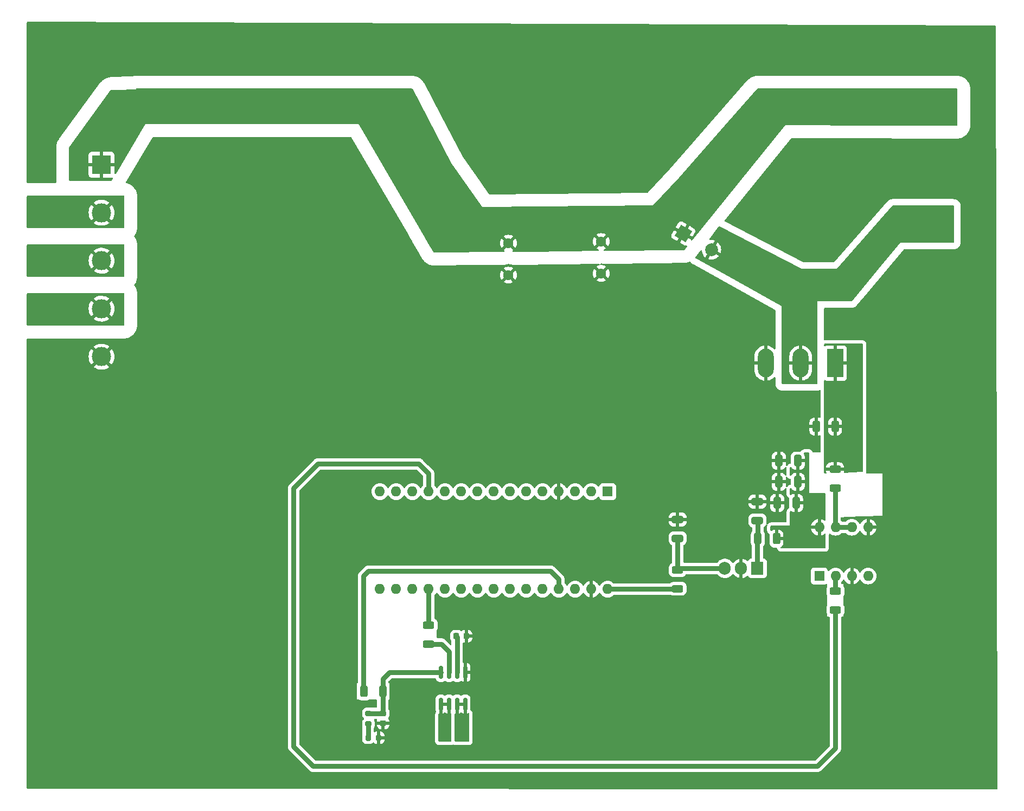
<source format=gbr>
%TF.GenerationSoftware,KiCad,Pcbnew,(6.0.10)*%
%TF.CreationDate,2023-01-04T09:35:26+03:00*%
%TF.ProjectId,ee463_project,65653436-335f-4707-926f-6a6563742e6b,rev?*%
%TF.SameCoordinates,Original*%
%TF.FileFunction,Copper,L1,Top*%
%TF.FilePolarity,Positive*%
%FSLAX46Y46*%
G04 Gerber Fmt 4.6, Leading zero omitted, Abs format (unit mm)*
G04 Created by KiCad (PCBNEW (6.0.10)) date 2023-01-04 09:35:26*
%MOMM*%
%LPD*%
G01*
G04 APERTURE LIST*
G04 Aperture macros list*
%AMRoundRect*
0 Rectangle with rounded corners*
0 $1 Rounding radius*
0 $2 $3 $4 $5 $6 $7 $8 $9 X,Y pos of 4 corners*
0 Add a 4 corners polygon primitive as box body*
4,1,4,$2,$3,$4,$5,$6,$7,$8,$9,$2,$3,0*
0 Add four circle primitives for the rounded corners*
1,1,$1+$1,$2,$3*
1,1,$1+$1,$4,$5*
1,1,$1+$1,$6,$7*
1,1,$1+$1,$8,$9*
0 Add four rect primitives between the rounded corners*
20,1,$1+$1,$2,$3,$4,$5,0*
20,1,$1+$1,$4,$5,$6,$7,0*
20,1,$1+$1,$6,$7,$8,$9,0*
20,1,$1+$1,$8,$9,$2,$3,0*%
%AMHorizOval*
0 Thick line with rounded ends*
0 $1 width*
0 $2 $3 position (X,Y) of the first rounded end (center of the circle)*
0 $4 $5 position (X,Y) of the second rounded end (center of the circle)*
0 Add line between two ends*
20,1,$1,$2,$3,$4,$5,0*
0 Add two circle primitives to create the rounded ends*
1,1,$1,$2,$3*
1,1,$1,$4,$5*%
%AMRotRect*
0 Rectangle, with rotation*
0 The origin of the aperture is its center*
0 $1 length*
0 $2 width*
0 $3 Rotation angle, in degrees counterclockwise*
0 Add horizontal line*
21,1,$1,$2,0,0,$3*%
G04 Aperture macros list end*
%TA.AperFunction,SMDPad,CuDef*%
%ADD10RoundRect,0.150000X0.150000X-0.825000X0.150000X0.825000X-0.150000X0.825000X-0.150000X-0.825000X0*%
%TD*%
%TA.AperFunction,SMDPad,CuDef*%
%ADD11RoundRect,0.200000X-0.275000X0.200000X-0.275000X-0.200000X0.275000X-0.200000X0.275000X0.200000X0*%
%TD*%
%TA.AperFunction,SMDPad,CuDef*%
%ADD12RoundRect,0.250000X-0.625000X0.312500X-0.625000X-0.312500X0.625000X-0.312500X0.625000X0.312500X0*%
%TD*%
%TA.AperFunction,SMDPad,CuDef*%
%ADD13RoundRect,0.250000X-0.312500X-0.625000X0.312500X-0.625000X0.312500X0.625000X-0.312500X0.625000X0*%
%TD*%
%TA.AperFunction,SMDPad,CuDef*%
%ADD14RoundRect,0.250000X0.312500X0.625000X-0.312500X0.625000X-0.312500X-0.625000X0.312500X-0.625000X0*%
%TD*%
%TA.AperFunction,SMDPad,CuDef*%
%ADD15RoundRect,0.200000X0.200000X0.275000X-0.200000X0.275000X-0.200000X-0.275000X0.200000X-0.275000X0*%
%TD*%
%TA.AperFunction,SMDPad,CuDef*%
%ADD16RoundRect,0.225000X-0.250000X0.225000X-0.250000X-0.225000X0.250000X-0.225000X0.250000X0.225000X0*%
%TD*%
%TA.AperFunction,SMDPad,CuDef*%
%ADD17RoundRect,0.225000X-0.225000X-0.250000X0.225000X-0.250000X0.225000X0.250000X-0.225000X0.250000X0*%
%TD*%
%TA.AperFunction,SMDPad,CuDef*%
%ADD18RoundRect,0.250000X0.650000X-0.325000X0.650000X0.325000X-0.650000X0.325000X-0.650000X-0.325000X0*%
%TD*%
%TA.AperFunction,SMDPad,CuDef*%
%ADD19RoundRect,0.250000X0.325000X0.650000X-0.325000X0.650000X-0.325000X-0.650000X0.325000X-0.650000X0*%
%TD*%
%TA.AperFunction,SMDPad,CuDef*%
%ADD20RoundRect,0.250000X0.625000X-0.312500X0.625000X0.312500X-0.625000X0.312500X-0.625000X-0.312500X0*%
%TD*%
%TA.AperFunction,ComponentPad*%
%ADD21R,2.500000X4.500000*%
%TD*%
%TA.AperFunction,ComponentPad*%
%ADD22O,2.500000X4.500000*%
%TD*%
%TA.AperFunction,ComponentPad*%
%ADD23R,1.600000X1.600000*%
%TD*%
%TA.AperFunction,ComponentPad*%
%ADD24O,1.600000X1.600000*%
%TD*%
%TA.AperFunction,ComponentPad*%
%ADD25R,1.905000X2.000000*%
%TD*%
%TA.AperFunction,ComponentPad*%
%ADD26O,1.905000X2.000000*%
%TD*%
%TA.AperFunction,ComponentPad*%
%ADD27R,3.000000X3.000000*%
%TD*%
%TA.AperFunction,ComponentPad*%
%ADD28C,3.000000*%
%TD*%
%TA.AperFunction,ComponentPad*%
%ADD29RotRect,2.000000X2.000000X330.000000*%
%TD*%
%TA.AperFunction,ComponentPad*%
%ADD30HorizOval,2.000000X0.000000X0.000000X0.000000X0.000000X0*%
%TD*%
%TA.AperFunction,ComponentPad*%
%ADD31C,1.600000*%
%TD*%
%TA.AperFunction,Conductor*%
%ADD32C,0.750000*%
%TD*%
G04 APERTURE END LIST*
D10*
%TO.P,U3,1,IP+*%
%TO.N,OUT+*%
X115443000Y-127707000D03*
%TO.P,U3,2,IP+*%
X116713000Y-127707000D03*
%TO.P,U3,3,IP-*%
%TO.N,OUT-*%
X117983000Y-127707000D03*
%TO.P,U3,4,IP-*%
X119253000Y-127707000D03*
%TO.P,U3,5,GND*%
%TO.N,GND1*%
X119253000Y-122757000D03*
%TO.P,U3,6,FILTER*%
%TO.N,Net-(U3-Pad6)*%
X117983000Y-122757000D03*
%TO.P,U3,7,VIOUT*%
%TO.N,Net-(U3-Pad7)*%
X116713000Y-122757000D03*
%TO.P,U3,8,VCC*%
%TO.N,Net-(U3-Pad8)*%
X115443000Y-122757000D03*
%TD*%
D11*
%TO.P,R8,1*%
%TO.N,Net-(U3-Pad8)*%
X104140000Y-129170000D03*
%TO.P,R8,2*%
%TO.N,Net-(D3-Pad2)*%
X104140000Y-130820000D03*
%TD*%
D12*
%TO.P,R7,1*%
%TO.N,Net-(A1-Pad19)*%
X113538000Y-115387500D03*
%TO.P,R7,2*%
%TO.N,Net-(U3-Pad7)*%
X113538000Y-118312500D03*
%TD*%
D13*
%TO.P,R6,1*%
%TO.N,Net-(A1-Pad27)*%
X103439500Y-125740000D03*
%TO.P,R6,2*%
%TO.N,Net-(U3-Pad8)*%
X106364500Y-125740000D03*
%TD*%
D12*
%TO.P,R5,1*%
%TO.N,Net-(C7-Pad1)*%
X152400000Y-106751500D03*
%TO.P,R5,2*%
%TO.N,V_in_arduino*%
X152400000Y-109676500D03*
%TD*%
D14*
%TO.P,R4,1*%
%TO.N,Vcc*%
X167832500Y-101864000D03*
%TO.P,R4,2*%
%TO.N,Net-(C6-Pad1)*%
X164907500Y-101864000D03*
%TD*%
D15*
%TO.P,D3,1,K*%
%TO.N,GND1*%
X105727000Y-132980000D03*
%TO.P,D3,2,A*%
%TO.N,Net-(D3-Pad2)*%
X104077000Y-132980000D03*
%TD*%
D16*
%TO.P,C9,1*%
%TO.N,Net-(U3-Pad8)*%
X106426000Y-129157000D03*
%TO.P,C9,2*%
%TO.N,GND1*%
X106426000Y-130707000D03*
%TD*%
D17*
%TO.P,C8,1*%
%TO.N,Net-(U3-Pad6)*%
X117843000Y-117104000D03*
%TO.P,C8,2*%
%TO.N,GND1*%
X119393000Y-117104000D03*
%TD*%
D18*
%TO.P,C7,1*%
%TO.N,Net-(C7-Pad1)*%
X152400000Y-101815000D03*
%TO.P,C7,2*%
%TO.N,GND1*%
X152400000Y-98865000D03*
%TD*%
%TO.P,C6,1*%
%TO.N,Net-(C6-Pad1)*%
X164846000Y-99021000D03*
%TO.P,C6,2*%
%TO.N,GND1*%
X164846000Y-96071000D03*
%TD*%
D19*
%TO.P,C3,1*%
%TO.N,Vcc*%
X170893000Y-96276000D03*
%TO.P,C3,2*%
%TO.N,GND1*%
X167943000Y-96276000D03*
%TD*%
%TO.P,C2,1*%
%TO.N,Vcc*%
X171147000Y-89672000D03*
%TO.P,C2,2*%
%TO.N,GND1*%
X168197000Y-89672000D03*
%TD*%
%TO.P,C1,1*%
%TO.N,Vcc*%
X171147000Y-92974000D03*
%TO.P,C1,2*%
%TO.N,GND1*%
X168197000Y-92974000D03*
%TD*%
D20*
%TO.P,R2,1*%
%TO.N,Net-(R2-Pad1)*%
X176976500Y-93928500D03*
%TO.P,R2,2*%
%TO.N,Gate*%
X176976500Y-91003500D03*
%TD*%
D21*
%TO.P,Q1,1,G*%
%TO.N,Gate*%
X177038000Y-74432000D03*
D22*
%TO.P,Q1,2,D*%
%TO.N,Drain*%
X171588000Y-74432000D03*
%TO.P,Q1,3,S*%
%TO.N,GND1*%
X166138000Y-74432000D03*
%TD*%
D23*
%TO.P,A1,1,D1/TX*%
%TO.N,unconnected-(A1-Pad1)*%
X141478000Y-94508000D03*
D24*
%TO.P,A1,2,D0/RX*%
%TO.N,unconnected-(A1-Pad2)*%
X138938000Y-94508000D03*
%TO.P,A1,3,~{RESET}*%
%TO.N,unconnected-(A1-Pad3)*%
X136398000Y-94508000D03*
%TO.P,A1,4,GND*%
%TO.N,GND1*%
X133858000Y-94508000D03*
%TO.P,A1,5,D2*%
%TO.N,unconnected-(A1-Pad5)*%
X131318000Y-94508000D03*
%TO.P,A1,6,D3*%
%TO.N,unconnected-(A1-Pad6)*%
X128778000Y-94508000D03*
%TO.P,A1,7,D4*%
%TO.N,unconnected-(A1-Pad7)*%
X126238000Y-94508000D03*
%TO.P,A1,8,D5*%
%TO.N,unconnected-(A1-Pad8)*%
X123698000Y-94508000D03*
%TO.P,A1,9,D6*%
%TO.N,unconnected-(A1-Pad9)*%
X121158000Y-94508000D03*
%TO.P,A1,10,D7*%
%TO.N,unconnected-(A1-Pad10)*%
X118618000Y-94508000D03*
%TO.P,A1,11,D8*%
%TO.N,unconnected-(A1-Pad11)*%
X116078000Y-94508000D03*
%TO.P,A1,12,D9*%
%TO.N,PWM*%
X113538000Y-94508000D03*
%TO.P,A1,13,D10*%
%TO.N,unconnected-(A1-Pad13)*%
X110998000Y-94508000D03*
%TO.P,A1,14,D11*%
%TO.N,unconnected-(A1-Pad14)*%
X108458000Y-94508000D03*
%TO.P,A1,15,D12*%
%TO.N,unconnected-(A1-Pad15)*%
X105918000Y-94508000D03*
%TO.P,A1,16,D13*%
%TO.N,unconnected-(A1-Pad16)*%
X105918000Y-109748000D03*
%TO.P,A1,17,3V3*%
%TO.N,unconnected-(A1-Pad17)*%
X108458000Y-109748000D03*
%TO.P,A1,18,AREF*%
%TO.N,unconnected-(A1-Pad18)*%
X110998000Y-109748000D03*
%TO.P,A1,19,A0*%
%TO.N,Net-(A1-Pad19)*%
X113538000Y-109748000D03*
%TO.P,A1,20,A1*%
%TO.N,unconnected-(A1-Pad20)*%
X116078000Y-109748000D03*
%TO.P,A1,21,A2*%
%TO.N,unconnected-(A1-Pad21)*%
X118618000Y-109748000D03*
%TO.P,A1,22,A3*%
%TO.N,unconnected-(A1-Pad22)*%
X121158000Y-109748000D03*
%TO.P,A1,23,A4*%
%TO.N,unconnected-(A1-Pad23)*%
X123698000Y-109748000D03*
%TO.P,A1,24,A5*%
%TO.N,unconnected-(A1-Pad24)*%
X126238000Y-109748000D03*
%TO.P,A1,25,A6*%
%TO.N,unconnected-(A1-Pad25)*%
X128778000Y-109748000D03*
%TO.P,A1,26,A7*%
%TO.N,unconnected-(A1-Pad26)*%
X131318000Y-109748000D03*
%TO.P,A1,27,+5V*%
%TO.N,Net-(A1-Pad27)*%
X133858000Y-109748000D03*
%TO.P,A1,28,~{RESET}*%
%TO.N,unconnected-(A1-Pad28)*%
X136398000Y-109748000D03*
%TO.P,A1,29,GND*%
%TO.N,GND1*%
X138938000Y-109748000D03*
%TO.P,A1,30,VIN*%
%TO.N,V_in_arduino*%
X141478000Y-109748000D03*
%TD*%
D25*
%TO.P,U2,1,IN*%
%TO.N,Net-(C6-Pad1)*%
X164846000Y-106507000D03*
D26*
%TO.P,U2,2,GND*%
%TO.N,GND1*%
X162306000Y-106507000D03*
%TO.P,U2,3,OUT*%
%TO.N,Net-(C7-Pad1)*%
X159766000Y-106507000D03*
%TD*%
D27*
%TO.P,D2,1,+*%
%TO.N,Vout*%
X62460000Y-43420000D03*
D28*
%TO.P,D2,2*%
%TO.N,PhaseA*%
X62460000Y-50920000D03*
%TO.P,D2,3*%
%TO.N,PhaseB*%
X62460000Y-58420000D03*
%TO.P,D2,4*%
%TO.N,PhaseC*%
X62460000Y-65920000D03*
%TO.P,D2,5,-*%
%TO.N,GND1*%
X62460000Y-73420000D03*
%TD*%
D20*
%TO.P,R1,1*%
%TO.N,PWM*%
X177038000Y-112978500D03*
%TO.P,R1,2*%
%TO.N,Net-(R1-Pad2)*%
X177038000Y-110053500D03*
%TD*%
D29*
%TO.P,D1,1,K*%
%TO.N,Vout*%
X153283796Y-54168394D03*
D30*
%TO.P,D1,2,A*%
%TO.N,Drain*%
X157683205Y-56708394D03*
%TD*%
D31*
%TO.P,C5,1*%
%TO.N,Vout*%
X125984000Y-55676000D03*
%TO.P,C5,2*%
%TO.N,GND1*%
X125984000Y-60676000D03*
%TD*%
D23*
%TO.P,U1,1,NC*%
%TO.N,unconnected-(U1-Pad1)*%
X174508000Y-107696000D03*
D24*
%TO.P,U1,2,A*%
%TO.N,Net-(R1-Pad2)*%
X177048000Y-107696000D03*
%TO.P,U1,3,C*%
%TO.N,GND1*%
X179588000Y-107696000D03*
%TO.P,U1,4,NC*%
%TO.N,unconnected-(U1-Pad4)*%
X182128000Y-107696000D03*
%TO.P,U1,5,VEE*%
%TO.N,GND1*%
X182128000Y-100076000D03*
%TO.P,U1,6,VO*%
%TO.N,Net-(R2-Pad1)*%
X179588000Y-100076000D03*
%TO.P,U1,7,VO*%
X177048000Y-100076000D03*
%TO.P,U1,8,VCC*%
%TO.N,Vcc*%
X174508000Y-100076000D03*
%TD*%
D31*
%TO.P,C4,1*%
%TO.N,Vout*%
X140462000Y-55422000D03*
%TO.P,C4,2*%
%TO.N,GND1*%
X140462000Y-60422000D03*
%TD*%
D14*
%TO.P,R3,1*%
%TO.N,Gate*%
X176976500Y-84338000D03*
%TO.P,R3,2*%
%TO.N,GND1*%
X174051500Y-84338000D03*
%TD*%
D32*
%TO.N,PWM*%
X113538000Y-91704000D02*
X113538000Y-94508000D01*
X112014000Y-90180000D02*
X113538000Y-91704000D01*
X96266000Y-90180000D02*
X112014000Y-90180000D01*
X92456000Y-93990000D02*
X96266000Y-90180000D01*
X92456000Y-134376000D02*
X92456000Y-93990000D01*
X95504000Y-137424000D02*
X92456000Y-134376000D01*
X174244000Y-137424000D02*
X95504000Y-137424000D01*
X177038000Y-134630000D02*
X174244000Y-137424000D01*
X177038000Y-112978500D02*
X177038000Y-134630000D01*
%TO.N,Net-(U3-Pad8)*%
X106364500Y-123769500D02*
X106364500Y-125740000D01*
X107377000Y-122757000D02*
X106364500Y-123769500D01*
X115443000Y-122757000D02*
X107377000Y-122757000D01*
X104153000Y-129157000D02*
X104140000Y-129170000D01*
X106426000Y-129157000D02*
X104153000Y-129157000D01*
X106364500Y-129095500D02*
X106426000Y-129157000D01*
X106364500Y-125740000D02*
X106364500Y-129095500D01*
%TO.N,Net-(D3-Pad2)*%
X104077000Y-130883000D02*
X104140000Y-130820000D01*
X104077000Y-132980000D02*
X104077000Y-130883000D01*
%TO.N,Net-(A1-Pad27)*%
X103378000Y-107706000D02*
X103378000Y-125678500D01*
X103378000Y-125678500D02*
X103439500Y-125740000D01*
X104140000Y-106944000D02*
X103378000Y-107706000D01*
X133858000Y-109748000D02*
X133858000Y-108214000D01*
X133858000Y-108214000D02*
X132588000Y-106944000D01*
X132588000Y-106944000D02*
X104140000Y-106944000D01*
%TO.N,Net-(A1-Pad19)*%
X113538000Y-115387500D02*
X113538000Y-109748000D01*
%TO.N,V_in_arduino*%
X152328500Y-109748000D02*
X152400000Y-109676500D01*
X141478000Y-109748000D02*
X152328500Y-109748000D01*
%TO.N,Net-(C7-Pad1)*%
X152400000Y-106751500D02*
X152400000Y-101815000D01*
X152644500Y-106507000D02*
X152400000Y-106751500D01*
X159766000Y-106507000D02*
X152644500Y-106507000D01*
%TO.N,Net-(R2-Pad1)*%
X179588000Y-100076000D02*
X177048000Y-100076000D01*
X176976500Y-100004500D02*
X177048000Y-100076000D01*
X176976500Y-93928500D02*
X176976500Y-100004500D01*
%TO.N,Net-(U3-Pad6)*%
X117983000Y-117244000D02*
X117843000Y-117104000D01*
X117983000Y-122757000D02*
X117983000Y-117244000D01*
%TO.N,Net-(U3-Pad7)*%
X115508500Y-118312500D02*
X113538000Y-118312500D01*
X116713000Y-119517000D02*
X115508500Y-118312500D01*
X116713000Y-122757000D02*
X116713000Y-119517000D01*
%TO.N,Net-(C6-Pad1)*%
X164907500Y-99082500D02*
X164846000Y-99021000D01*
X164907500Y-101864000D02*
X164907500Y-99082500D01*
X164846000Y-101925500D02*
X164907500Y-101864000D01*
X164846000Y-106507000D02*
X164846000Y-101925500D01*
%TO.N,Net-(R1-Pad2)*%
X177038000Y-110053500D02*
X177038000Y-107706000D01*
X177038000Y-107706000D02*
X177048000Y-107696000D01*
%TD*%
%TA.AperFunction,Conductor*%
%TO.N,PhaseA*%
G36*
X65982121Y-48280002D02*
G01*
X66028614Y-48333658D01*
X66040000Y-48386000D01*
X66040000Y-53214000D01*
X66019998Y-53282121D01*
X65966342Y-53328614D01*
X65914000Y-53340000D01*
X50926000Y-53340000D01*
X50857879Y-53319998D01*
X50811386Y-53266342D01*
X50800000Y-53214000D01*
X50800000Y-52509654D01*
X61235618Y-52509654D01*
X61242673Y-52519627D01*
X61273679Y-52545551D01*
X61280598Y-52550579D01*
X61505272Y-52691515D01*
X61512807Y-52695556D01*
X61754520Y-52804694D01*
X61762551Y-52807680D01*
X62016832Y-52883002D01*
X62025184Y-52884869D01*
X62287340Y-52924984D01*
X62295874Y-52925700D01*
X62561045Y-52929867D01*
X62569596Y-52929418D01*
X62832883Y-52897557D01*
X62841284Y-52895955D01*
X63097824Y-52828653D01*
X63105926Y-52825926D01*
X63350949Y-52724434D01*
X63358617Y-52720628D01*
X63587598Y-52586822D01*
X63594679Y-52582009D01*
X63674655Y-52519301D01*
X63683125Y-52507442D01*
X63676608Y-52495818D01*
X62472812Y-51292022D01*
X62458868Y-51284408D01*
X62457035Y-51284539D01*
X62450420Y-51288790D01*
X61242910Y-52496300D01*
X61235618Y-52509654D01*
X50800000Y-52509654D01*
X50800000Y-50903204D01*
X60447665Y-50903204D01*
X60462932Y-51167969D01*
X60464005Y-51176470D01*
X60515065Y-51436722D01*
X60517276Y-51444974D01*
X60603184Y-51695894D01*
X60606499Y-51703779D01*
X60725664Y-51940713D01*
X60730020Y-51948079D01*
X60859347Y-52136250D01*
X60869601Y-52144594D01*
X60883342Y-52137448D01*
X62087978Y-50932812D01*
X62094356Y-50921132D01*
X62824408Y-50921132D01*
X62824539Y-50922965D01*
X62828790Y-50929580D01*
X64035730Y-52136520D01*
X64047939Y-52143187D01*
X64059439Y-52134497D01*
X64156831Y-52001913D01*
X64161418Y-51994685D01*
X64287962Y-51761621D01*
X64291530Y-51753827D01*
X64385271Y-51505750D01*
X64387748Y-51497544D01*
X64446954Y-51239038D01*
X64448294Y-51230577D01*
X64472031Y-50964616D01*
X64472277Y-50959677D01*
X64472666Y-50922485D01*
X64472523Y-50917519D01*
X64454362Y-50651123D01*
X64453201Y-50642649D01*
X64399419Y-50382944D01*
X64397120Y-50374709D01*
X64308588Y-50124705D01*
X64305191Y-50116854D01*
X64183550Y-49881178D01*
X64179122Y-49873866D01*
X64060031Y-49704417D01*
X64049509Y-49696037D01*
X64036121Y-49703089D01*
X62832022Y-50907188D01*
X62824408Y-50921132D01*
X62094356Y-50921132D01*
X62095592Y-50918868D01*
X62095461Y-50917035D01*
X62091210Y-50910420D01*
X60883814Y-49703024D01*
X60871804Y-49696466D01*
X60860064Y-49705434D01*
X60751935Y-49855911D01*
X60747418Y-49863196D01*
X60623325Y-50097567D01*
X60619839Y-50105395D01*
X60528700Y-50354446D01*
X60526311Y-50362670D01*
X60469812Y-50621795D01*
X60468563Y-50630250D01*
X60447754Y-50894653D01*
X60447665Y-50903204D01*
X50800000Y-50903204D01*
X50800000Y-49332500D01*
X61236584Y-49332500D01*
X61242980Y-49343770D01*
X62447188Y-50547978D01*
X62461132Y-50555592D01*
X62462965Y-50555461D01*
X62469580Y-50551210D01*
X63676604Y-49344186D01*
X63683795Y-49331017D01*
X63676473Y-49320780D01*
X63629233Y-49282115D01*
X63622261Y-49277160D01*
X63396122Y-49138582D01*
X63388552Y-49134624D01*
X63145704Y-49028022D01*
X63137644Y-49025120D01*
X62882592Y-48952467D01*
X62874214Y-48950685D01*
X62611656Y-48913318D01*
X62603111Y-48912691D01*
X62337908Y-48911302D01*
X62329374Y-48911839D01*
X62066433Y-48946456D01*
X62058035Y-48948149D01*
X61802238Y-49018127D01*
X61794143Y-49020946D01*
X61550199Y-49124997D01*
X61542577Y-49128881D01*
X61315013Y-49265075D01*
X61307981Y-49269962D01*
X61245053Y-49320377D01*
X61236584Y-49332500D01*
X50800000Y-49332500D01*
X50800000Y-48386000D01*
X50820002Y-48317879D01*
X50873658Y-48271386D01*
X50926000Y-48260000D01*
X65914000Y-48260000D01*
X65982121Y-48280002D01*
G37*
%TD.AperFunction*%
%TD*%
%TA.AperFunction,Conductor*%
%TO.N,Vout*%
G36*
X75184000Y-37094000D02*
G01*
X69342000Y-37094000D01*
X64702044Y-44827260D01*
X64649845Y-44875383D01*
X64579915Y-44887644D01*
X64514457Y-44860153D01*
X64474254Y-44801636D01*
X64468000Y-44762434D01*
X64468000Y-43692115D01*
X64463525Y-43676876D01*
X64462135Y-43675671D01*
X64454452Y-43674000D01*
X62732115Y-43674000D01*
X62716876Y-43678475D01*
X62715671Y-43679865D01*
X62714000Y-43687548D01*
X62714000Y-45409884D01*
X62718475Y-45425123D01*
X62719865Y-45426328D01*
X62727548Y-45427999D01*
X64004669Y-45427999D01*
X64011490Y-45427629D01*
X64062352Y-45422105D01*
X64077606Y-45418479D01*
X64087606Y-45414730D01*
X64158414Y-45409549D01*
X64220782Y-45443471D01*
X64254909Y-45505727D01*
X64249961Y-45576551D01*
X64239881Y-45597532D01*
X64083600Y-45858000D01*
X64044704Y-45922827D01*
X63992504Y-45970949D01*
X63936660Y-45984000D01*
X57530000Y-45984000D01*
X57461879Y-45963998D01*
X57415386Y-45910342D01*
X57404000Y-45858000D01*
X57404000Y-44964669D01*
X60452001Y-44964669D01*
X60452371Y-44971490D01*
X60457895Y-45022352D01*
X60461521Y-45037604D01*
X60506676Y-45158054D01*
X60515214Y-45173649D01*
X60591715Y-45275724D01*
X60604276Y-45288285D01*
X60706351Y-45364786D01*
X60721946Y-45373324D01*
X60842394Y-45418478D01*
X60857649Y-45422105D01*
X60908514Y-45427631D01*
X60915328Y-45428000D01*
X62187885Y-45428000D01*
X62203124Y-45423525D01*
X62204329Y-45422135D01*
X62206000Y-45414452D01*
X62206000Y-43692115D01*
X62201525Y-43676876D01*
X62200135Y-43675671D01*
X62192452Y-43674000D01*
X60470116Y-43674000D01*
X60454877Y-43678475D01*
X60453672Y-43679865D01*
X60452001Y-43687548D01*
X60452001Y-44964669D01*
X57404000Y-44964669D01*
X57404000Y-43147885D01*
X60452000Y-43147885D01*
X60456475Y-43163124D01*
X60457865Y-43164329D01*
X60465548Y-43166000D01*
X62187885Y-43166000D01*
X62203124Y-43161525D01*
X62204329Y-43160135D01*
X62206000Y-43152452D01*
X62206000Y-43147885D01*
X62714000Y-43147885D01*
X62718475Y-43163124D01*
X62719865Y-43164329D01*
X62727548Y-43166000D01*
X64449884Y-43166000D01*
X64465123Y-43161525D01*
X64466328Y-43160135D01*
X64467999Y-43152452D01*
X64467999Y-41875331D01*
X64467629Y-41868510D01*
X64462105Y-41817648D01*
X64458479Y-41802396D01*
X64413324Y-41681946D01*
X64404786Y-41666351D01*
X64328285Y-41564276D01*
X64315724Y-41551715D01*
X64213649Y-41475214D01*
X64198054Y-41466676D01*
X64077606Y-41421522D01*
X64062351Y-41417895D01*
X64011486Y-41412369D01*
X64004672Y-41412000D01*
X62732115Y-41412000D01*
X62716876Y-41416475D01*
X62715671Y-41417865D01*
X62714000Y-41425548D01*
X62714000Y-43147885D01*
X62206000Y-43147885D01*
X62206000Y-41430116D01*
X62201525Y-41414877D01*
X62200135Y-41413672D01*
X62192452Y-41412001D01*
X60915331Y-41412001D01*
X60908510Y-41412371D01*
X60857648Y-41417895D01*
X60842396Y-41421521D01*
X60721946Y-41466676D01*
X60706351Y-41475214D01*
X60604276Y-41551715D01*
X60591715Y-41564276D01*
X60515214Y-41666351D01*
X60506676Y-41681946D01*
X60461522Y-41802394D01*
X60457895Y-41817649D01*
X60452369Y-41868514D01*
X60452000Y-41875328D01*
X60452000Y-43147885D01*
X57404000Y-43147885D01*
X57404000Y-40691328D01*
X57424002Y-40623207D01*
X57428478Y-40616701D01*
X63931343Y-31770204D01*
X63987805Y-31727164D01*
X64030460Y-31718854D01*
X64915429Y-31701965D01*
X67799887Y-31646919D01*
X67799888Y-31646919D01*
X67818000Y-31646573D01*
X75184000Y-31506000D01*
X75184000Y-37094000D01*
G37*
%TD.AperFunction*%
%TD*%
%TA.AperFunction,Conductor*%
%TO.N,PhaseB*%
G36*
X65982121Y-55900002D02*
G01*
X66028614Y-55953658D01*
X66040000Y-56006000D01*
X66040000Y-60834000D01*
X66019998Y-60902121D01*
X65966342Y-60948614D01*
X65914000Y-60960000D01*
X50926000Y-60960000D01*
X50857879Y-60939998D01*
X50811386Y-60886342D01*
X50800000Y-60834000D01*
X50800000Y-60009654D01*
X61235618Y-60009654D01*
X61242673Y-60019627D01*
X61273679Y-60045551D01*
X61280598Y-60050579D01*
X61505272Y-60191515D01*
X61512807Y-60195556D01*
X61754520Y-60304694D01*
X61762551Y-60307680D01*
X62016832Y-60383002D01*
X62025184Y-60384869D01*
X62287340Y-60424984D01*
X62295874Y-60425700D01*
X62561045Y-60429867D01*
X62569596Y-60429418D01*
X62832883Y-60397557D01*
X62841284Y-60395955D01*
X63097824Y-60328653D01*
X63105926Y-60325926D01*
X63350949Y-60224434D01*
X63358617Y-60220628D01*
X63587598Y-60086822D01*
X63594679Y-60082009D01*
X63674655Y-60019301D01*
X63683125Y-60007442D01*
X63676608Y-59995818D01*
X62472812Y-58792022D01*
X62458868Y-58784408D01*
X62457035Y-58784539D01*
X62450420Y-58788790D01*
X61242910Y-59996300D01*
X61235618Y-60009654D01*
X50800000Y-60009654D01*
X50800000Y-58403204D01*
X60447665Y-58403204D01*
X60462932Y-58667969D01*
X60464005Y-58676470D01*
X60515065Y-58936722D01*
X60517276Y-58944974D01*
X60603184Y-59195894D01*
X60606499Y-59203779D01*
X60725664Y-59440713D01*
X60730020Y-59448079D01*
X60859347Y-59636250D01*
X60869601Y-59644594D01*
X60883342Y-59637448D01*
X62087978Y-58432812D01*
X62094356Y-58421132D01*
X62824408Y-58421132D01*
X62824539Y-58422965D01*
X62828790Y-58429580D01*
X64035730Y-59636520D01*
X64047939Y-59643187D01*
X64059439Y-59634497D01*
X64156831Y-59501913D01*
X64161418Y-59494685D01*
X64287962Y-59261621D01*
X64291530Y-59253827D01*
X64385271Y-59005750D01*
X64387748Y-58997544D01*
X64446954Y-58739038D01*
X64448294Y-58730577D01*
X64472031Y-58464616D01*
X64472277Y-58459677D01*
X64472666Y-58422485D01*
X64472523Y-58417519D01*
X64454362Y-58151123D01*
X64453201Y-58142649D01*
X64399419Y-57882944D01*
X64397120Y-57874709D01*
X64308588Y-57624705D01*
X64305191Y-57616854D01*
X64183550Y-57381178D01*
X64179122Y-57373866D01*
X64060031Y-57204417D01*
X64049509Y-57196037D01*
X64036121Y-57203089D01*
X62832022Y-58407188D01*
X62824408Y-58421132D01*
X62094356Y-58421132D01*
X62095592Y-58418868D01*
X62095461Y-58417035D01*
X62091210Y-58410420D01*
X60883814Y-57203024D01*
X60871804Y-57196466D01*
X60860064Y-57205434D01*
X60751935Y-57355911D01*
X60747418Y-57363196D01*
X60623325Y-57597567D01*
X60619839Y-57605395D01*
X60528700Y-57854446D01*
X60526311Y-57862670D01*
X60469812Y-58121795D01*
X60468563Y-58130250D01*
X60447754Y-58394653D01*
X60447665Y-58403204D01*
X50800000Y-58403204D01*
X50800000Y-56832500D01*
X61236584Y-56832500D01*
X61242980Y-56843770D01*
X62447188Y-58047978D01*
X62461132Y-58055592D01*
X62462965Y-58055461D01*
X62469580Y-58051210D01*
X63676604Y-56844186D01*
X63683795Y-56831017D01*
X63676473Y-56820780D01*
X63629233Y-56782115D01*
X63622261Y-56777160D01*
X63396122Y-56638582D01*
X63388552Y-56634624D01*
X63145704Y-56528022D01*
X63137644Y-56525120D01*
X62882592Y-56452467D01*
X62874214Y-56450685D01*
X62611656Y-56413318D01*
X62603111Y-56412691D01*
X62337908Y-56411302D01*
X62329374Y-56411839D01*
X62066433Y-56446456D01*
X62058035Y-56448149D01*
X61802238Y-56518127D01*
X61794143Y-56520946D01*
X61550199Y-56624997D01*
X61542577Y-56628881D01*
X61315013Y-56765075D01*
X61307981Y-56769962D01*
X61245053Y-56820377D01*
X61236584Y-56832500D01*
X50800000Y-56832500D01*
X50800000Y-56006000D01*
X50820002Y-55937879D01*
X50873658Y-55891386D01*
X50926000Y-55880000D01*
X65914000Y-55880000D01*
X65982121Y-55900002D01*
G37*
%TD.AperFunction*%
%TD*%
%TA.AperFunction,Conductor*%
%TO.N,Drain*%
G36*
X195522121Y-49814002D02*
G01*
X195568614Y-49867658D01*
X195580000Y-49920000D01*
X195580000Y-55510000D01*
X195559998Y-55578121D01*
X195506342Y-55624614D01*
X195454000Y-55636000D01*
X187198000Y-55636000D01*
X183808760Y-59703088D01*
X179615781Y-64734663D01*
X179556805Y-64774190D01*
X179518985Y-64780000D01*
X170688000Y-64780000D01*
X170688000Y-59700000D01*
X177292000Y-59700000D01*
X177298232Y-59692851D01*
X177298233Y-59692851D01*
X185890338Y-49837201D01*
X185950179Y-49798997D01*
X185985313Y-49794000D01*
X195454000Y-49794000D01*
X195522121Y-49814002D01*
G37*
%TD.AperFunction*%
%TD*%
%TA.AperFunction,Conductor*%
%TO.N,Drain*%
G36*
X158987819Y-53064702D02*
G01*
X174244000Y-60970000D01*
X174244000Y-77608000D01*
X174223998Y-77676121D01*
X174170342Y-77722614D01*
X174118000Y-77734000D01*
X168782000Y-77734000D01*
X168713879Y-77713998D01*
X168667386Y-77660342D01*
X168656000Y-77608000D01*
X168656000Y-75495998D01*
X169830000Y-75495998D01*
X169830173Y-75500673D01*
X169844088Y-75687926D01*
X169845464Y-75697132D01*
X169901071Y-75942874D01*
X169903795Y-75951785D01*
X169995112Y-76186608D01*
X169999123Y-76195017D01*
X170124146Y-76413760D01*
X170129357Y-76421486D01*
X170285341Y-76619350D01*
X170291634Y-76626218D01*
X170475144Y-76798848D01*
X170482398Y-76804722D01*
X170689403Y-76948327D01*
X170697438Y-76953060D01*
X170923407Y-77064495D01*
X170932040Y-77067983D01*
X171171994Y-77144793D01*
X171181076Y-77146973D01*
X171316120Y-77168967D01*
X171329714Y-77167271D01*
X171333865Y-77153606D01*
X171842000Y-77153606D01*
X171846018Y-77167290D01*
X171859710Y-77169311D01*
X171949904Y-77157036D01*
X171959022Y-77155098D01*
X172200902Y-77084596D01*
X172209633Y-77081333D01*
X172438442Y-76975849D01*
X172446594Y-76971330D01*
X172657291Y-76833192D01*
X172664696Y-76827509D01*
X172852654Y-76659751D01*
X172859139Y-76653035D01*
X173020239Y-76459334D01*
X173025654Y-76451742D01*
X173156354Y-76236354D01*
X173160592Y-76228037D01*
X173258019Y-75995701D01*
X173260980Y-75986851D01*
X173322994Y-75742669D01*
X173324616Y-75733472D01*
X173345684Y-75524247D01*
X173346000Y-75517955D01*
X173346000Y-74704115D01*
X173341525Y-74688876D01*
X173340135Y-74687671D01*
X173332452Y-74686000D01*
X171860115Y-74686000D01*
X171844876Y-74690475D01*
X171843671Y-74691865D01*
X171842000Y-74699548D01*
X171842000Y-77153606D01*
X171333865Y-77153606D01*
X171334000Y-77153161D01*
X171334000Y-74704115D01*
X171329525Y-74688876D01*
X171328135Y-74687671D01*
X171320452Y-74686000D01*
X169848115Y-74686000D01*
X169832876Y-74690475D01*
X169831671Y-74691865D01*
X169830000Y-74699548D01*
X169830000Y-75495998D01*
X168656000Y-75495998D01*
X168656000Y-74159885D01*
X169830000Y-74159885D01*
X169834475Y-74175124D01*
X169835865Y-74176329D01*
X169843548Y-74178000D01*
X171315885Y-74178000D01*
X171331124Y-74173525D01*
X171332329Y-74172135D01*
X171334000Y-74164452D01*
X171334000Y-74159885D01*
X171842000Y-74159885D01*
X171846475Y-74175124D01*
X171847865Y-74176329D01*
X171855548Y-74178000D01*
X173327885Y-74178000D01*
X173343124Y-74173525D01*
X173344329Y-74172135D01*
X173346000Y-74164452D01*
X173346000Y-73368002D01*
X173345827Y-73363327D01*
X173331912Y-73176074D01*
X173330536Y-73166868D01*
X173274929Y-72921126D01*
X173272205Y-72912215D01*
X173180888Y-72677392D01*
X173176877Y-72668983D01*
X173051854Y-72450240D01*
X173046643Y-72442514D01*
X172890659Y-72244650D01*
X172884366Y-72237782D01*
X172700856Y-72065152D01*
X172693602Y-72059278D01*
X172486597Y-71915673D01*
X172478562Y-71910940D01*
X172252593Y-71799505D01*
X172243960Y-71796017D01*
X172004006Y-71719207D01*
X171994924Y-71717027D01*
X171859880Y-71695033D01*
X171846286Y-71696729D01*
X171842000Y-71710839D01*
X171842000Y-74159885D01*
X171334000Y-74159885D01*
X171334000Y-71710394D01*
X171329982Y-71696710D01*
X171316290Y-71694689D01*
X171226096Y-71706964D01*
X171216978Y-71708902D01*
X170975098Y-71779404D01*
X170966367Y-71782667D01*
X170737558Y-71888151D01*
X170729406Y-71892670D01*
X170518709Y-72030808D01*
X170511304Y-72036491D01*
X170323346Y-72204249D01*
X170316861Y-72210965D01*
X170155761Y-72404666D01*
X170150346Y-72412258D01*
X170019646Y-72627646D01*
X170015408Y-72635963D01*
X169917981Y-72868299D01*
X169915020Y-72877149D01*
X169853006Y-73121331D01*
X169851384Y-73130528D01*
X169830316Y-73339753D01*
X169830000Y-73346045D01*
X169830000Y-74159885D01*
X168656000Y-74159885D01*
X168656000Y-65542000D01*
X168642457Y-65534434D01*
X168642455Y-65534432D01*
X160345626Y-60899160D01*
X155374569Y-58121930D01*
X157165062Y-58121930D01*
X157175772Y-58130456D01*
X157211193Y-58145128D01*
X157220575Y-58148177D01*
X157441759Y-58201279D01*
X157451506Y-58202822D01*
X157678275Y-58220669D01*
X157688135Y-58220669D01*
X157914904Y-58202822D01*
X157924651Y-58201279D01*
X158145832Y-58148177D01*
X158155217Y-58145128D01*
X158365368Y-58058081D01*
X158374163Y-58053599D01*
X158568104Y-57934751D01*
X158576088Y-57928951D01*
X158749063Y-57781216D01*
X158756027Y-57774252D01*
X158831877Y-57685443D01*
X158837283Y-57673379D01*
X158826826Y-57661958D01*
X157791864Y-57064422D01*
X157776429Y-57060677D01*
X157774689Y-57061280D01*
X157769402Y-57067096D01*
X157168446Y-58107981D01*
X157165062Y-58121930D01*
X155374569Y-58121930D01*
X155226436Y-58039171D01*
X155176723Y-57988486D01*
X155162304Y-57918969D01*
X155187878Y-57852534D01*
X155960833Y-56843863D01*
X156018145Y-56801959D01*
X156089013Y-56797692D01*
X156150938Y-56832416D01*
X156184259Y-56895108D01*
X156186457Y-56910618D01*
X156188777Y-56940092D01*
X156190320Y-56949840D01*
X156243422Y-57171021D01*
X156246471Y-57180406D01*
X156333518Y-57390557D01*
X156338000Y-57399352D01*
X156456848Y-57593293D01*
X156462648Y-57601277D01*
X156610383Y-57774252D01*
X156617347Y-57781216D01*
X156706156Y-57857066D01*
X156718220Y-57862472D01*
X156729641Y-57852015D01*
X157336235Y-56801364D01*
X157443734Y-56615170D01*
X158035488Y-56615170D01*
X158036091Y-56616910D01*
X158041907Y-56622197D01*
X159082792Y-57223153D01*
X159096741Y-57226537D01*
X159105267Y-57215827D01*
X159119939Y-57180406D01*
X159122988Y-57171024D01*
X159176090Y-56949840D01*
X159177633Y-56940093D01*
X159195480Y-56713324D01*
X159195480Y-56703464D01*
X159177633Y-56476695D01*
X159176090Y-56466948D01*
X159122988Y-56245767D01*
X159119939Y-56236382D01*
X159032892Y-56026231D01*
X159028410Y-56017436D01*
X158909562Y-55823495D01*
X158903762Y-55815511D01*
X158756027Y-55642536D01*
X158749063Y-55635572D01*
X158660254Y-55559722D01*
X158648190Y-55554316D01*
X158636769Y-55564773D01*
X158039233Y-56599735D01*
X158035488Y-56615170D01*
X157443734Y-56615170D01*
X158197964Y-55308807D01*
X158201348Y-55294858D01*
X158190638Y-55286332D01*
X158155217Y-55271660D01*
X158145835Y-55268611D01*
X157924651Y-55215509D01*
X157914904Y-55213966D01*
X157688135Y-55196119D01*
X157678275Y-55196119D01*
X157476215Y-55212021D01*
X157406735Y-55197425D01*
X157356175Y-55147582D01*
X157340589Y-55078318D01*
X157366317Y-55009769D01*
X158829841Y-53099936D01*
X158887153Y-53058032D01*
X158958021Y-53053765D01*
X158987819Y-53064702D01*
G37*
%TD.AperFunction*%
%TD*%
%TA.AperFunction,Conductor*%
%TO.N,Vout*%
G36*
X110989742Y-31526002D02*
G01*
X111033330Y-31573716D01*
X117094000Y-43190000D01*
X117096395Y-43193403D01*
X117096399Y-43193410D01*
X121736001Y-49786528D01*
X121920000Y-50048000D01*
X121932512Y-50047881D01*
X121932513Y-50047881D01*
X148571886Y-49794173D01*
X148571888Y-49794172D01*
X148590000Y-49794000D01*
X148597032Y-49786528D01*
X148597033Y-49786528D01*
X152653184Y-45476867D01*
X152654000Y-45476000D01*
X159748330Y-37347081D01*
X164808341Y-31549151D01*
X164868203Y-31510979D01*
X164903273Y-31506000D01*
X195962000Y-31506000D01*
X196030121Y-31526002D01*
X196076614Y-31579658D01*
X196088000Y-31632000D01*
X196088000Y-37221384D01*
X196067998Y-37289505D01*
X196014342Y-37335998D01*
X195961387Y-37347383D01*
X183407575Y-37286179D01*
X169211824Y-37216970D01*
X169211823Y-37216970D01*
X169193708Y-37216882D01*
X154680444Y-55241420D01*
X154622143Y-55281933D01*
X154551193Y-55284495D01*
X154490120Y-55248292D01*
X154458316Y-55184818D01*
X154459396Y-55148247D01*
X154456846Y-55140878D01*
X154451030Y-55135591D01*
X153392455Y-54524422D01*
X153377020Y-54520677D01*
X153375280Y-54521280D01*
X153369993Y-54527096D01*
X152758824Y-55585670D01*
X152755079Y-55601105D01*
X152755682Y-55602845D01*
X152761498Y-55608132D01*
X153434510Y-55996696D01*
X153440594Y-55999782D01*
X153487407Y-56020431D01*
X153502431Y-56024917D01*
X153629320Y-56046037D01*
X153647098Y-56046440D01*
X153766243Y-56032127D01*
X153836263Y-56043861D01*
X153888824Y-56091588D01*
X153907238Y-56160155D01*
X153885658Y-56227792D01*
X153879412Y-56236249D01*
X153650876Y-56520077D01*
X153513940Y-56690143D01*
X153483058Y-56728496D01*
X153424756Y-56769010D01*
X153386159Y-56775468D01*
X140960871Y-56897709D01*
X140892557Y-56878378D01*
X140845539Y-56825182D01*
X140834744Y-56755011D01*
X140863600Y-56690143D01*
X140911529Y-56656796D01*
X140911071Y-56655813D01*
X141113511Y-56561414D01*
X141123006Y-56555931D01*
X141175048Y-56519491D01*
X141183424Y-56509012D01*
X141176356Y-56495566D01*
X140474812Y-55794022D01*
X140460868Y-55786408D01*
X140459035Y-55786539D01*
X140452420Y-55790790D01*
X139746923Y-56496287D01*
X139740493Y-56508062D01*
X139749789Y-56520077D01*
X139800994Y-56555931D01*
X139810489Y-56561414D01*
X140007947Y-56653490D01*
X140018242Y-56657237D01*
X140026717Y-56659508D01*
X140087339Y-56696461D01*
X140118359Y-56760322D01*
X140109929Y-56830816D01*
X140064725Y-56885562D01*
X139995344Y-56907208D01*
X129679071Y-57008700D01*
X126720418Y-57037807D01*
X126652103Y-57018476D01*
X126605085Y-56965280D01*
X126594290Y-56895109D01*
X126623146Y-56830241D01*
X126646907Y-56808600D01*
X126697048Y-56773491D01*
X126705424Y-56763012D01*
X126698356Y-56749566D01*
X125996812Y-56048022D01*
X125982868Y-56040408D01*
X125981035Y-56040539D01*
X125974420Y-56044790D01*
X125268923Y-56750287D01*
X125262493Y-56762062D01*
X125271789Y-56774077D01*
X125322998Y-56809934D01*
X125335115Y-56816930D01*
X125384108Y-56868313D01*
X125397544Y-56938026D01*
X125371158Y-57003937D01*
X125313325Y-57045119D01*
X125273355Y-57052043D01*
X114373260Y-57159279D01*
X114304945Y-57139948D01*
X114263134Y-57096687D01*
X114228850Y-57037807D01*
X113439087Y-55681475D01*
X124671483Y-55681475D01*
X124690472Y-55898519D01*
X124692375Y-55909312D01*
X124748764Y-56119761D01*
X124752510Y-56130053D01*
X124844586Y-56327511D01*
X124850069Y-56337006D01*
X124886509Y-56389048D01*
X124896988Y-56397424D01*
X124910434Y-56390356D01*
X125611978Y-55688812D01*
X125618356Y-55677132D01*
X126348408Y-55677132D01*
X126348539Y-55678965D01*
X126352790Y-55685580D01*
X127058287Y-56391077D01*
X127070062Y-56397507D01*
X127082077Y-56388211D01*
X127117931Y-56337006D01*
X127123414Y-56327511D01*
X127215490Y-56130053D01*
X127219236Y-56119761D01*
X127275625Y-55909312D01*
X127277528Y-55898519D01*
X127296517Y-55681475D01*
X127296517Y-55670525D01*
X127277528Y-55453481D01*
X127275625Y-55442688D01*
X127271549Y-55427475D01*
X139149483Y-55427475D01*
X139168472Y-55644519D01*
X139170375Y-55655312D01*
X139226764Y-55865761D01*
X139230510Y-55876053D01*
X139322586Y-56073511D01*
X139328069Y-56083006D01*
X139364509Y-56135048D01*
X139374988Y-56143424D01*
X139388434Y-56136356D01*
X140089978Y-55434812D01*
X140096356Y-55423132D01*
X140826408Y-55423132D01*
X140826539Y-55424965D01*
X140830790Y-55431580D01*
X141536287Y-56137077D01*
X141548062Y-56143507D01*
X141560077Y-56134211D01*
X141595931Y-56083006D01*
X141601414Y-56073511D01*
X141693490Y-55876053D01*
X141697236Y-55865761D01*
X141753625Y-55655312D01*
X141755528Y-55644519D01*
X141774517Y-55427475D01*
X141774517Y-55416525D01*
X141755528Y-55199481D01*
X141753625Y-55188688D01*
X141697236Y-54978239D01*
X141693490Y-54967947D01*
X141601414Y-54770489D01*
X141595931Y-54760994D01*
X141559491Y-54708952D01*
X141549012Y-54700576D01*
X141535566Y-54707644D01*
X140834022Y-55409188D01*
X140826408Y-55423132D01*
X140096356Y-55423132D01*
X140097592Y-55420868D01*
X140097461Y-55419035D01*
X140093210Y-55412420D01*
X139387713Y-54706923D01*
X139375938Y-54700493D01*
X139363923Y-54709789D01*
X139328069Y-54760994D01*
X139322586Y-54770489D01*
X139230510Y-54967947D01*
X139226764Y-54978239D01*
X139170375Y-55188688D01*
X139168472Y-55199481D01*
X139149483Y-55416525D01*
X139149483Y-55427475D01*
X127271549Y-55427475D01*
X127219236Y-55232239D01*
X127215490Y-55221947D01*
X127123414Y-55024489D01*
X127117931Y-55014994D01*
X127081491Y-54962952D01*
X127071012Y-54954576D01*
X127057566Y-54961644D01*
X126356022Y-55663188D01*
X126348408Y-55677132D01*
X125618356Y-55677132D01*
X125619592Y-55674868D01*
X125619461Y-55673035D01*
X125615210Y-55666420D01*
X124909713Y-54960923D01*
X124897938Y-54954493D01*
X124885923Y-54963789D01*
X124850069Y-55014994D01*
X124844586Y-55024489D01*
X124752510Y-55221947D01*
X124748764Y-55232239D01*
X124692375Y-55442688D01*
X124690472Y-55453481D01*
X124671483Y-55670525D01*
X124671483Y-55681475D01*
X113439087Y-55681475D01*
X112802955Y-54588988D01*
X125262576Y-54588988D01*
X125269644Y-54602434D01*
X125971188Y-55303978D01*
X125985132Y-55311592D01*
X125986965Y-55311461D01*
X125993580Y-55307210D01*
X126699077Y-54601713D01*
X126705507Y-54589938D01*
X126696211Y-54577923D01*
X126645006Y-54542069D01*
X126635511Y-54536586D01*
X126438053Y-54444510D01*
X126427761Y-54440764D01*
X126217312Y-54384375D01*
X126206519Y-54382472D01*
X125989475Y-54363483D01*
X125978525Y-54363483D01*
X125761481Y-54382472D01*
X125750688Y-54384375D01*
X125540239Y-54440764D01*
X125529947Y-54444510D01*
X125332489Y-54536586D01*
X125322994Y-54542069D01*
X125270952Y-54578509D01*
X125262576Y-54588988D01*
X112802955Y-54588988D01*
X112655056Y-54334988D01*
X139740576Y-54334988D01*
X139747644Y-54348434D01*
X140449188Y-55049978D01*
X140463132Y-55057592D01*
X140464965Y-55057461D01*
X140471580Y-55053210D01*
X140993100Y-54531690D01*
X151405750Y-54531690D01*
X151420964Y-54658339D01*
X151425564Y-54675505D01*
X151475714Y-54792798D01*
X151484944Y-54807978D01*
X151566683Y-54907312D01*
X151578078Y-54918079D01*
X151619377Y-54948306D01*
X151625076Y-54952020D01*
X152294137Y-55338302D01*
X152309572Y-55342046D01*
X152311312Y-55341444D01*
X152316599Y-55335628D01*
X152927768Y-54277053D01*
X152931513Y-54261618D01*
X152930910Y-54259878D01*
X152925094Y-54254591D01*
X152614328Y-54075170D01*
X153636079Y-54075170D01*
X153636682Y-54076910D01*
X153642498Y-54082197D01*
X154701072Y-54693366D01*
X154716507Y-54697111D01*
X154718247Y-54696508D01*
X154723534Y-54690692D01*
X155112098Y-54017680D01*
X155115184Y-54011596D01*
X155135833Y-53964783D01*
X155140319Y-53949759D01*
X155161439Y-53822870D01*
X155161842Y-53805098D01*
X155146628Y-53678449D01*
X155142028Y-53661283D01*
X155091878Y-53543990D01*
X155082648Y-53528810D01*
X155000909Y-53429476D01*
X154989514Y-53418709D01*
X154948215Y-53388482D01*
X154942516Y-53384768D01*
X154273455Y-52998486D01*
X154258020Y-52994742D01*
X154256280Y-52995344D01*
X154250993Y-53001160D01*
X153639824Y-54059735D01*
X153636079Y-54075170D01*
X152614328Y-54075170D01*
X151866520Y-53643422D01*
X151851085Y-53639677D01*
X151849345Y-53640280D01*
X151844058Y-53646096D01*
X151455494Y-54319108D01*
X151452408Y-54325192D01*
X151431759Y-54372005D01*
X151427273Y-54387029D01*
X151406153Y-54513918D01*
X151405750Y-54531690D01*
X140993100Y-54531690D01*
X141177077Y-54347713D01*
X141183507Y-54335938D01*
X141174211Y-54323923D01*
X141123006Y-54288069D01*
X141113511Y-54282586D01*
X140916053Y-54190510D01*
X140905761Y-54186764D01*
X140695312Y-54130375D01*
X140684519Y-54128472D01*
X140467475Y-54109483D01*
X140456525Y-54109483D01*
X140239481Y-54128472D01*
X140228688Y-54130375D01*
X140018239Y-54186764D01*
X140007947Y-54190510D01*
X139810489Y-54282586D01*
X139800994Y-54288069D01*
X139748952Y-54324509D01*
X139740576Y-54334988D01*
X112655056Y-54334988D01*
X111990782Y-53194170D01*
X152110144Y-53194170D01*
X152110746Y-53195910D01*
X152116562Y-53201197D01*
X153175137Y-53812366D01*
X153190572Y-53816111D01*
X153192312Y-53815508D01*
X153197599Y-53809692D01*
X153808768Y-52751118D01*
X153812513Y-52735683D01*
X153811910Y-52733943D01*
X153806094Y-52728656D01*
X153133082Y-52340092D01*
X153126998Y-52337006D01*
X153080185Y-52316357D01*
X153065161Y-52311871D01*
X152938272Y-52290751D01*
X152920500Y-52290348D01*
X152793851Y-52305562D01*
X152776685Y-52310162D01*
X152659392Y-52360312D01*
X152644212Y-52369542D01*
X152544878Y-52451281D01*
X152534111Y-52462676D01*
X152503884Y-52503975D01*
X152500170Y-52509674D01*
X152113888Y-53178735D01*
X152110144Y-53194170D01*
X111990782Y-53194170D01*
X102763810Y-37347848D01*
X102625117Y-37109657D01*
X102625116Y-37109656D01*
X102616000Y-37094000D01*
X67818000Y-37094000D01*
X67818000Y-31632000D01*
X67819158Y-31628056D01*
X67820630Y-31620965D01*
X67821205Y-31621084D01*
X67838002Y-31563879D01*
X67891658Y-31517386D01*
X67944000Y-31506000D01*
X110921621Y-31506000D01*
X110989742Y-31526002D01*
G37*
%TD.AperFunction*%
%TD*%
%TA.AperFunction,Conductor*%
%TO.N,PhaseC*%
G36*
X65982121Y-63520002D02*
G01*
X66028614Y-63573658D01*
X66040000Y-63626000D01*
X66040000Y-68454000D01*
X66019998Y-68522121D01*
X65966342Y-68568614D01*
X65914000Y-68580000D01*
X50926000Y-68580000D01*
X50857879Y-68559998D01*
X50811386Y-68506342D01*
X50800000Y-68454000D01*
X50800000Y-67509654D01*
X61235618Y-67509654D01*
X61242673Y-67519627D01*
X61273679Y-67545551D01*
X61280598Y-67550579D01*
X61505272Y-67691515D01*
X61512807Y-67695556D01*
X61754520Y-67804694D01*
X61762551Y-67807680D01*
X62016832Y-67883002D01*
X62025184Y-67884869D01*
X62287340Y-67924984D01*
X62295874Y-67925700D01*
X62561045Y-67929867D01*
X62569596Y-67929418D01*
X62832883Y-67897557D01*
X62841284Y-67895955D01*
X63097824Y-67828653D01*
X63105926Y-67825926D01*
X63350949Y-67724434D01*
X63358617Y-67720628D01*
X63587598Y-67586822D01*
X63594679Y-67582009D01*
X63674655Y-67519301D01*
X63683125Y-67507442D01*
X63676608Y-67495818D01*
X62472812Y-66292022D01*
X62458868Y-66284408D01*
X62457035Y-66284539D01*
X62450420Y-66288790D01*
X61242910Y-67496300D01*
X61235618Y-67509654D01*
X50800000Y-67509654D01*
X50800000Y-65903204D01*
X60447665Y-65903204D01*
X60462932Y-66167969D01*
X60464005Y-66176470D01*
X60515065Y-66436722D01*
X60517276Y-66444974D01*
X60603184Y-66695894D01*
X60606499Y-66703779D01*
X60725664Y-66940713D01*
X60730020Y-66948079D01*
X60859347Y-67136250D01*
X60869601Y-67144594D01*
X60883342Y-67137448D01*
X62087978Y-65932812D01*
X62094356Y-65921132D01*
X62824408Y-65921132D01*
X62824539Y-65922965D01*
X62828790Y-65929580D01*
X64035730Y-67136520D01*
X64047939Y-67143187D01*
X64059439Y-67134497D01*
X64156831Y-67001913D01*
X64161418Y-66994685D01*
X64287962Y-66761621D01*
X64291530Y-66753827D01*
X64385271Y-66505750D01*
X64387748Y-66497544D01*
X64446954Y-66239038D01*
X64448294Y-66230577D01*
X64472031Y-65964616D01*
X64472277Y-65959677D01*
X64472666Y-65922485D01*
X64472523Y-65917519D01*
X64454362Y-65651123D01*
X64453201Y-65642649D01*
X64399419Y-65382944D01*
X64397120Y-65374709D01*
X64308588Y-65124705D01*
X64305191Y-65116854D01*
X64183550Y-64881178D01*
X64179122Y-64873866D01*
X64060031Y-64704417D01*
X64049509Y-64696037D01*
X64036121Y-64703089D01*
X62832022Y-65907188D01*
X62824408Y-65921132D01*
X62094356Y-65921132D01*
X62095592Y-65918868D01*
X62095461Y-65917035D01*
X62091210Y-65910420D01*
X60883814Y-64703024D01*
X60871804Y-64696466D01*
X60860064Y-64705434D01*
X60751935Y-64855911D01*
X60747418Y-64863196D01*
X60623325Y-65097567D01*
X60619839Y-65105395D01*
X60528700Y-65354446D01*
X60526311Y-65362670D01*
X60469812Y-65621795D01*
X60468563Y-65630250D01*
X60447754Y-65894653D01*
X60447665Y-65903204D01*
X50800000Y-65903204D01*
X50800000Y-64332500D01*
X61236584Y-64332500D01*
X61242980Y-64343770D01*
X62447188Y-65547978D01*
X62461132Y-65555592D01*
X62462965Y-65555461D01*
X62469580Y-65551210D01*
X63676604Y-64344186D01*
X63683795Y-64331017D01*
X63676473Y-64320780D01*
X63629233Y-64282115D01*
X63622261Y-64277160D01*
X63396122Y-64138582D01*
X63388552Y-64134624D01*
X63145704Y-64028022D01*
X63137644Y-64025120D01*
X62882592Y-63952467D01*
X62874214Y-63950685D01*
X62611656Y-63913318D01*
X62603111Y-63912691D01*
X62337908Y-63911302D01*
X62329374Y-63911839D01*
X62066433Y-63946456D01*
X62058035Y-63948149D01*
X61802238Y-64018127D01*
X61794143Y-64020946D01*
X61550199Y-64124997D01*
X61542577Y-64128881D01*
X61315013Y-64265075D01*
X61307981Y-64269962D01*
X61245053Y-64320377D01*
X61236584Y-64332500D01*
X50800000Y-64332500D01*
X50800000Y-63626000D01*
X50820002Y-63557879D01*
X50873658Y-63511386D01*
X50926000Y-63500000D01*
X65914000Y-63500000D01*
X65982121Y-63520002D01*
G37*
%TD.AperFunction*%
%TD*%
%TA.AperFunction,Conductor*%
%TO.N,Gate*%
G36*
X181298121Y-71404002D02*
G01*
X181344614Y-71457658D01*
X181356000Y-71510000D01*
X181356000Y-91329140D01*
X181335998Y-91397261D01*
X181282342Y-91443754D01*
X181235245Y-91455031D01*
X179553605Y-91525100D01*
X178483470Y-91569689D01*
X178414577Y-91552540D01*
X178365891Y-91500866D01*
X178352882Y-91430956D01*
X178359172Y-91369562D01*
X178359500Y-91363146D01*
X178359500Y-91275615D01*
X178355025Y-91260376D01*
X178353635Y-91259171D01*
X178345952Y-91257500D01*
X175611616Y-91257500D01*
X175596377Y-91261975D01*
X175595172Y-91263365D01*
X175593501Y-91271048D01*
X175593501Y-91363095D01*
X175593838Y-91369614D01*
X175603757Y-91465206D01*
X175606649Y-91478600D01*
X175623085Y-91527866D01*
X175625669Y-91598816D01*
X175589485Y-91659900D01*
X175526021Y-91691724D01*
X175508806Y-91693633D01*
X175391245Y-91698531D01*
X175322351Y-91681382D01*
X175273665Y-91629708D01*
X175260000Y-91572640D01*
X175260000Y-90731385D01*
X175593500Y-90731385D01*
X175597975Y-90746624D01*
X175599365Y-90747829D01*
X175607048Y-90749500D01*
X176704385Y-90749500D01*
X176719624Y-90745025D01*
X176720829Y-90743635D01*
X176722500Y-90735952D01*
X176722500Y-90731385D01*
X177230500Y-90731385D01*
X177234975Y-90746624D01*
X177236365Y-90747829D01*
X177244048Y-90749500D01*
X178341384Y-90749500D01*
X178356623Y-90745025D01*
X178357828Y-90743635D01*
X178359499Y-90735952D01*
X178359499Y-90643905D01*
X178359162Y-90637386D01*
X178349243Y-90541794D01*
X178346351Y-90528400D01*
X178294912Y-90374216D01*
X178288739Y-90361038D01*
X178203437Y-90223193D01*
X178194401Y-90211792D01*
X178079671Y-90097261D01*
X178068260Y-90088249D01*
X177930257Y-90003184D01*
X177917076Y-89997037D01*
X177762790Y-89945862D01*
X177749414Y-89942995D01*
X177655062Y-89933328D01*
X177648645Y-89933000D01*
X177248615Y-89933000D01*
X177233376Y-89937475D01*
X177232171Y-89938865D01*
X177230500Y-89946548D01*
X177230500Y-90731385D01*
X176722500Y-90731385D01*
X176722500Y-89951116D01*
X176718025Y-89935877D01*
X176716635Y-89934672D01*
X176708952Y-89933001D01*
X176304405Y-89933001D01*
X176297886Y-89933338D01*
X176202294Y-89943257D01*
X176188900Y-89946149D01*
X176034716Y-89997588D01*
X176021538Y-90003761D01*
X175883693Y-90089063D01*
X175872292Y-90098099D01*
X175757761Y-90212829D01*
X175748749Y-90224240D01*
X175663684Y-90362243D01*
X175657537Y-90375424D01*
X175606362Y-90529710D01*
X175603495Y-90543086D01*
X175593828Y-90637438D01*
X175593500Y-90643855D01*
X175593500Y-90731385D01*
X175260000Y-90731385D01*
X175260000Y-85010095D01*
X175906001Y-85010095D01*
X175906338Y-85016614D01*
X175916257Y-85112206D01*
X175919149Y-85125600D01*
X175970588Y-85279784D01*
X175976761Y-85292962D01*
X176062063Y-85430807D01*
X176071099Y-85442208D01*
X176185829Y-85556739D01*
X176197240Y-85565751D01*
X176335243Y-85650816D01*
X176348424Y-85656963D01*
X176502710Y-85708138D01*
X176516086Y-85711005D01*
X176610438Y-85720672D01*
X176616854Y-85721000D01*
X176704385Y-85721000D01*
X176719624Y-85716525D01*
X176720829Y-85715135D01*
X176722500Y-85707452D01*
X176722500Y-85702884D01*
X177230500Y-85702884D01*
X177234975Y-85718123D01*
X177236365Y-85719328D01*
X177244048Y-85720999D01*
X177336095Y-85720999D01*
X177342614Y-85720662D01*
X177438206Y-85710743D01*
X177451600Y-85707851D01*
X177605784Y-85656412D01*
X177618962Y-85650239D01*
X177756807Y-85564937D01*
X177768208Y-85555901D01*
X177882739Y-85441171D01*
X177891751Y-85429760D01*
X177976816Y-85291757D01*
X177982963Y-85278576D01*
X178034138Y-85124290D01*
X178037005Y-85110914D01*
X178046672Y-85016562D01*
X178047000Y-85010146D01*
X178047000Y-84610115D01*
X178042525Y-84594876D01*
X178041135Y-84593671D01*
X178033452Y-84592000D01*
X177248615Y-84592000D01*
X177233376Y-84596475D01*
X177232171Y-84597865D01*
X177230500Y-84605548D01*
X177230500Y-85702884D01*
X176722500Y-85702884D01*
X176722500Y-84610115D01*
X176718025Y-84594876D01*
X176716635Y-84593671D01*
X176708952Y-84592000D01*
X175924116Y-84592000D01*
X175908877Y-84596475D01*
X175907672Y-84597865D01*
X175906001Y-84605548D01*
X175906001Y-85010095D01*
X175260000Y-85010095D01*
X175260000Y-84065885D01*
X175906000Y-84065885D01*
X175910475Y-84081124D01*
X175911865Y-84082329D01*
X175919548Y-84084000D01*
X176704385Y-84084000D01*
X176719624Y-84079525D01*
X176720829Y-84078135D01*
X176722500Y-84070452D01*
X176722500Y-84065885D01*
X177230500Y-84065885D01*
X177234975Y-84081124D01*
X177236365Y-84082329D01*
X177244048Y-84084000D01*
X178028884Y-84084000D01*
X178044123Y-84079525D01*
X178045328Y-84078135D01*
X178046999Y-84070452D01*
X178046999Y-83665905D01*
X178046662Y-83659386D01*
X178036743Y-83563794D01*
X178033851Y-83550400D01*
X177982412Y-83396216D01*
X177976239Y-83383038D01*
X177890937Y-83245193D01*
X177881901Y-83233792D01*
X177767171Y-83119261D01*
X177755760Y-83110249D01*
X177617757Y-83025184D01*
X177604576Y-83019037D01*
X177450290Y-82967862D01*
X177436914Y-82964995D01*
X177342562Y-82955328D01*
X177336145Y-82955000D01*
X177248615Y-82955000D01*
X177233376Y-82959475D01*
X177232171Y-82960865D01*
X177230500Y-82968548D01*
X177230500Y-84065885D01*
X176722500Y-84065885D01*
X176722500Y-82973116D01*
X176718025Y-82957877D01*
X176716635Y-82956672D01*
X176708952Y-82955001D01*
X176616905Y-82955001D01*
X176610386Y-82955338D01*
X176514794Y-82965257D01*
X176501400Y-82968149D01*
X176347216Y-83019588D01*
X176334038Y-83025761D01*
X176196193Y-83111063D01*
X176184792Y-83120099D01*
X176070261Y-83234829D01*
X176061249Y-83246240D01*
X175976184Y-83384243D01*
X175970037Y-83397424D01*
X175918862Y-83551710D01*
X175915995Y-83565086D01*
X175906328Y-83659438D01*
X175906000Y-83665855D01*
X175906000Y-84065885D01*
X175260000Y-84065885D01*
X175260000Y-77173062D01*
X175280002Y-77104941D01*
X175333658Y-77058448D01*
X175403932Y-77048344D01*
X175461565Y-77072236D01*
X175534351Y-77126786D01*
X175549946Y-77135324D01*
X175670394Y-77180478D01*
X175685649Y-77184105D01*
X175736514Y-77189631D01*
X175743328Y-77190000D01*
X176765885Y-77190000D01*
X176781124Y-77185525D01*
X176782329Y-77184135D01*
X176784000Y-77176452D01*
X176784000Y-77171884D01*
X177292000Y-77171884D01*
X177296475Y-77187123D01*
X177297865Y-77188328D01*
X177305548Y-77189999D01*
X178332669Y-77189999D01*
X178339490Y-77189629D01*
X178390352Y-77184105D01*
X178405604Y-77180479D01*
X178526054Y-77135324D01*
X178541649Y-77126786D01*
X178643724Y-77050285D01*
X178656285Y-77037724D01*
X178732786Y-76935649D01*
X178741324Y-76920054D01*
X178786478Y-76799606D01*
X178790105Y-76784351D01*
X178795631Y-76733486D01*
X178796000Y-76726672D01*
X178796000Y-74704115D01*
X178791525Y-74688876D01*
X178790135Y-74687671D01*
X178782452Y-74686000D01*
X177310115Y-74686000D01*
X177294876Y-74690475D01*
X177293671Y-74691865D01*
X177292000Y-74699548D01*
X177292000Y-77171884D01*
X176784000Y-77171884D01*
X176784000Y-74159885D01*
X177292000Y-74159885D01*
X177296475Y-74175124D01*
X177297865Y-74176329D01*
X177305548Y-74178000D01*
X178777884Y-74178000D01*
X178793123Y-74173525D01*
X178794328Y-74172135D01*
X178795999Y-74164452D01*
X178795999Y-72137331D01*
X178795629Y-72130510D01*
X178790105Y-72079648D01*
X178786479Y-72064396D01*
X178741324Y-71943946D01*
X178732786Y-71928351D01*
X178656285Y-71826276D01*
X178643724Y-71813715D01*
X178541649Y-71737214D01*
X178526054Y-71728676D01*
X178405606Y-71683522D01*
X178390351Y-71679895D01*
X178339486Y-71674369D01*
X178332672Y-71674000D01*
X177310115Y-71674000D01*
X177294876Y-71678475D01*
X177293671Y-71679865D01*
X177292000Y-71687548D01*
X177292000Y-74159885D01*
X176784000Y-74159885D01*
X176784000Y-71692116D01*
X176779525Y-71676877D01*
X176778135Y-71675672D01*
X176770452Y-71674001D01*
X175743331Y-71674001D01*
X175736510Y-71674371D01*
X175685648Y-71679895D01*
X175670396Y-71683521D01*
X175549946Y-71728676D01*
X175534351Y-71737214D01*
X175461565Y-71791764D01*
X175395058Y-71816612D01*
X175325676Y-71801559D01*
X175275446Y-71751384D01*
X175260000Y-71690938D01*
X175260000Y-71510000D01*
X175280002Y-71441879D01*
X175333658Y-71395386D01*
X175386000Y-71384000D01*
X181230000Y-71384000D01*
X181298121Y-71404002D01*
G37*
%TD.AperFunction*%
%TD*%
%TA.AperFunction,Conductor*%
%TO.N,Vcc*%
G36*
X175456121Y-94772002D02*
G01*
X175502614Y-94825658D01*
X175514000Y-94878000D01*
X175514000Y-98941592D01*
X175493998Y-99009713D01*
X175440342Y-99056206D01*
X175370068Y-99066310D01*
X175315729Y-99044805D01*
X175169007Y-98942069D01*
X175159511Y-98936586D01*
X174962053Y-98844510D01*
X174951761Y-98840764D01*
X174779497Y-98794606D01*
X174765401Y-98794942D01*
X174762000Y-98802884D01*
X174762000Y-101343967D01*
X174765973Y-101357498D01*
X174774522Y-101358727D01*
X174951761Y-101311236D01*
X174962053Y-101307490D01*
X175159511Y-101215414D01*
X175169007Y-101209931D01*
X175315729Y-101107195D01*
X175383003Y-101084507D01*
X175451864Y-101101792D01*
X175500448Y-101153562D01*
X175514000Y-101210408D01*
X175514000Y-103262000D01*
X175493998Y-103330121D01*
X175440342Y-103376614D01*
X175388000Y-103388000D01*
X168575819Y-103388000D01*
X168507698Y-103367998D01*
X168461205Y-103314342D01*
X168451101Y-103244068D01*
X168480595Y-103179488D01*
X168509516Y-103154856D01*
X168612807Y-103090937D01*
X168624208Y-103081901D01*
X168738739Y-102967171D01*
X168747751Y-102955760D01*
X168832816Y-102817757D01*
X168838963Y-102804576D01*
X168890138Y-102650290D01*
X168893005Y-102636914D01*
X168902672Y-102542562D01*
X168903000Y-102536146D01*
X168903000Y-102136115D01*
X168898525Y-102120876D01*
X168897135Y-102119671D01*
X168889452Y-102118000D01*
X167704500Y-102118000D01*
X167636379Y-102097998D01*
X167589886Y-102044342D01*
X167578500Y-101992000D01*
X167578500Y-101591885D01*
X168086500Y-101591885D01*
X168090975Y-101607124D01*
X168092365Y-101608329D01*
X168100048Y-101610000D01*
X168884884Y-101610000D01*
X168900123Y-101605525D01*
X168901328Y-101604135D01*
X168902999Y-101596452D01*
X168902999Y-101191905D01*
X168902662Y-101185386D01*
X168892743Y-101089794D01*
X168889851Y-101076400D01*
X168838412Y-100922216D01*
X168832239Y-100909038D01*
X168746937Y-100771193D01*
X168737901Y-100759792D01*
X168623171Y-100645261D01*
X168611760Y-100636249D01*
X168473757Y-100551184D01*
X168460576Y-100545037D01*
X168306290Y-100493862D01*
X168292914Y-100490995D01*
X168198562Y-100481328D01*
X168192145Y-100481000D01*
X168104615Y-100481000D01*
X168089376Y-100485475D01*
X168088171Y-100486865D01*
X168086500Y-100494548D01*
X168086500Y-101591885D01*
X167578500Y-101591885D01*
X167578500Y-100499116D01*
X167574025Y-100483877D01*
X167572635Y-100482672D01*
X167564952Y-100481001D01*
X167472905Y-100481001D01*
X167466386Y-100481338D01*
X167370794Y-100491257D01*
X167357400Y-100494149D01*
X167203216Y-100545588D01*
X167190038Y-100551762D01*
X167070303Y-100625856D01*
X167001851Y-100644694D01*
X166934082Y-100623533D01*
X166888510Y-100569092D01*
X166878000Y-100518712D01*
X166878000Y-100342522D01*
X173225273Y-100342522D01*
X173272764Y-100519761D01*
X173276510Y-100530053D01*
X173368586Y-100727511D01*
X173374069Y-100737007D01*
X173499028Y-100915467D01*
X173506084Y-100923875D01*
X173660125Y-101077916D01*
X173668533Y-101084972D01*
X173846993Y-101209931D01*
X173856489Y-101215414D01*
X174053947Y-101307490D01*
X174064239Y-101311236D01*
X174236503Y-101357394D01*
X174250599Y-101357058D01*
X174254000Y-101349116D01*
X174254000Y-100348115D01*
X174249525Y-100332876D01*
X174248135Y-100331671D01*
X174240452Y-100330000D01*
X173240033Y-100330000D01*
X173226502Y-100333973D01*
X173225273Y-100342522D01*
X166878000Y-100342522D01*
X166878000Y-99958000D01*
X166898002Y-99889879D01*
X166951658Y-99843386D01*
X167004000Y-99832000D01*
X169926000Y-99832000D01*
X169926000Y-99804503D01*
X173226606Y-99804503D01*
X173226942Y-99818599D01*
X173234884Y-99822000D01*
X174235885Y-99822000D01*
X174251124Y-99817525D01*
X174252329Y-99816135D01*
X174254000Y-99808452D01*
X174254000Y-98808033D01*
X174250027Y-98794502D01*
X174241478Y-98793273D01*
X174064239Y-98840764D01*
X174053947Y-98844510D01*
X173856489Y-98936586D01*
X173846993Y-98942069D01*
X173668533Y-99067028D01*
X173660125Y-99074084D01*
X173506084Y-99228125D01*
X173499028Y-99236533D01*
X173374069Y-99414993D01*
X173368586Y-99424489D01*
X173276510Y-99621947D01*
X173272764Y-99632239D01*
X173226606Y-99804503D01*
X169926000Y-99804503D01*
X169926000Y-97646413D01*
X169946002Y-97578292D01*
X169999658Y-97531799D01*
X170069932Y-97521695D01*
X170118116Y-97539153D01*
X170239243Y-97613816D01*
X170252424Y-97619963D01*
X170406710Y-97671138D01*
X170420086Y-97674005D01*
X170514438Y-97683672D01*
X170520854Y-97684000D01*
X170620885Y-97684000D01*
X170636124Y-97679525D01*
X170637329Y-97678135D01*
X170639000Y-97670452D01*
X170639000Y-97665884D01*
X171147000Y-97665884D01*
X171151475Y-97681123D01*
X171152865Y-97682328D01*
X171160548Y-97683999D01*
X171265095Y-97683999D01*
X171271614Y-97683662D01*
X171367206Y-97673743D01*
X171380600Y-97670851D01*
X171534784Y-97619412D01*
X171547962Y-97613239D01*
X171685807Y-97527937D01*
X171697208Y-97518901D01*
X171811739Y-97404171D01*
X171820751Y-97392760D01*
X171905816Y-97254757D01*
X171911963Y-97241576D01*
X171963138Y-97087290D01*
X171966005Y-97073914D01*
X171975672Y-96979562D01*
X171976000Y-96973146D01*
X171976000Y-96548115D01*
X171971525Y-96532876D01*
X171970135Y-96531671D01*
X171962452Y-96530000D01*
X171165115Y-96530000D01*
X171149876Y-96534475D01*
X171148671Y-96535865D01*
X171147000Y-96543548D01*
X171147000Y-97665884D01*
X170639000Y-97665884D01*
X170639000Y-96003885D01*
X171147000Y-96003885D01*
X171151475Y-96019124D01*
X171152865Y-96020329D01*
X171160548Y-96022000D01*
X171957884Y-96022000D01*
X171973123Y-96017525D01*
X171974328Y-96016135D01*
X171975999Y-96008452D01*
X171975999Y-95578905D01*
X171975662Y-95572386D01*
X171965743Y-95476794D01*
X171962851Y-95463400D01*
X171911412Y-95309216D01*
X171905239Y-95296038D01*
X171819937Y-95158193D01*
X171810901Y-95146792D01*
X171696171Y-95032261D01*
X171684760Y-95023249D01*
X171546757Y-94938184D01*
X171533576Y-94932037D01*
X171379290Y-94880862D01*
X171365914Y-94877995D01*
X171271562Y-94868328D01*
X171265145Y-94868000D01*
X171165115Y-94868000D01*
X171149876Y-94872475D01*
X171148671Y-94873865D01*
X171147000Y-94881548D01*
X171147000Y-96003885D01*
X170639000Y-96003885D01*
X170639000Y-94886116D01*
X170634525Y-94870877D01*
X170633135Y-94869672D01*
X170625452Y-94868001D01*
X170520905Y-94868001D01*
X170514386Y-94868338D01*
X170418794Y-94878257D01*
X170405400Y-94881149D01*
X170251216Y-94932588D01*
X170238038Y-94938762D01*
X170118303Y-95012856D01*
X170049851Y-95031694D01*
X169982082Y-95010533D01*
X169936510Y-94956092D01*
X169926000Y-94905712D01*
X169926000Y-94752000D01*
X175388000Y-94752000D01*
X175456121Y-94772002D01*
G37*
%TD.AperFunction*%
%TD*%
%TA.AperFunction,Conductor*%
%TO.N,Vcc*%
G36*
X172916121Y-88422002D02*
G01*
X172962614Y-88475658D01*
X172974000Y-88528000D01*
X172974000Y-97546000D01*
X171656618Y-97546000D01*
X171685807Y-97527937D01*
X171697208Y-97518901D01*
X171811739Y-97404171D01*
X171820751Y-97392760D01*
X171905816Y-97254757D01*
X171911963Y-97241576D01*
X171963138Y-97087290D01*
X171966005Y-97073914D01*
X171975672Y-96979562D01*
X171976000Y-96973146D01*
X171976000Y-96548115D01*
X171971525Y-96532876D01*
X171970135Y-96531671D01*
X171962452Y-96530000D01*
X170765000Y-96530000D01*
X170696879Y-96509998D01*
X170650386Y-96456342D01*
X170639000Y-96404000D01*
X170639000Y-96003885D01*
X171147000Y-96003885D01*
X171151475Y-96019124D01*
X171152865Y-96020329D01*
X171160548Y-96022000D01*
X171957884Y-96022000D01*
X171973123Y-96017525D01*
X171974328Y-96016135D01*
X171975999Y-96008452D01*
X171975999Y-95578905D01*
X171975662Y-95572386D01*
X171965743Y-95476794D01*
X171962851Y-95463400D01*
X171911412Y-95309216D01*
X171905239Y-95296038D01*
X171819937Y-95158193D01*
X171810901Y-95146792D01*
X171696171Y-95032261D01*
X171684760Y-95023249D01*
X171546757Y-94938184D01*
X171533576Y-94932037D01*
X171379290Y-94880862D01*
X171365914Y-94877995D01*
X171271562Y-94868328D01*
X171265145Y-94868000D01*
X171165115Y-94868000D01*
X171149876Y-94872475D01*
X171148671Y-94873865D01*
X171147000Y-94881548D01*
X171147000Y-96003885D01*
X170639000Y-96003885D01*
X170639000Y-94886116D01*
X170634525Y-94870877D01*
X170633135Y-94869672D01*
X170625452Y-94868001D01*
X170520905Y-94868001D01*
X170514386Y-94868338D01*
X170418794Y-94878257D01*
X170405400Y-94881149D01*
X170251216Y-94932588D01*
X170238038Y-94938762D01*
X170118303Y-95012856D01*
X170049851Y-95031694D01*
X169982082Y-95010533D01*
X169936510Y-94956092D01*
X169926000Y-94905712D01*
X169926000Y-94059667D01*
X169946002Y-93991546D01*
X169999658Y-93945053D01*
X170069932Y-93934949D01*
X170134512Y-93964443D01*
X170159144Y-93993364D01*
X170220063Y-94091807D01*
X170229099Y-94103208D01*
X170343829Y-94217739D01*
X170355240Y-94226751D01*
X170493243Y-94311816D01*
X170506424Y-94317963D01*
X170660710Y-94369138D01*
X170674086Y-94372005D01*
X170768438Y-94381672D01*
X170774854Y-94382000D01*
X170874885Y-94382000D01*
X170890124Y-94377525D01*
X170891329Y-94376135D01*
X170893000Y-94368452D01*
X170893000Y-94363884D01*
X171401000Y-94363884D01*
X171405475Y-94379123D01*
X171406865Y-94380328D01*
X171414548Y-94381999D01*
X171519095Y-94381999D01*
X171525614Y-94381662D01*
X171621206Y-94371743D01*
X171634600Y-94368851D01*
X171788784Y-94317412D01*
X171801962Y-94311239D01*
X171939807Y-94225937D01*
X171951208Y-94216901D01*
X172065739Y-94102171D01*
X172074751Y-94090760D01*
X172159816Y-93952757D01*
X172165963Y-93939576D01*
X172217138Y-93785290D01*
X172220005Y-93771914D01*
X172229672Y-93677562D01*
X172230000Y-93671146D01*
X172230000Y-93246115D01*
X172225525Y-93230876D01*
X172224135Y-93229671D01*
X172216452Y-93228000D01*
X171419115Y-93228000D01*
X171403876Y-93232475D01*
X171402671Y-93233865D01*
X171401000Y-93241548D01*
X171401000Y-94363884D01*
X170893000Y-94363884D01*
X170893000Y-92701885D01*
X171401000Y-92701885D01*
X171405475Y-92717124D01*
X171406865Y-92718329D01*
X171414548Y-92720000D01*
X172211884Y-92720000D01*
X172227123Y-92715525D01*
X172228328Y-92714135D01*
X172229999Y-92706452D01*
X172229999Y-92276905D01*
X172229662Y-92270386D01*
X172219743Y-92174794D01*
X172216851Y-92161400D01*
X172165412Y-92007216D01*
X172159239Y-91994038D01*
X172073937Y-91856193D01*
X172064901Y-91844792D01*
X171950171Y-91730261D01*
X171938760Y-91721249D01*
X171800757Y-91636184D01*
X171787576Y-91630037D01*
X171633290Y-91578862D01*
X171619914Y-91575995D01*
X171525562Y-91566328D01*
X171519145Y-91566000D01*
X171419115Y-91566000D01*
X171403876Y-91570475D01*
X171402671Y-91571865D01*
X171401000Y-91579548D01*
X171401000Y-92701885D01*
X170893000Y-92701885D01*
X170893000Y-91584116D01*
X170888525Y-91568877D01*
X170887135Y-91567672D01*
X170879452Y-91566001D01*
X170774905Y-91566001D01*
X170768386Y-91566338D01*
X170672794Y-91576257D01*
X170659400Y-91579149D01*
X170505216Y-91630588D01*
X170492038Y-91636761D01*
X170354193Y-91722063D01*
X170342792Y-91731099D01*
X170228261Y-91845829D01*
X170219249Y-91857240D01*
X170159260Y-91954561D01*
X170106488Y-92002054D01*
X170036417Y-92013478D01*
X169971293Y-91985204D01*
X169931793Y-91926210D01*
X169926000Y-91888445D01*
X169926000Y-90757667D01*
X169946002Y-90689546D01*
X169999658Y-90643053D01*
X170069932Y-90632949D01*
X170134512Y-90662443D01*
X170159144Y-90691364D01*
X170220063Y-90789807D01*
X170229099Y-90801208D01*
X170343829Y-90915739D01*
X170355240Y-90924751D01*
X170493243Y-91009816D01*
X170506424Y-91015963D01*
X170660710Y-91067138D01*
X170674086Y-91070005D01*
X170768438Y-91079672D01*
X170774854Y-91080000D01*
X170874885Y-91080000D01*
X170890124Y-91075525D01*
X170891329Y-91074135D01*
X170893000Y-91066452D01*
X170893000Y-91061884D01*
X171401000Y-91061884D01*
X171405475Y-91077123D01*
X171406865Y-91078328D01*
X171414548Y-91079999D01*
X171519095Y-91079999D01*
X171525614Y-91079662D01*
X171621206Y-91069743D01*
X171634600Y-91066851D01*
X171788784Y-91015412D01*
X171801962Y-91009239D01*
X171939807Y-90923937D01*
X171951208Y-90914901D01*
X172065739Y-90800171D01*
X172074751Y-90788760D01*
X172159816Y-90650757D01*
X172165963Y-90637576D01*
X172217138Y-90483290D01*
X172220005Y-90469914D01*
X172229672Y-90375562D01*
X172230000Y-90369146D01*
X172230000Y-89944115D01*
X172225525Y-89928876D01*
X172224135Y-89927671D01*
X172216452Y-89926000D01*
X171419115Y-89926000D01*
X171403876Y-89930475D01*
X171402671Y-89931865D01*
X171401000Y-89939548D01*
X171401000Y-91061884D01*
X170893000Y-91061884D01*
X170893000Y-89544000D01*
X170913002Y-89475879D01*
X170966658Y-89429386D01*
X171019000Y-89418000D01*
X172211884Y-89418000D01*
X172227123Y-89413525D01*
X172228328Y-89412135D01*
X172229999Y-89404452D01*
X172229999Y-88974905D01*
X172229662Y-88968386D01*
X172219743Y-88872794D01*
X172216851Y-88859400D01*
X172165412Y-88705216D01*
X172159239Y-88692038D01*
X172098758Y-88594303D01*
X172079920Y-88525851D01*
X172101081Y-88458082D01*
X172155522Y-88412510D01*
X172205902Y-88402000D01*
X172848000Y-88402000D01*
X172916121Y-88422002D01*
G37*
%TD.AperFunction*%
%TD*%
%TA.AperFunction,Conductor*%
%TO.N,OUT-*%
G36*
X119449121Y-127473002D02*
G01*
X119495614Y-127526658D01*
X119507000Y-127579000D01*
X119507000Y-129168878D01*
X119510973Y-129182409D01*
X119518871Y-129183544D01*
X119658790Y-129142893D01*
X119673227Y-129136645D01*
X119697861Y-129122077D01*
X119766677Y-129104617D01*
X119834008Y-129127134D01*
X119878478Y-129182478D01*
X119888000Y-129230530D01*
X119888000Y-133488000D01*
X119867998Y-133556121D01*
X119814342Y-133602614D01*
X119762000Y-133614000D01*
X117728000Y-133614000D01*
X117659879Y-133593998D01*
X117613386Y-133540342D01*
X117602000Y-133488000D01*
X117602000Y-129307893D01*
X117622002Y-129239772D01*
X117675658Y-129193279D01*
X117725495Y-129182364D01*
X117729000Y-129174630D01*
X117729000Y-129168878D01*
X118237000Y-129168878D01*
X118240973Y-129182409D01*
X118248871Y-129183544D01*
X118388790Y-129142893D01*
X118403221Y-129136648D01*
X118532678Y-129060088D01*
X118540770Y-129053811D01*
X118606854Y-129027861D01*
X118676477Y-129041759D01*
X118695230Y-129053811D01*
X118703322Y-129060088D01*
X118832779Y-129136648D01*
X118847210Y-129142893D01*
X118981605Y-129181939D01*
X118995706Y-129181899D01*
X118999000Y-129174630D01*
X118999000Y-127979115D01*
X118994525Y-127963876D01*
X118993135Y-127962671D01*
X118985452Y-127961000D01*
X118255115Y-127961000D01*
X118239876Y-127965475D01*
X118238671Y-127966865D01*
X118237000Y-127974548D01*
X118237000Y-129168878D01*
X117729000Y-129168878D01*
X117729000Y-127579000D01*
X117749002Y-127510879D01*
X117802658Y-127464386D01*
X117855000Y-127453000D01*
X119381000Y-127453000D01*
X119449121Y-127473002D01*
G37*
%TD.AperFunction*%
%TD*%
%TA.AperFunction,Conductor*%
%TO.N,OUT+*%
G36*
X116909121Y-127473002D02*
G01*
X116955614Y-127526658D01*
X116967000Y-127579000D01*
X116967000Y-129168878D01*
X116970973Y-129182409D01*
X116985933Y-129184560D01*
X117050513Y-129214053D01*
X117088896Y-129273780D01*
X117094000Y-129309277D01*
X117094000Y-133488000D01*
X117073998Y-133556121D01*
X117020342Y-133602614D01*
X116968000Y-133614000D01*
X115188000Y-133614000D01*
X115119879Y-133593998D01*
X115073386Y-133540342D01*
X115062000Y-133488000D01*
X115062000Y-129307893D01*
X115082002Y-129239772D01*
X115135658Y-129193279D01*
X115185495Y-129182364D01*
X115189000Y-129174630D01*
X115189000Y-129168878D01*
X115697000Y-129168878D01*
X115700973Y-129182409D01*
X115708871Y-129183544D01*
X115848790Y-129142893D01*
X115863221Y-129136648D01*
X115992678Y-129060088D01*
X116000770Y-129053811D01*
X116066854Y-129027861D01*
X116136477Y-129041759D01*
X116155230Y-129053811D01*
X116163322Y-129060088D01*
X116292779Y-129136648D01*
X116307210Y-129142893D01*
X116441605Y-129181939D01*
X116455706Y-129181899D01*
X116459000Y-129174630D01*
X116459000Y-127979115D01*
X116454525Y-127963876D01*
X116453135Y-127962671D01*
X116445452Y-127961000D01*
X115715115Y-127961000D01*
X115699876Y-127965475D01*
X115698671Y-127966865D01*
X115697000Y-127974548D01*
X115697000Y-129168878D01*
X115189000Y-129168878D01*
X115189000Y-127579000D01*
X115209002Y-127510879D01*
X115262658Y-127464386D01*
X115315000Y-127453000D01*
X116841000Y-127453000D01*
X116909121Y-127473002D01*
G37*
%TD.AperFunction*%
%TD*%
%TA.AperFunction,Conductor*%
%TO.N,GND1*%
G36*
X201952909Y-21650563D02*
G01*
X202020955Y-21670817D01*
X202067249Y-21724644D01*
X202078443Y-21776292D01*
X202240158Y-97782338D01*
X202331907Y-140904715D01*
X202312050Y-140972878D01*
X202258493Y-141019485D01*
X202205865Y-141030983D01*
X50925958Y-140980042D01*
X50857844Y-140960017D01*
X50811369Y-140906346D01*
X50800000Y-140854042D01*
X50800000Y-134329507D01*
X91568850Y-134329507D01*
X91569195Y-134336094D01*
X91569195Y-134336098D01*
X91572327Y-134395850D01*
X91572500Y-134402445D01*
X91572500Y-134422306D01*
X91572844Y-134425577D01*
X91574576Y-134442059D01*
X91575093Y-134448628D01*
X91578570Y-134514971D01*
X91582042Y-134527929D01*
X91585645Y-134547372D01*
X91587046Y-134560702D01*
X91607578Y-134623894D01*
X91609444Y-134630196D01*
X91615595Y-134653151D01*
X91626638Y-134694363D01*
X91629634Y-134700242D01*
X91629637Y-134700251D01*
X91632728Y-134706317D01*
X91640292Y-134724579D01*
X91642392Y-134731043D01*
X91642395Y-134731051D01*
X91644436Y-134737331D01*
X91647738Y-134743050D01*
X91647740Y-134743055D01*
X91677654Y-134794867D01*
X91680787Y-134800637D01*
X91710953Y-134859839D01*
X91715109Y-134864971D01*
X91719391Y-134870259D01*
X91730589Y-134886552D01*
X91737296Y-134898169D01*
X91741713Y-134903075D01*
X91741717Y-134903080D01*
X91781747Y-134947538D01*
X91786031Y-134952554D01*
X91796441Y-134965409D01*
X91798528Y-134967986D01*
X91812573Y-134982031D01*
X91817114Y-134986816D01*
X91861566Y-135036185D01*
X91872426Y-135044075D01*
X91887454Y-135056912D01*
X94823088Y-137992546D01*
X94835925Y-138007574D01*
X94843815Y-138018434D01*
X94848725Y-138022855D01*
X94848726Y-138022856D01*
X94893184Y-138062886D01*
X94897969Y-138067427D01*
X94912014Y-138081472D01*
X94914588Y-138083556D01*
X94914591Y-138083559D01*
X94927446Y-138093969D01*
X94932462Y-138098253D01*
X94976920Y-138138283D01*
X94976925Y-138138287D01*
X94981831Y-138142704D01*
X94993097Y-138149209D01*
X94993448Y-138149411D01*
X95009741Y-138160609D01*
X95020161Y-138169047D01*
X95079363Y-138199213D01*
X95085133Y-138202346D01*
X95136945Y-138232260D01*
X95136950Y-138232262D01*
X95142669Y-138235564D01*
X95148949Y-138237605D01*
X95148957Y-138237608D01*
X95155421Y-138239708D01*
X95173683Y-138247272D01*
X95179749Y-138250363D01*
X95179758Y-138250366D01*
X95185637Y-138253362D01*
X95192015Y-138255071D01*
X95249804Y-138270556D01*
X95256106Y-138272422D01*
X95319298Y-138292954D01*
X95332205Y-138294311D01*
X95332628Y-138294355D01*
X95352071Y-138297958D01*
X95365029Y-138301430D01*
X95371619Y-138301775D01*
X95371623Y-138301776D01*
X95415573Y-138304079D01*
X95431372Y-138304907D01*
X95437931Y-138305423D01*
X95457694Y-138307500D01*
X95477555Y-138307500D01*
X95484150Y-138307673D01*
X95543902Y-138310805D01*
X95543906Y-138310805D01*
X95550493Y-138311150D01*
X95563747Y-138309051D01*
X95583456Y-138307500D01*
X174164543Y-138307500D01*
X174184255Y-138309051D01*
X174197507Y-138311150D01*
X174204094Y-138310805D01*
X174204098Y-138310805D01*
X174263850Y-138307673D01*
X174270445Y-138307500D01*
X174290306Y-138307500D01*
X174310069Y-138305423D01*
X174316628Y-138304907D01*
X174332427Y-138304079D01*
X174376377Y-138301776D01*
X174376381Y-138301775D01*
X174382971Y-138301430D01*
X174395929Y-138297958D01*
X174415372Y-138294355D01*
X174415795Y-138294311D01*
X174428702Y-138292954D01*
X174491894Y-138272422D01*
X174498196Y-138270556D01*
X174555985Y-138255071D01*
X174562363Y-138253362D01*
X174568242Y-138250366D01*
X174568251Y-138250363D01*
X174574317Y-138247272D01*
X174592579Y-138239708D01*
X174599043Y-138237608D01*
X174599051Y-138237605D01*
X174605331Y-138235564D01*
X174611050Y-138232262D01*
X174611055Y-138232260D01*
X174662867Y-138202346D01*
X174668637Y-138199213D01*
X174727839Y-138169047D01*
X174738259Y-138160609D01*
X174754552Y-138149411D01*
X174754903Y-138149209D01*
X174766169Y-138142704D01*
X174771075Y-138138287D01*
X174771080Y-138138283D01*
X174815538Y-138098253D01*
X174820554Y-138093969D01*
X174833409Y-138083559D01*
X174833412Y-138083556D01*
X174835986Y-138081472D01*
X174850031Y-138067427D01*
X174854816Y-138062886D01*
X174899274Y-138022856D01*
X174899275Y-138022855D01*
X174904185Y-138018434D01*
X174912075Y-138007574D01*
X174924912Y-137992546D01*
X177606542Y-135310915D01*
X177621577Y-135298074D01*
X177627084Y-135294073D01*
X177627090Y-135294068D01*
X177632434Y-135290185D01*
X177676895Y-135240806D01*
X177681436Y-135236021D01*
X177695472Y-135221985D01*
X177707969Y-135206553D01*
X177712253Y-135201538D01*
X177752283Y-135157080D01*
X177752287Y-135157075D01*
X177756704Y-135152169D01*
X177763412Y-135140551D01*
X177774607Y-135124263D01*
X177778890Y-135118974D01*
X177778891Y-135118973D01*
X177783048Y-135113839D01*
X177813214Y-135054634D01*
X177816337Y-135048881D01*
X177849564Y-134991331D01*
X177851606Y-134985047D01*
X177851608Y-134985042D01*
X177853708Y-134978579D01*
X177861272Y-134960317D01*
X177864363Y-134954251D01*
X177864366Y-134954242D01*
X177867362Y-134948363D01*
X177884556Y-134884196D01*
X177886422Y-134877894D01*
X177906954Y-134814702D01*
X177908355Y-134801372D01*
X177911958Y-134781929D01*
X177915430Y-134768971D01*
X177916789Y-134743055D01*
X177918907Y-134702633D01*
X177919424Y-134696059D01*
X177919602Y-134694363D01*
X177921500Y-134676306D01*
X177921500Y-134656445D01*
X177921673Y-134649850D01*
X177924805Y-134590098D01*
X177924805Y-134590094D01*
X177925150Y-134583507D01*
X177923051Y-134570253D01*
X177921500Y-134550544D01*
X177921500Y-114182000D01*
X177941502Y-114113879D01*
X177995158Y-114067386D01*
X178047500Y-114056000D01*
X178308000Y-114056000D01*
X178308000Y-113725886D01*
X178326741Y-113659769D01*
X178351274Y-113619970D01*
X178351276Y-113619967D01*
X178355115Y-113613738D01*
X178410797Y-113445861D01*
X178421500Y-113341400D01*
X178421500Y-112615600D01*
X178410526Y-112509834D01*
X178354550Y-112342054D01*
X178326856Y-112297301D01*
X178308000Y-112230998D01*
X178308000Y-110800886D01*
X178326741Y-110734769D01*
X178351274Y-110694970D01*
X178351276Y-110694967D01*
X178355115Y-110688738D01*
X178410797Y-110520861D01*
X178421500Y-110416400D01*
X178421500Y-109690600D01*
X178410526Y-109584834D01*
X178354550Y-109417054D01*
X178326856Y-109372301D01*
X178308000Y-109305998D01*
X178308000Y-108976000D01*
X178047500Y-108976000D01*
X177979379Y-108955998D01*
X177932886Y-108902342D01*
X177921500Y-108850000D01*
X177921500Y-108725188D01*
X177941502Y-108657067D01*
X177958405Y-108636093D01*
X178054198Y-108540300D01*
X178072813Y-108513716D01*
X178182366Y-108357257D01*
X178185523Y-108352749D01*
X178187846Y-108347767D01*
X178187849Y-108347762D01*
X178204081Y-108312951D01*
X178250998Y-108259666D01*
X178319275Y-108240205D01*
X178387235Y-108260747D01*
X178432471Y-108312951D01*
X178448586Y-108347511D01*
X178454069Y-108357007D01*
X178579028Y-108535467D01*
X178586084Y-108543875D01*
X178740125Y-108697916D01*
X178748533Y-108704972D01*
X178926993Y-108829931D01*
X178936489Y-108835414D01*
X179133947Y-108927490D01*
X179144239Y-108931236D01*
X179316503Y-108977394D01*
X179330599Y-108977058D01*
X179334000Y-108969116D01*
X179334000Y-108963967D01*
X179842000Y-108963967D01*
X179845973Y-108977498D01*
X179854522Y-108978727D01*
X180031761Y-108931236D01*
X180042053Y-108927490D01*
X180239511Y-108835414D01*
X180249007Y-108829931D01*
X180427467Y-108704972D01*
X180435875Y-108697916D01*
X180589916Y-108543875D01*
X180596972Y-108535467D01*
X180721931Y-108357007D01*
X180727414Y-108347511D01*
X180743529Y-108312951D01*
X180790446Y-108259666D01*
X180858723Y-108240205D01*
X180926683Y-108260747D01*
X180971919Y-108312951D01*
X180988151Y-108347762D01*
X180988154Y-108347767D01*
X180990477Y-108352749D01*
X180993634Y-108357257D01*
X181103188Y-108513716D01*
X181121802Y-108540300D01*
X181283700Y-108702198D01*
X181288208Y-108705355D01*
X181288211Y-108705357D01*
X181351812Y-108749891D01*
X181471251Y-108833523D01*
X181476233Y-108835846D01*
X181476238Y-108835849D01*
X181652673Y-108918121D01*
X181678757Y-108930284D01*
X181684065Y-108931706D01*
X181684067Y-108931707D01*
X181894598Y-108988119D01*
X181894600Y-108988119D01*
X181899913Y-108989543D01*
X182128000Y-109009498D01*
X182356087Y-108989543D01*
X182361400Y-108988119D01*
X182361402Y-108988119D01*
X182571933Y-108931707D01*
X182571935Y-108931706D01*
X182577243Y-108930284D01*
X182603327Y-108918121D01*
X182779762Y-108835849D01*
X182779767Y-108835846D01*
X182784749Y-108833523D01*
X182904188Y-108749891D01*
X182967789Y-108705357D01*
X182967792Y-108705355D01*
X182972300Y-108702198D01*
X183134198Y-108540300D01*
X183152813Y-108513716D01*
X183262366Y-108357257D01*
X183265523Y-108352749D01*
X183267846Y-108347767D01*
X183267849Y-108347762D01*
X183359961Y-108150225D01*
X183359961Y-108150224D01*
X183362284Y-108145243D01*
X183384569Y-108062077D01*
X183420119Y-107929402D01*
X183420119Y-107929400D01*
X183421543Y-107924087D01*
X183441498Y-107696000D01*
X183421543Y-107467913D01*
X183414461Y-107441483D01*
X183363707Y-107252067D01*
X183363706Y-107252065D01*
X183362284Y-107246757D01*
X183350815Y-107222161D01*
X183267849Y-107044238D01*
X183267846Y-107044233D01*
X183265523Y-107039251D01*
X183134198Y-106851700D01*
X182972300Y-106689802D01*
X182967792Y-106686645D01*
X182967789Y-106686643D01*
X182889611Y-106631902D01*
X182784749Y-106558477D01*
X182779767Y-106556154D01*
X182779762Y-106556151D01*
X182582225Y-106464039D01*
X182582224Y-106464039D01*
X182577243Y-106461716D01*
X182571935Y-106460294D01*
X182571933Y-106460293D01*
X182361402Y-106403881D01*
X182361400Y-106403881D01*
X182356087Y-106402457D01*
X182128000Y-106382502D01*
X181899913Y-106402457D01*
X181894600Y-106403881D01*
X181894598Y-106403881D01*
X181684067Y-106460293D01*
X181684065Y-106460294D01*
X181678757Y-106461716D01*
X181673776Y-106464039D01*
X181673775Y-106464039D01*
X181476238Y-106556151D01*
X181476233Y-106556154D01*
X181471251Y-106558477D01*
X181366389Y-106631902D01*
X181288211Y-106686643D01*
X181288208Y-106686645D01*
X181283700Y-106689802D01*
X181121802Y-106851700D01*
X180990477Y-107039251D01*
X180988154Y-107044233D01*
X180988151Y-107044238D01*
X180971919Y-107079049D01*
X180925002Y-107132334D01*
X180856725Y-107151795D01*
X180788765Y-107131253D01*
X180743529Y-107079049D01*
X180727414Y-107044489D01*
X180721931Y-107034993D01*
X180596972Y-106856533D01*
X180589916Y-106848125D01*
X180435875Y-106694084D01*
X180427467Y-106687028D01*
X180249007Y-106562069D01*
X180239511Y-106556586D01*
X180042053Y-106464510D01*
X180031761Y-106460764D01*
X179859497Y-106414606D01*
X179845401Y-106414942D01*
X179842000Y-106422884D01*
X179842000Y-108963967D01*
X179334000Y-108963967D01*
X179334000Y-106428033D01*
X179330027Y-106414502D01*
X179321478Y-106413273D01*
X179144239Y-106460764D01*
X179133947Y-106464510D01*
X178936489Y-106556586D01*
X178926993Y-106562069D01*
X178748533Y-106687028D01*
X178740125Y-106694084D01*
X178586084Y-106848125D01*
X178579028Y-106856533D01*
X178454069Y-107034993D01*
X178448586Y-107044489D01*
X178432471Y-107079049D01*
X178385554Y-107132334D01*
X178317277Y-107151795D01*
X178249317Y-107131253D01*
X178204081Y-107079049D01*
X178187849Y-107044238D01*
X178187846Y-107044233D01*
X178185523Y-107039251D01*
X178054198Y-106851700D01*
X177892300Y-106689802D01*
X177887792Y-106686645D01*
X177887789Y-106686643D01*
X177809611Y-106631902D01*
X177704749Y-106558477D01*
X177699767Y-106556154D01*
X177699762Y-106556151D01*
X177502225Y-106464039D01*
X177502224Y-106464039D01*
X177497243Y-106461716D01*
X177491935Y-106460294D01*
X177491933Y-106460293D01*
X177281402Y-106403881D01*
X177281400Y-106403881D01*
X177276087Y-106402457D01*
X177048000Y-106382502D01*
X176819913Y-106402457D01*
X176814600Y-106403881D01*
X176814598Y-106403881D01*
X176604067Y-106460293D01*
X176604065Y-106460294D01*
X176598757Y-106461716D01*
X176593776Y-106464039D01*
X176593775Y-106464039D01*
X176396238Y-106556151D01*
X176396233Y-106556154D01*
X176391251Y-106558477D01*
X176286389Y-106631902D01*
X176208211Y-106686643D01*
X176208208Y-106686645D01*
X176203700Y-106689802D01*
X176041802Y-106851700D01*
X176038643Y-106856211D01*
X176035108Y-106860424D01*
X176033974Y-106859473D01*
X175983929Y-106899471D01*
X175913310Y-106906776D01*
X175849951Y-106874742D01*
X175813970Y-106813538D01*
X175810918Y-106796483D01*
X175809745Y-106785684D01*
X175758615Y-106649295D01*
X175671261Y-106532739D01*
X175554705Y-106445385D01*
X175418316Y-106394255D01*
X175356134Y-106387500D01*
X173659866Y-106387500D01*
X173597684Y-106394255D01*
X173461295Y-106445385D01*
X173344739Y-106532739D01*
X173257385Y-106649295D01*
X173206255Y-106785684D01*
X173199500Y-106847866D01*
X173199500Y-108544134D01*
X173206255Y-108606316D01*
X173257385Y-108742705D01*
X173344739Y-108859261D01*
X173461295Y-108946615D01*
X173597684Y-108997745D01*
X173659866Y-109004500D01*
X175356134Y-109004500D01*
X175418316Y-108997745D01*
X175554705Y-108946615D01*
X175566436Y-108937823D01*
X175632942Y-108912976D01*
X175702325Y-108928029D01*
X175752554Y-108978204D01*
X175768000Y-109038650D01*
X175768000Y-109306114D01*
X175749259Y-109372231D01*
X175725471Y-109410823D01*
X175720885Y-109418262D01*
X175665203Y-109586139D01*
X175654500Y-109690600D01*
X175654500Y-110416400D01*
X175654837Y-110419646D01*
X175654837Y-110419650D01*
X175659263Y-110462303D01*
X175665474Y-110522166D01*
X175667655Y-110528702D01*
X175667655Y-110528704D01*
X175690065Y-110595875D01*
X175721450Y-110689946D01*
X175725306Y-110696177D01*
X175749144Y-110734699D01*
X175768000Y-110801002D01*
X175768000Y-112231114D01*
X175749259Y-112297231D01*
X175725471Y-112335823D01*
X175720885Y-112343262D01*
X175665203Y-112511139D01*
X175654500Y-112615600D01*
X175654500Y-113341400D01*
X175665474Y-113447166D01*
X175721450Y-113614946D01*
X175725306Y-113621177D01*
X175749144Y-113659699D01*
X175768000Y-113726002D01*
X175768000Y-114056000D01*
X176028500Y-114056000D01*
X176096621Y-114076002D01*
X176143114Y-114129658D01*
X176154500Y-114182000D01*
X176154500Y-134211853D01*
X176134498Y-134279974D01*
X176117595Y-134300948D01*
X173914947Y-136503595D01*
X173852635Y-136537621D01*
X173825852Y-136540500D01*
X95922148Y-136540500D01*
X95854027Y-136520498D01*
X95833053Y-136503595D01*
X93376405Y-134046947D01*
X93342379Y-133984635D01*
X93339500Y-133957852D01*
X93339500Y-127010000D01*
X102362000Y-127010000D01*
X102692114Y-127010000D01*
X102758231Y-127028741D01*
X102798030Y-127053274D01*
X102798033Y-127053276D01*
X102804262Y-127057115D01*
X102836715Y-127067879D01*
X102965611Y-127110632D01*
X102965613Y-127110632D01*
X102972139Y-127112797D01*
X102978975Y-127113497D01*
X102978978Y-127113498D01*
X103022031Y-127117909D01*
X103076600Y-127123500D01*
X103802400Y-127123500D01*
X103805646Y-127123163D01*
X103805650Y-127123163D01*
X103901308Y-127113238D01*
X103901312Y-127113237D01*
X103908166Y-127112526D01*
X103914702Y-127110345D01*
X103914704Y-127110345D01*
X104046806Y-127066272D01*
X104075946Y-127056550D01*
X104120699Y-127028856D01*
X104187002Y-127010000D01*
X105355000Y-127010000D01*
X105423121Y-127030002D01*
X105469614Y-127083658D01*
X105481000Y-127136000D01*
X105481000Y-128147500D01*
X105460998Y-128215621D01*
X105407342Y-128262114D01*
X105355000Y-128273500D01*
X104580180Y-128273500D01*
X104555438Y-128271047D01*
X104551446Y-128270248D01*
X104545062Y-128268247D01*
X104471635Y-128261500D01*
X104468737Y-128261500D01*
X104139140Y-128261501D01*
X103808366Y-128261501D01*
X103805508Y-128261764D01*
X103805499Y-128261764D01*
X103769996Y-128265026D01*
X103734938Y-128268247D01*
X103728560Y-128270246D01*
X103728559Y-128270246D01*
X103578550Y-128317256D01*
X103578548Y-128317257D01*
X103571301Y-128319528D01*
X103424619Y-128408361D01*
X103303361Y-128529619D01*
X103214528Y-128676301D01*
X103163247Y-128839938D01*
X103156500Y-128913365D01*
X103156501Y-129426634D01*
X103163247Y-129500062D01*
X103214528Y-129663699D01*
X103303361Y-129810381D01*
X103398885Y-129905905D01*
X103432911Y-129968217D01*
X103427846Y-130039032D01*
X103398885Y-130084095D01*
X103303361Y-130179619D01*
X103214528Y-130326301D01*
X103212257Y-130333548D01*
X103212256Y-130333550D01*
X103210489Y-130339190D01*
X103163247Y-130489938D01*
X103156500Y-130563365D01*
X103156501Y-131076634D01*
X103156764Y-131079492D01*
X103156764Y-131079501D01*
X103157562Y-131088186D01*
X103163247Y-131150062D01*
X103165246Y-131156440D01*
X103165246Y-131156441D01*
X103187734Y-131228200D01*
X103193500Y-131265879D01*
X103193500Y-132497413D01*
X103187734Y-132535092D01*
X103175247Y-132574938D01*
X103168500Y-132648365D01*
X103168501Y-133311634D01*
X103175247Y-133385062D01*
X103177246Y-133391440D01*
X103177246Y-133391441D01*
X103208900Y-133492447D01*
X103226528Y-133548699D01*
X103315361Y-133695381D01*
X103436619Y-133816639D01*
X103583301Y-133905472D01*
X103590548Y-133907743D01*
X103590550Y-133907744D01*
X103651598Y-133926875D01*
X103746938Y-133956753D01*
X103820365Y-133963500D01*
X103823263Y-133963500D01*
X104077665Y-133963499D01*
X104333634Y-133963499D01*
X104336492Y-133963236D01*
X104336501Y-133963236D01*
X104372004Y-133959974D01*
X104407062Y-133956753D01*
X104415030Y-133954256D01*
X104563450Y-133907744D01*
X104563452Y-133907743D01*
X104570699Y-133905472D01*
X104717381Y-133816639D01*
X104813259Y-133720761D01*
X104875571Y-133686735D01*
X104946386Y-133691800D01*
X104991449Y-133720761D01*
X105081557Y-133810869D01*
X105093426Y-133820176D01*
X105227012Y-133901079D01*
X105240757Y-133907285D01*
X105390644Y-133954256D01*
X105403694Y-133956869D01*
X105458586Y-133961913D01*
X105470124Y-133958525D01*
X105471329Y-133957135D01*
X105473000Y-133949452D01*
X105473000Y-133944884D01*
X105981000Y-133944884D01*
X105985475Y-133960123D01*
X105986865Y-133961328D01*
X105991294Y-133962291D01*
X106050315Y-133956868D01*
X106063351Y-133954257D01*
X106213243Y-133907285D01*
X106226988Y-133901079D01*
X106360574Y-133820176D01*
X106372443Y-133810869D01*
X106482869Y-133700443D01*
X106492176Y-133688574D01*
X106573079Y-133554988D01*
X106579285Y-133541243D01*
X106595970Y-133488000D01*
X114548500Y-133488000D01*
X114548860Y-133491346D01*
X114548860Y-133491351D01*
X114555702Y-133554988D01*
X114560234Y-133597149D01*
X114560952Y-133600449D01*
X114560952Y-133600450D01*
X114567961Y-133632669D01*
X114571620Y-133649491D01*
X114606290Y-133753657D01*
X114685308Y-133876612D01*
X114688250Y-133880007D01*
X114688252Y-133880010D01*
X114710315Y-133905472D01*
X114731801Y-133930268D01*
X114735194Y-133933208D01*
X114835450Y-134020081D01*
X114835453Y-134020083D01*
X114842261Y-134025982D01*
X114975210Y-134086698D01*
X114998964Y-134093673D01*
X115039008Y-134105431D01*
X115039012Y-134105432D01*
X115043331Y-134106700D01*
X115047780Y-134107340D01*
X115047786Y-134107341D01*
X115183553Y-134126861D01*
X115183558Y-134126861D01*
X115188000Y-134127500D01*
X116968000Y-134127500D01*
X116971346Y-134127140D01*
X116971351Y-134127140D01*
X117073785Y-134116128D01*
X117073792Y-134116127D01*
X117077149Y-134115766D01*
X117080450Y-134115048D01*
X117126210Y-134105094D01*
X117126215Y-134105093D01*
X117129491Y-134104380D01*
X117233657Y-134069710D01*
X117240289Y-134065448D01*
X117240293Y-134065446D01*
X117277287Y-134041671D01*
X117345408Y-134021669D01*
X117397750Y-134033056D01*
X117511111Y-134084827D01*
X117511122Y-134084831D01*
X117515210Y-134086698D01*
X117538964Y-134093673D01*
X117579008Y-134105431D01*
X117579012Y-134105432D01*
X117583331Y-134106700D01*
X117587780Y-134107340D01*
X117587786Y-134107341D01*
X117723553Y-134126861D01*
X117723558Y-134126861D01*
X117728000Y-134127500D01*
X119762000Y-134127500D01*
X119765346Y-134127140D01*
X119765351Y-134127140D01*
X119867785Y-134116128D01*
X119867792Y-134116127D01*
X119871149Y-134115766D01*
X119874450Y-134115048D01*
X119920210Y-134105094D01*
X119920215Y-134105093D01*
X119923491Y-134104380D01*
X120027657Y-134069710D01*
X120150612Y-133990692D01*
X120157603Y-133984635D01*
X120200875Y-133947139D01*
X120204268Y-133944199D01*
X120219279Y-133926875D01*
X120294081Y-133840550D01*
X120294083Y-133840547D01*
X120299982Y-133833739D01*
X120310247Y-133811263D01*
X120339968Y-133746182D01*
X120360698Y-133700790D01*
X120380700Y-133632669D01*
X120385333Y-133600450D01*
X120400861Y-133492447D01*
X120400861Y-133492442D01*
X120401500Y-133488000D01*
X120401500Y-129230530D01*
X120391706Y-129130716D01*
X120382184Y-129082664D01*
X120353168Y-128986642D01*
X120278766Y-128860839D01*
X120234296Y-128805495D01*
X120127472Y-128705754D01*
X120119419Y-128701708D01*
X120115491Y-128698973D01*
X120071022Y-128643628D01*
X120061500Y-128595577D01*
X120061500Y-126815498D01*
X120058562Y-126778169D01*
X120012145Y-126618399D01*
X119995107Y-126589589D01*
X119931491Y-126482020D01*
X119931489Y-126482017D01*
X119927453Y-126475193D01*
X119809807Y-126357547D01*
X119802983Y-126353511D01*
X119802980Y-126353509D01*
X119673427Y-126276892D01*
X119673428Y-126276892D01*
X119666601Y-126272855D01*
X119658990Y-126270644D01*
X119658988Y-126270643D01*
X119606769Y-126255472D01*
X119506831Y-126226438D01*
X119500426Y-126225934D01*
X119500421Y-126225933D01*
X119471958Y-126223693D01*
X119471950Y-126223693D01*
X119469502Y-126223500D01*
X119036498Y-126223500D01*
X119034050Y-126223693D01*
X119034042Y-126223693D01*
X119005579Y-126225933D01*
X119005574Y-126225934D01*
X118999169Y-126226438D01*
X118899231Y-126255472D01*
X118847012Y-126270643D01*
X118847010Y-126270644D01*
X118839399Y-126272855D01*
X118696193Y-126357547D01*
X118693511Y-126360229D01*
X118629139Y-126385502D01*
X118559516Y-126371600D01*
X118543688Y-126361428D01*
X118539807Y-126357547D01*
X118396601Y-126272855D01*
X118388990Y-126270644D01*
X118388988Y-126270643D01*
X118336769Y-126255472D01*
X118236831Y-126226438D01*
X118230426Y-126225934D01*
X118230421Y-126225933D01*
X118201958Y-126223693D01*
X118201950Y-126223693D01*
X118199502Y-126223500D01*
X117766498Y-126223500D01*
X117764050Y-126223693D01*
X117764042Y-126223693D01*
X117735579Y-126225933D01*
X117735574Y-126225934D01*
X117729169Y-126226438D01*
X117629231Y-126255472D01*
X117577012Y-126270643D01*
X117577010Y-126270644D01*
X117569399Y-126272855D01*
X117426193Y-126357547D01*
X117423511Y-126360229D01*
X117359139Y-126385502D01*
X117289516Y-126371600D01*
X117273688Y-126361428D01*
X117269807Y-126357547D01*
X117126601Y-126272855D01*
X117118990Y-126270644D01*
X117118988Y-126270643D01*
X117066769Y-126255472D01*
X116966831Y-126226438D01*
X116960426Y-126225934D01*
X116960421Y-126225933D01*
X116931958Y-126223693D01*
X116931950Y-126223693D01*
X116929502Y-126223500D01*
X116496498Y-126223500D01*
X116494050Y-126223693D01*
X116494042Y-126223693D01*
X116465579Y-126225933D01*
X116465574Y-126225934D01*
X116459169Y-126226438D01*
X116359231Y-126255472D01*
X116307012Y-126270643D01*
X116307010Y-126270644D01*
X116299399Y-126272855D01*
X116156193Y-126357547D01*
X116153511Y-126360229D01*
X116089139Y-126385502D01*
X116019516Y-126371600D01*
X116003688Y-126361428D01*
X115999807Y-126357547D01*
X115856601Y-126272855D01*
X115848990Y-126270644D01*
X115848988Y-126270643D01*
X115796769Y-126255472D01*
X115696831Y-126226438D01*
X115690426Y-126225934D01*
X115690421Y-126225933D01*
X115661958Y-126223693D01*
X115661950Y-126223693D01*
X115659502Y-126223500D01*
X115226498Y-126223500D01*
X115224050Y-126223693D01*
X115224042Y-126223693D01*
X115195579Y-126225933D01*
X115195574Y-126225934D01*
X115189169Y-126226438D01*
X115089231Y-126255472D01*
X115037012Y-126270643D01*
X115037010Y-126270644D01*
X115029399Y-126272855D01*
X115022572Y-126276892D01*
X115022573Y-126276892D01*
X114893020Y-126353509D01*
X114893017Y-126353511D01*
X114886193Y-126357547D01*
X114768547Y-126475193D01*
X114764511Y-126482017D01*
X114764509Y-126482020D01*
X114700893Y-126589589D01*
X114683855Y-126618399D01*
X114637438Y-126778169D01*
X114634500Y-126815498D01*
X114634500Y-128598502D01*
X114634693Y-128600950D01*
X114634693Y-128600958D01*
X114636933Y-128629418D01*
X114637438Y-128635831D01*
X114670497Y-128749621D01*
X114675500Y-128784774D01*
X114675500Y-128887878D01*
X114655573Y-128955743D01*
X114650018Y-128962154D01*
X114589302Y-129095103D01*
X114569300Y-129163224D01*
X114548500Y-129307893D01*
X114548500Y-133488000D01*
X106595970Y-133488000D01*
X106626256Y-133391356D01*
X106628869Y-133378306D01*
X106634734Y-133314479D01*
X106635000Y-133308691D01*
X106635000Y-133252115D01*
X106630525Y-133236876D01*
X106629135Y-133235671D01*
X106621452Y-133234000D01*
X105999115Y-133234000D01*
X105983876Y-133238475D01*
X105982671Y-133239865D01*
X105981000Y-133247548D01*
X105981000Y-133944884D01*
X105473000Y-133944884D01*
X105473000Y-132707885D01*
X105981000Y-132707885D01*
X105985475Y-132723124D01*
X105986865Y-132724329D01*
X105994548Y-132726000D01*
X106616884Y-132726000D01*
X106632123Y-132721525D01*
X106633328Y-132720135D01*
X106634999Y-132712452D01*
X106634999Y-132651295D01*
X106634736Y-132645546D01*
X106628868Y-132581685D01*
X106626257Y-132568649D01*
X106579285Y-132418757D01*
X106573079Y-132405012D01*
X106492176Y-132271426D01*
X106482869Y-132259557D01*
X106372443Y-132149131D01*
X106360574Y-132139824D01*
X106226988Y-132058921D01*
X106213243Y-132052715D01*
X106063356Y-132005744D01*
X106050306Y-132003131D01*
X105995414Y-131998087D01*
X105983876Y-132001475D01*
X105982671Y-132002865D01*
X105981000Y-132010548D01*
X105981000Y-132707885D01*
X105473000Y-132707885D01*
X105473000Y-132015116D01*
X105468525Y-131999877D01*
X105467135Y-131998672D01*
X105462706Y-131997709D01*
X105403685Y-132003132D01*
X105390649Y-132005743D01*
X105240757Y-132052715D01*
X105227008Y-132058923D01*
X105151771Y-132104488D01*
X105083142Y-132122667D01*
X105015578Y-132100857D01*
X104970532Y-132045981D01*
X104960500Y-131996712D01*
X104960500Y-131522209D01*
X104978724Y-131456938D01*
X105015887Y-131395574D01*
X105065472Y-131313699D01*
X105116753Y-131150062D01*
X105123500Y-131076635D01*
X105123500Y-130977438D01*
X105443000Y-130977438D01*
X105443337Y-130983953D01*
X105452894Y-131076057D01*
X105455788Y-131089456D01*
X105505381Y-131238107D01*
X105511555Y-131251286D01*
X105593788Y-131384173D01*
X105602824Y-131395574D01*
X105713429Y-131505986D01*
X105724840Y-131514998D01*
X105857880Y-131597004D01*
X105871061Y-131603151D01*
X106019814Y-131652491D01*
X106033190Y-131655358D01*
X106124097Y-131664672D01*
X106130513Y-131665000D01*
X106153885Y-131665000D01*
X106169124Y-131660525D01*
X106170329Y-131659135D01*
X106172000Y-131651452D01*
X106172000Y-131646885D01*
X106680000Y-131646885D01*
X106684475Y-131662124D01*
X106685865Y-131663329D01*
X106693548Y-131665000D01*
X106721438Y-131665000D01*
X106727953Y-131664663D01*
X106820057Y-131655106D01*
X106833456Y-131652212D01*
X106982107Y-131602619D01*
X106995286Y-131596445D01*
X107128173Y-131514212D01*
X107139574Y-131505176D01*
X107249986Y-131394571D01*
X107258998Y-131383160D01*
X107341004Y-131250120D01*
X107347151Y-131236939D01*
X107396491Y-131088186D01*
X107399358Y-131074810D01*
X107408672Y-130983903D01*
X107408929Y-130978874D01*
X107404525Y-130963876D01*
X107403135Y-130962671D01*
X107395452Y-130961000D01*
X106698115Y-130961000D01*
X106682876Y-130965475D01*
X106681671Y-130966865D01*
X106680000Y-130974548D01*
X106680000Y-131646885D01*
X106172000Y-131646885D01*
X106172000Y-130979115D01*
X106167525Y-130963876D01*
X106166135Y-130962671D01*
X106158452Y-130961000D01*
X105461115Y-130961000D01*
X105445876Y-130965475D01*
X105444671Y-130966865D01*
X105443000Y-130974548D01*
X105443000Y-130977438D01*
X105123500Y-130977438D01*
X105123499Y-130563366D01*
X105123234Y-130560474D01*
X105117364Y-130496592D01*
X105116753Y-130489938D01*
X105069511Y-130339190D01*
X105067744Y-130333550D01*
X105067743Y-130333548D01*
X105065472Y-130326301D01*
X105008223Y-130231771D01*
X104990044Y-130163141D01*
X105011855Y-130095578D01*
X105066730Y-130050532D01*
X105115999Y-130040500D01*
X105375602Y-130040500D01*
X105443723Y-130060502D01*
X105490216Y-130114158D01*
X105500320Y-130184432D01*
X105495195Y-130206168D01*
X105455509Y-130325814D01*
X105452642Y-130339190D01*
X105443328Y-130430097D01*
X105443071Y-130435126D01*
X105447475Y-130450124D01*
X105448865Y-130451329D01*
X105456548Y-130453000D01*
X107390885Y-130453000D01*
X107406124Y-130448525D01*
X107407329Y-130447135D01*
X107409000Y-130439452D01*
X107409000Y-130436562D01*
X107408663Y-130430047D01*
X107399106Y-130337943D01*
X107396212Y-130324544D01*
X107346619Y-130175893D01*
X107340445Y-130162714D01*
X107258212Y-130029827D01*
X107244629Y-130012689D01*
X107246559Y-130011159D01*
X107218097Y-129959120D01*
X107223113Y-129888301D01*
X107246799Y-129851383D01*
X107245843Y-129850628D01*
X107250381Y-129844882D01*
X107255552Y-129839702D01*
X107345302Y-129694101D01*
X107399149Y-129531757D01*
X107402397Y-129500062D01*
X107409172Y-129433930D01*
X107409500Y-129430732D01*
X107409500Y-128883268D01*
X107406810Y-128857337D01*
X107401794Y-128809000D01*
X107398887Y-128780981D01*
X107344756Y-128618732D01*
X107330710Y-128596033D01*
X107266856Y-128492847D01*
X107248000Y-128426544D01*
X107248000Y-127136000D01*
X107268002Y-127067879D01*
X107321658Y-127021386D01*
X107374000Y-127010000D01*
X107442000Y-127010000D01*
X107442000Y-124470000D01*
X107374000Y-124470000D01*
X107305879Y-124449998D01*
X107259386Y-124396342D01*
X107248000Y-124344000D01*
X107248000Y-124187648D01*
X107268002Y-124119527D01*
X107284905Y-124098553D01*
X107706053Y-123677405D01*
X107768365Y-123643379D01*
X107795148Y-123640500D01*
X114529664Y-123640500D01*
X114597785Y-123660502D01*
X114644278Y-123714158D01*
X114650661Y-123731347D01*
X114681643Y-123837988D01*
X114683855Y-123845601D01*
X114687892Y-123852427D01*
X114764509Y-123981980D01*
X114764511Y-123981983D01*
X114768547Y-123988807D01*
X114886193Y-124106453D01*
X114893016Y-124110488D01*
X114893020Y-124110491D01*
X115000589Y-124174107D01*
X115029399Y-124191145D01*
X115037010Y-124193356D01*
X115037012Y-124193357D01*
X115089231Y-124208528D01*
X115189169Y-124237562D01*
X115195574Y-124238066D01*
X115195579Y-124238067D01*
X115224042Y-124240307D01*
X115224050Y-124240307D01*
X115226498Y-124240500D01*
X115659502Y-124240500D01*
X115661950Y-124240307D01*
X115661958Y-124240307D01*
X115690421Y-124238067D01*
X115690426Y-124238066D01*
X115696831Y-124237562D01*
X115796769Y-124208528D01*
X115848988Y-124193357D01*
X115848990Y-124193356D01*
X115856601Y-124191145D01*
X115999807Y-124106453D01*
X116002489Y-124103771D01*
X116066861Y-124078498D01*
X116136484Y-124092400D01*
X116152312Y-124102572D01*
X116156193Y-124106453D01*
X116299399Y-124191145D01*
X116307010Y-124193356D01*
X116307012Y-124193357D01*
X116359231Y-124208528D01*
X116459169Y-124237562D01*
X116465574Y-124238066D01*
X116465579Y-124238067D01*
X116494042Y-124240307D01*
X116494050Y-124240307D01*
X116496498Y-124240500D01*
X116929502Y-124240500D01*
X116931950Y-124240307D01*
X116931958Y-124240307D01*
X116960421Y-124238067D01*
X116960426Y-124238066D01*
X116966831Y-124237562D01*
X117066769Y-124208528D01*
X117118988Y-124193357D01*
X117118990Y-124193356D01*
X117126601Y-124191145D01*
X117269807Y-124106453D01*
X117272489Y-124103771D01*
X117336861Y-124078498D01*
X117406484Y-124092400D01*
X117422312Y-124102572D01*
X117426193Y-124106453D01*
X117569399Y-124191145D01*
X117577010Y-124193356D01*
X117577012Y-124193357D01*
X117629231Y-124208528D01*
X117729169Y-124237562D01*
X117735574Y-124238066D01*
X117735579Y-124238067D01*
X117764042Y-124240307D01*
X117764050Y-124240307D01*
X117766498Y-124240500D01*
X118199502Y-124240500D01*
X118201950Y-124240307D01*
X118201958Y-124240307D01*
X118230421Y-124238067D01*
X118230426Y-124238066D01*
X118236831Y-124237562D01*
X118336769Y-124208528D01*
X118388988Y-124193357D01*
X118388990Y-124193356D01*
X118396601Y-124191145D01*
X118539807Y-124106453D01*
X118542747Y-124103513D01*
X118607271Y-124078179D01*
X118676894Y-124092080D01*
X118695640Y-124104129D01*
X118703323Y-124110089D01*
X118832779Y-124186648D01*
X118847210Y-124192893D01*
X118981605Y-124231939D01*
X118995706Y-124231899D01*
X118999000Y-124224630D01*
X118999000Y-124218878D01*
X119507000Y-124218878D01*
X119510973Y-124232409D01*
X119518871Y-124233544D01*
X119658790Y-124192893D01*
X119673221Y-124186648D01*
X119802678Y-124110089D01*
X119815104Y-124100449D01*
X119921449Y-123994104D01*
X119931089Y-123981678D01*
X120007648Y-123852221D01*
X120013893Y-123837790D01*
X120056269Y-123691935D01*
X120058570Y-123679333D01*
X120060807Y-123650916D01*
X120061000Y-123645986D01*
X120061000Y-123029115D01*
X120056525Y-123013876D01*
X120055135Y-123012671D01*
X120047452Y-123011000D01*
X119525115Y-123011000D01*
X119509876Y-123015475D01*
X119508671Y-123016865D01*
X119507000Y-123024548D01*
X119507000Y-124218878D01*
X118999000Y-124218878D01*
X118999000Y-122484885D01*
X119507000Y-122484885D01*
X119511475Y-122500124D01*
X119512865Y-122501329D01*
X119520548Y-122503000D01*
X120042884Y-122503000D01*
X120058123Y-122498525D01*
X120059328Y-122497135D01*
X120060999Y-122489452D01*
X120060999Y-121868017D01*
X120060805Y-121863080D01*
X120058570Y-121834664D01*
X120056270Y-121822069D01*
X120013893Y-121676210D01*
X120007648Y-121661779D01*
X119931089Y-121532322D01*
X119921449Y-121519896D01*
X119815104Y-121413551D01*
X119802678Y-121403911D01*
X119673221Y-121327352D01*
X119658790Y-121321107D01*
X119524395Y-121282061D01*
X119510294Y-121282101D01*
X119507000Y-121289370D01*
X119507000Y-122484885D01*
X118999000Y-122484885D01*
X118999000Y-121295122D01*
X118995027Y-121281592D01*
X118974569Y-121278651D01*
X118909988Y-121249158D01*
X118871604Y-121189432D01*
X118866500Y-121153933D01*
X118866500Y-118199213D01*
X118886502Y-118131092D01*
X118940158Y-118084599D01*
X119010432Y-118074495D01*
X119018916Y-118076013D01*
X119025191Y-118077358D01*
X119116097Y-118086672D01*
X119121126Y-118086929D01*
X119136124Y-118082525D01*
X119137329Y-118081135D01*
X119139000Y-118073452D01*
X119139000Y-118068885D01*
X119647000Y-118068885D01*
X119651475Y-118084124D01*
X119652865Y-118085329D01*
X119660548Y-118087000D01*
X119663438Y-118087000D01*
X119669953Y-118086663D01*
X119762057Y-118077106D01*
X119775456Y-118074212D01*
X119924107Y-118024619D01*
X119937286Y-118018445D01*
X120070173Y-117936212D01*
X120081574Y-117927176D01*
X120191986Y-117816571D01*
X120200998Y-117805160D01*
X120283004Y-117672120D01*
X120289151Y-117658939D01*
X120338491Y-117510186D01*
X120341358Y-117496810D01*
X120350672Y-117405903D01*
X120351000Y-117399487D01*
X120351000Y-117376115D01*
X120346525Y-117360876D01*
X120345135Y-117359671D01*
X120337452Y-117358000D01*
X119665115Y-117358000D01*
X119649876Y-117362475D01*
X119648671Y-117363865D01*
X119647000Y-117371548D01*
X119647000Y-118068885D01*
X119139000Y-118068885D01*
X119139000Y-116831885D01*
X119647000Y-116831885D01*
X119651475Y-116847124D01*
X119652865Y-116848329D01*
X119660548Y-116850000D01*
X120332885Y-116850000D01*
X120348124Y-116845525D01*
X120349329Y-116844135D01*
X120351000Y-116836452D01*
X120351000Y-116808562D01*
X120350663Y-116802047D01*
X120341106Y-116709943D01*
X120338212Y-116696544D01*
X120288619Y-116547893D01*
X120282445Y-116534714D01*
X120200212Y-116401827D01*
X120191176Y-116390426D01*
X120080571Y-116280014D01*
X120069160Y-116271002D01*
X119936120Y-116188996D01*
X119922939Y-116182849D01*
X119774186Y-116133509D01*
X119760810Y-116130642D01*
X119669903Y-116121328D01*
X119664874Y-116121071D01*
X119649876Y-116125475D01*
X119648671Y-116126865D01*
X119647000Y-116134548D01*
X119647000Y-116831885D01*
X119139000Y-116831885D01*
X119139000Y-116139115D01*
X119134525Y-116123876D01*
X119133135Y-116122671D01*
X119125452Y-116121000D01*
X119122562Y-116121000D01*
X119116047Y-116121337D01*
X119023943Y-116130894D01*
X119010544Y-116133788D01*
X118861893Y-116183381D01*
X118848714Y-116189555D01*
X118715827Y-116271788D01*
X118698689Y-116285371D01*
X118697159Y-116283441D01*
X118645120Y-116311903D01*
X118574301Y-116306887D01*
X118537383Y-116283201D01*
X118536628Y-116284157D01*
X118530882Y-116279619D01*
X118525702Y-116274448D01*
X118519471Y-116270607D01*
X118386331Y-116188538D01*
X118386329Y-116188537D01*
X118380101Y-116184698D01*
X118217757Y-116130851D01*
X118210920Y-116130151D01*
X118210918Y-116130150D01*
X118169599Y-116125917D01*
X118116732Y-116120500D01*
X117569268Y-116120500D01*
X117566022Y-116120837D01*
X117566018Y-116120837D01*
X117536730Y-116123876D01*
X117466981Y-116131113D01*
X117442996Y-116139115D01*
X117311676Y-116182927D01*
X117311674Y-116182928D01*
X117304732Y-116185244D01*
X117159287Y-116275248D01*
X117154114Y-116280430D01*
X117149182Y-116285371D01*
X117038448Y-116396298D01*
X116948698Y-116541899D01*
X116894851Y-116704243D01*
X116884500Y-116805268D01*
X116884500Y-117402732D01*
X116884837Y-117405978D01*
X116884837Y-117405982D01*
X116888215Y-117438541D01*
X116895113Y-117505019D01*
X116897295Y-117511559D01*
X116945942Y-117657370D01*
X116949244Y-117667268D01*
X117039248Y-117812713D01*
X117044430Y-117817886D01*
X117062517Y-117835941D01*
X117096597Y-117898223D01*
X117099500Y-117925115D01*
X117099500Y-118349852D01*
X117079498Y-118417973D01*
X117025842Y-118464466D01*
X116955568Y-118474570D01*
X116890988Y-118445076D01*
X116884405Y-118438947D01*
X116189412Y-117743954D01*
X116176575Y-117728926D01*
X116168685Y-117718066D01*
X116119316Y-117673614D01*
X116114531Y-117669073D01*
X116100486Y-117655028D01*
X116097909Y-117652941D01*
X116085054Y-117642531D01*
X116080038Y-117638247D01*
X116035580Y-117598217D01*
X116035575Y-117598213D01*
X116030669Y-117593796D01*
X116019052Y-117587089D01*
X116002759Y-117575891D01*
X115997471Y-117571609D01*
X115992339Y-117567453D01*
X115933137Y-117537287D01*
X115927367Y-117534154D01*
X115875555Y-117504240D01*
X115875550Y-117504238D01*
X115869831Y-117500936D01*
X115863551Y-117498895D01*
X115863543Y-117498892D01*
X115857079Y-117496792D01*
X115838817Y-117489228D01*
X115832751Y-117486137D01*
X115832742Y-117486134D01*
X115826863Y-117483138D01*
X115816172Y-117480273D01*
X115762696Y-117465944D01*
X115756394Y-117464078D01*
X115693202Y-117443546D01*
X115679872Y-117442145D01*
X115660429Y-117438542D01*
X115647471Y-117435070D01*
X115640881Y-117434725D01*
X115640877Y-117434724D01*
X115596927Y-117432421D01*
X115581128Y-117431593D01*
X115574569Y-117431077D01*
X115554806Y-117429000D01*
X115534945Y-117429000D01*
X115528350Y-117428827D01*
X115468598Y-117425695D01*
X115468594Y-117425695D01*
X115462007Y-117425350D01*
X115448753Y-117427449D01*
X115429044Y-117429000D01*
X114934000Y-117429000D01*
X114865879Y-117408998D01*
X114819386Y-117355342D01*
X114808000Y-117303000D01*
X114808000Y-116134886D01*
X114826741Y-116068769D01*
X114851274Y-116028970D01*
X114851276Y-116028967D01*
X114855115Y-116022738D01*
X114910797Y-115854861D01*
X114921500Y-115750400D01*
X114921500Y-115024600D01*
X114910526Y-114918834D01*
X114854550Y-114751054D01*
X114826856Y-114706301D01*
X114808000Y-114639998D01*
X114808000Y-114564000D01*
X114776889Y-114564000D01*
X114708768Y-114543998D01*
X114687871Y-114527173D01*
X114641483Y-114480866D01*
X114636303Y-114475695D01*
X114485738Y-114382885D01*
X114486774Y-114381205D01*
X114440969Y-114340879D01*
X114421500Y-114273595D01*
X114421500Y-110767188D01*
X114441502Y-110699067D01*
X114458405Y-110678093D01*
X114544198Y-110592300D01*
X114547575Y-110587478D01*
X114665089Y-110419650D01*
X114675523Y-110404749D01*
X114677846Y-110399767D01*
X114677849Y-110399762D01*
X114693805Y-110365543D01*
X114740722Y-110312258D01*
X114808999Y-110292797D01*
X114876959Y-110313339D01*
X114922195Y-110365543D01*
X114938151Y-110399762D01*
X114938154Y-110399767D01*
X114940477Y-110404749D01*
X114950911Y-110419650D01*
X115068426Y-110587478D01*
X115071802Y-110592300D01*
X115233700Y-110754198D01*
X115238208Y-110757355D01*
X115238211Y-110757357D01*
X115300377Y-110800886D01*
X115421251Y-110885523D01*
X115426233Y-110887846D01*
X115426238Y-110887849D01*
X115622765Y-110979490D01*
X115628757Y-110982284D01*
X115634065Y-110983706D01*
X115634067Y-110983707D01*
X115844598Y-111040119D01*
X115844600Y-111040119D01*
X115849913Y-111041543D01*
X116078000Y-111061498D01*
X116306087Y-111041543D01*
X116311400Y-111040119D01*
X116311402Y-111040119D01*
X116521933Y-110983707D01*
X116521935Y-110983706D01*
X116527243Y-110982284D01*
X116533235Y-110979490D01*
X116729762Y-110887849D01*
X116729767Y-110887846D01*
X116734749Y-110885523D01*
X116855623Y-110800886D01*
X116917789Y-110757357D01*
X116917792Y-110757355D01*
X116922300Y-110754198D01*
X117084198Y-110592300D01*
X117087575Y-110587478D01*
X117205089Y-110419650D01*
X117215523Y-110404749D01*
X117217846Y-110399767D01*
X117217849Y-110399762D01*
X117233805Y-110365543D01*
X117280722Y-110312258D01*
X117348999Y-110292797D01*
X117416959Y-110313339D01*
X117462195Y-110365543D01*
X117478151Y-110399762D01*
X117478154Y-110399767D01*
X117480477Y-110404749D01*
X117490911Y-110419650D01*
X117608426Y-110587478D01*
X117611802Y-110592300D01*
X117773700Y-110754198D01*
X117778208Y-110757355D01*
X117778211Y-110757357D01*
X117840377Y-110800886D01*
X117961251Y-110885523D01*
X117966233Y-110887846D01*
X117966238Y-110887849D01*
X118162765Y-110979490D01*
X118168757Y-110982284D01*
X118174065Y-110983706D01*
X118174067Y-110983707D01*
X118384598Y-111040119D01*
X118384600Y-111040119D01*
X118389913Y-111041543D01*
X118618000Y-111061498D01*
X118846087Y-111041543D01*
X118851400Y-111040119D01*
X118851402Y-111040119D01*
X119061933Y-110983707D01*
X119061935Y-110983706D01*
X119067243Y-110982284D01*
X119073235Y-110979490D01*
X119269762Y-110887849D01*
X119269767Y-110887846D01*
X119274749Y-110885523D01*
X119395623Y-110800886D01*
X119457789Y-110757357D01*
X119457792Y-110757355D01*
X119462300Y-110754198D01*
X119624198Y-110592300D01*
X119627575Y-110587478D01*
X119745089Y-110419650D01*
X119755523Y-110404749D01*
X119757846Y-110399767D01*
X119757849Y-110399762D01*
X119773805Y-110365543D01*
X119820722Y-110312258D01*
X119888999Y-110292797D01*
X119956959Y-110313339D01*
X120002195Y-110365543D01*
X120018151Y-110399762D01*
X120018154Y-110399767D01*
X120020477Y-110404749D01*
X120030911Y-110419650D01*
X120148426Y-110587478D01*
X120151802Y-110592300D01*
X120313700Y-110754198D01*
X120318208Y-110757355D01*
X120318211Y-110757357D01*
X120380377Y-110800886D01*
X120501251Y-110885523D01*
X120506233Y-110887846D01*
X120506238Y-110887849D01*
X120702765Y-110979490D01*
X120708757Y-110982284D01*
X120714065Y-110983706D01*
X120714067Y-110983707D01*
X120924598Y-111040119D01*
X120924600Y-111040119D01*
X120929913Y-111041543D01*
X121158000Y-111061498D01*
X121386087Y-111041543D01*
X121391400Y-111040119D01*
X121391402Y-111040119D01*
X121601933Y-110983707D01*
X121601935Y-110983706D01*
X121607243Y-110982284D01*
X121613235Y-110979490D01*
X121809762Y-110887849D01*
X121809767Y-110887846D01*
X121814749Y-110885523D01*
X121935623Y-110800886D01*
X121997789Y-110757357D01*
X121997792Y-110757355D01*
X122002300Y-110754198D01*
X122164198Y-110592300D01*
X122167575Y-110587478D01*
X122285089Y-110419650D01*
X122295523Y-110404749D01*
X122297846Y-110399767D01*
X122297849Y-110399762D01*
X122313805Y-110365543D01*
X122360722Y-110312258D01*
X122428999Y-110292797D01*
X122496959Y-110313339D01*
X122542195Y-110365543D01*
X122558151Y-110399762D01*
X122558154Y-110399767D01*
X122560477Y-110404749D01*
X122570911Y-110419650D01*
X122688426Y-110587478D01*
X122691802Y-110592300D01*
X122853700Y-110754198D01*
X122858208Y-110757355D01*
X122858211Y-110757357D01*
X122920377Y-110800886D01*
X123041251Y-110885523D01*
X123046233Y-110887846D01*
X123046238Y-110887849D01*
X123242765Y-110979490D01*
X123248757Y-110982284D01*
X123254065Y-110983706D01*
X123254067Y-110983707D01*
X123464598Y-111040119D01*
X123464600Y-111040119D01*
X123469913Y-111041543D01*
X123698000Y-111061498D01*
X123926087Y-111041543D01*
X123931400Y-111040119D01*
X123931402Y-111040119D01*
X124141933Y-110983707D01*
X124141935Y-110983706D01*
X124147243Y-110982284D01*
X124153235Y-110979490D01*
X124349762Y-110887849D01*
X124349767Y-110887846D01*
X124354749Y-110885523D01*
X124475623Y-110800886D01*
X124537789Y-110757357D01*
X124537792Y-110757355D01*
X124542300Y-110754198D01*
X124704198Y-110592300D01*
X124707575Y-110587478D01*
X124825089Y-110419650D01*
X124835523Y-110404749D01*
X124837846Y-110399767D01*
X124837849Y-110399762D01*
X124853805Y-110365543D01*
X124900722Y-110312258D01*
X124968999Y-110292797D01*
X125036959Y-110313339D01*
X125082195Y-110365543D01*
X125098151Y-110399762D01*
X125098154Y-110399767D01*
X125100477Y-110404749D01*
X125110911Y-110419650D01*
X125228426Y-110587478D01*
X125231802Y-110592300D01*
X125393700Y-110754198D01*
X125398208Y-110757355D01*
X125398211Y-110757357D01*
X125460377Y-110800886D01*
X125581251Y-110885523D01*
X125586233Y-110887846D01*
X125586238Y-110887849D01*
X125782765Y-110979490D01*
X125788757Y-110982284D01*
X125794065Y-110983706D01*
X125794067Y-110983707D01*
X126004598Y-111040119D01*
X126004600Y-111040119D01*
X126009913Y-111041543D01*
X126238000Y-111061498D01*
X126466087Y-111041543D01*
X126471400Y-111040119D01*
X126471402Y-111040119D01*
X126681933Y-110983707D01*
X126681935Y-110983706D01*
X126687243Y-110982284D01*
X126693235Y-110979490D01*
X126889762Y-110887849D01*
X126889767Y-110887846D01*
X126894749Y-110885523D01*
X127015623Y-110800886D01*
X127077789Y-110757357D01*
X127077792Y-110757355D01*
X127082300Y-110754198D01*
X127244198Y-110592300D01*
X127247575Y-110587478D01*
X127365089Y-110419650D01*
X127375523Y-110404749D01*
X127377846Y-110399767D01*
X127377849Y-110399762D01*
X127393805Y-110365543D01*
X127440722Y-110312258D01*
X127508999Y-110292797D01*
X127576959Y-110313339D01*
X127622195Y-110365543D01*
X127638151Y-110399762D01*
X127638154Y-110399767D01*
X127640477Y-110404749D01*
X127650911Y-110419650D01*
X127768426Y-110587478D01*
X127771802Y-110592300D01*
X127933700Y-110754198D01*
X127938208Y-110757355D01*
X127938211Y-110757357D01*
X128000377Y-110800886D01*
X128121251Y-110885523D01*
X128126233Y-110887846D01*
X128126238Y-110887849D01*
X128322765Y-110979490D01*
X128328757Y-110982284D01*
X128334065Y-110983706D01*
X128334067Y-110983707D01*
X128544598Y-111040119D01*
X128544600Y-111040119D01*
X128549913Y-111041543D01*
X128778000Y-111061498D01*
X129006087Y-111041543D01*
X129011400Y-111040119D01*
X129011402Y-111040119D01*
X129221933Y-110983707D01*
X129221935Y-110983706D01*
X129227243Y-110982284D01*
X129233235Y-110979490D01*
X129429762Y-110887849D01*
X129429767Y-110887846D01*
X129434749Y-110885523D01*
X129555623Y-110800886D01*
X129617789Y-110757357D01*
X129617792Y-110757355D01*
X129622300Y-110754198D01*
X129784198Y-110592300D01*
X129787575Y-110587478D01*
X129905089Y-110419650D01*
X129915523Y-110404749D01*
X129917846Y-110399767D01*
X129917849Y-110399762D01*
X129933805Y-110365543D01*
X129980722Y-110312258D01*
X130048999Y-110292797D01*
X130116959Y-110313339D01*
X130162195Y-110365543D01*
X130178151Y-110399762D01*
X130178154Y-110399767D01*
X130180477Y-110404749D01*
X130190911Y-110419650D01*
X130308426Y-110587478D01*
X130311802Y-110592300D01*
X130473700Y-110754198D01*
X130478208Y-110757355D01*
X130478211Y-110757357D01*
X130540377Y-110800886D01*
X130661251Y-110885523D01*
X130666233Y-110887846D01*
X130666238Y-110887849D01*
X130862765Y-110979490D01*
X130868757Y-110982284D01*
X130874065Y-110983706D01*
X130874067Y-110983707D01*
X131084598Y-111040119D01*
X131084600Y-111040119D01*
X131089913Y-111041543D01*
X131318000Y-111061498D01*
X131546087Y-111041543D01*
X131551400Y-111040119D01*
X131551402Y-111040119D01*
X131761933Y-110983707D01*
X131761935Y-110983706D01*
X131767243Y-110982284D01*
X131773235Y-110979490D01*
X131969762Y-110887849D01*
X131969767Y-110887846D01*
X131974749Y-110885523D01*
X132095623Y-110800886D01*
X132157789Y-110757357D01*
X132157792Y-110757355D01*
X132162300Y-110754198D01*
X132324198Y-110592300D01*
X132327575Y-110587478D01*
X132445089Y-110419650D01*
X132455523Y-110404749D01*
X132457846Y-110399767D01*
X132457849Y-110399762D01*
X132473805Y-110365543D01*
X132520722Y-110312258D01*
X132588999Y-110292797D01*
X132656959Y-110313339D01*
X132702195Y-110365543D01*
X132718151Y-110399762D01*
X132718154Y-110399767D01*
X132720477Y-110404749D01*
X132730911Y-110419650D01*
X132848426Y-110587478D01*
X132851802Y-110592300D01*
X133013700Y-110754198D01*
X133018208Y-110757355D01*
X133018211Y-110757357D01*
X133080377Y-110800886D01*
X133201251Y-110885523D01*
X133206233Y-110887846D01*
X133206238Y-110887849D01*
X133402765Y-110979490D01*
X133408757Y-110982284D01*
X133414065Y-110983706D01*
X133414067Y-110983707D01*
X133624598Y-111040119D01*
X133624600Y-111040119D01*
X133629913Y-111041543D01*
X133858000Y-111061498D01*
X134086087Y-111041543D01*
X134091400Y-111040119D01*
X134091402Y-111040119D01*
X134301933Y-110983707D01*
X134301935Y-110983706D01*
X134307243Y-110982284D01*
X134313235Y-110979490D01*
X134509762Y-110887849D01*
X134509767Y-110887846D01*
X134514749Y-110885523D01*
X134635623Y-110800886D01*
X134697789Y-110757357D01*
X134697792Y-110757355D01*
X134702300Y-110754198D01*
X134864198Y-110592300D01*
X134867575Y-110587478D01*
X134985089Y-110419650D01*
X134995523Y-110404749D01*
X134997846Y-110399767D01*
X134997849Y-110399762D01*
X135013805Y-110365543D01*
X135060722Y-110312258D01*
X135128999Y-110292797D01*
X135196959Y-110313339D01*
X135242195Y-110365543D01*
X135258151Y-110399762D01*
X135258154Y-110399767D01*
X135260477Y-110404749D01*
X135270911Y-110419650D01*
X135388426Y-110587478D01*
X135391802Y-110592300D01*
X135553700Y-110754198D01*
X135558208Y-110757355D01*
X135558211Y-110757357D01*
X135620377Y-110800886D01*
X135741251Y-110885523D01*
X135746233Y-110887846D01*
X135746238Y-110887849D01*
X135942765Y-110979490D01*
X135948757Y-110982284D01*
X135954065Y-110983706D01*
X135954067Y-110983707D01*
X136164598Y-111040119D01*
X136164600Y-111040119D01*
X136169913Y-111041543D01*
X136398000Y-111061498D01*
X136626087Y-111041543D01*
X136631400Y-111040119D01*
X136631402Y-111040119D01*
X136841933Y-110983707D01*
X136841935Y-110983706D01*
X136847243Y-110982284D01*
X136853235Y-110979490D01*
X137049762Y-110887849D01*
X137049767Y-110887846D01*
X137054749Y-110885523D01*
X137175623Y-110800886D01*
X137237789Y-110757357D01*
X137237792Y-110757355D01*
X137242300Y-110754198D01*
X137404198Y-110592300D01*
X137407575Y-110587478D01*
X137525089Y-110419650D01*
X137535523Y-110404749D01*
X137537846Y-110399767D01*
X137537849Y-110399762D01*
X137554081Y-110364951D01*
X137600998Y-110311666D01*
X137669275Y-110292205D01*
X137737235Y-110312747D01*
X137782471Y-110364951D01*
X137798586Y-110399511D01*
X137804069Y-110409007D01*
X137929028Y-110587467D01*
X137936084Y-110595875D01*
X138090125Y-110749916D01*
X138098533Y-110756972D01*
X138276993Y-110881931D01*
X138286489Y-110887414D01*
X138483947Y-110979490D01*
X138494239Y-110983236D01*
X138666503Y-111029394D01*
X138680599Y-111029058D01*
X138684000Y-111021116D01*
X138684000Y-111015967D01*
X139192000Y-111015967D01*
X139195973Y-111029498D01*
X139204522Y-111030727D01*
X139381761Y-110983236D01*
X139392053Y-110979490D01*
X139589511Y-110887414D01*
X139599007Y-110881931D01*
X139777467Y-110756972D01*
X139785875Y-110749916D01*
X139939916Y-110595875D01*
X139946972Y-110587467D01*
X140071931Y-110409007D01*
X140077414Y-110399511D01*
X140093529Y-110364951D01*
X140140446Y-110311666D01*
X140208723Y-110292205D01*
X140276683Y-110312747D01*
X140321919Y-110364951D01*
X140338151Y-110399762D01*
X140338154Y-110399767D01*
X140340477Y-110404749D01*
X140350911Y-110419650D01*
X140468426Y-110587478D01*
X140471802Y-110592300D01*
X140633700Y-110754198D01*
X140638208Y-110757355D01*
X140638211Y-110757357D01*
X140700377Y-110800886D01*
X140821251Y-110885523D01*
X140826233Y-110887846D01*
X140826238Y-110887849D01*
X141022765Y-110979490D01*
X141028757Y-110982284D01*
X141034065Y-110983706D01*
X141034067Y-110983707D01*
X141244598Y-111040119D01*
X141244600Y-111040119D01*
X141249913Y-111041543D01*
X141478000Y-111061498D01*
X141706087Y-111041543D01*
X141711400Y-111040119D01*
X141711402Y-111040119D01*
X141921933Y-110983707D01*
X141921935Y-110983706D01*
X141927243Y-110982284D01*
X141933235Y-110979490D01*
X142129762Y-110887849D01*
X142129767Y-110887846D01*
X142134749Y-110885523D01*
X142255623Y-110800886D01*
X142317789Y-110757357D01*
X142317792Y-110757355D01*
X142322300Y-110754198D01*
X142408093Y-110668405D01*
X142470405Y-110634379D01*
X142497188Y-110631500D01*
X151336058Y-110631500D01*
X151402174Y-110650240D01*
X151445090Y-110676694D01*
X151452262Y-110681115D01*
X151475245Y-110688738D01*
X151613611Y-110734632D01*
X151613613Y-110734632D01*
X151620139Y-110736797D01*
X151626975Y-110737497D01*
X151626978Y-110737498D01*
X151670031Y-110741909D01*
X151724600Y-110747500D01*
X153075400Y-110747500D01*
X153078646Y-110747163D01*
X153078650Y-110747163D01*
X153174308Y-110737238D01*
X153174312Y-110737237D01*
X153181166Y-110736526D01*
X153187702Y-110734345D01*
X153187704Y-110734345D01*
X153324404Y-110688738D01*
X153348946Y-110680550D01*
X153499348Y-110587478D01*
X153624305Y-110462303D01*
X153654583Y-110413183D01*
X153713275Y-110317968D01*
X153713276Y-110317966D01*
X153717115Y-110311738D01*
X153772797Y-110143861D01*
X153783500Y-110039400D01*
X153783500Y-109313600D01*
X153772526Y-109207834D01*
X153746909Y-109131049D01*
X153718868Y-109047002D01*
X153716550Y-109040054D01*
X153623478Y-108889652D01*
X153498303Y-108764695D01*
X153448989Y-108734297D01*
X153353968Y-108675725D01*
X153353966Y-108675724D01*
X153347738Y-108671885D01*
X153187254Y-108618655D01*
X153186389Y-108618368D01*
X153186387Y-108618368D01*
X153179861Y-108616203D01*
X153173025Y-108615503D01*
X153173022Y-108615502D01*
X153123975Y-108610477D01*
X153075400Y-108605500D01*
X151724600Y-108605500D01*
X151721354Y-108605837D01*
X151721350Y-108605837D01*
X151625692Y-108615762D01*
X151625688Y-108615763D01*
X151618834Y-108616474D01*
X151612298Y-108618655D01*
X151612296Y-108618655D01*
X151497162Y-108657067D01*
X151451054Y-108672450D01*
X151300652Y-108765522D01*
X151291754Y-108774436D01*
X151238764Y-108827518D01*
X151176482Y-108861597D01*
X151149591Y-108864500D01*
X142497188Y-108864500D01*
X142429067Y-108844498D01*
X142408093Y-108827595D01*
X142322300Y-108741802D01*
X142317792Y-108738645D01*
X142317789Y-108738643D01*
X142228762Y-108676306D01*
X142134749Y-108610477D01*
X142129767Y-108608154D01*
X142129762Y-108608151D01*
X141932225Y-108516039D01*
X141932224Y-108516039D01*
X141927243Y-108513716D01*
X141921935Y-108512294D01*
X141921933Y-108512293D01*
X141711402Y-108455881D01*
X141711400Y-108455881D01*
X141706087Y-108454457D01*
X141478000Y-108434502D01*
X141249913Y-108454457D01*
X141244600Y-108455881D01*
X141244598Y-108455881D01*
X141034067Y-108512293D01*
X141034065Y-108512294D01*
X141028757Y-108513716D01*
X141023776Y-108516039D01*
X141023775Y-108516039D01*
X140826238Y-108608151D01*
X140826233Y-108608154D01*
X140821251Y-108610477D01*
X140727238Y-108676306D01*
X140638211Y-108738643D01*
X140638208Y-108738645D01*
X140633700Y-108741802D01*
X140471802Y-108903700D01*
X140468645Y-108908208D01*
X140468643Y-108908211D01*
X140439545Y-108949767D01*
X140340477Y-109091251D01*
X140338154Y-109096233D01*
X140338151Y-109096238D01*
X140321919Y-109131049D01*
X140275002Y-109184334D01*
X140206725Y-109203795D01*
X140138765Y-109183253D01*
X140093529Y-109131049D01*
X140077414Y-109096489D01*
X140071931Y-109086993D01*
X139946972Y-108908533D01*
X139939916Y-108900125D01*
X139785875Y-108746084D01*
X139777467Y-108739028D01*
X139599007Y-108614069D01*
X139589511Y-108608586D01*
X139392053Y-108516510D01*
X139381761Y-108512764D01*
X139209497Y-108466606D01*
X139195401Y-108466942D01*
X139192000Y-108474884D01*
X139192000Y-111015967D01*
X138684000Y-111015967D01*
X138684000Y-108480033D01*
X138680027Y-108466502D01*
X138671478Y-108465273D01*
X138494239Y-108512764D01*
X138483947Y-108516510D01*
X138286489Y-108608586D01*
X138276993Y-108614069D01*
X138098533Y-108739028D01*
X138090125Y-108746084D01*
X137936084Y-108900125D01*
X137929028Y-108908533D01*
X137804069Y-109086993D01*
X137798586Y-109096489D01*
X137782471Y-109131049D01*
X137735554Y-109184334D01*
X137667277Y-109203795D01*
X137599317Y-109183253D01*
X137554081Y-109131049D01*
X137537849Y-109096238D01*
X137537846Y-109096233D01*
X137535523Y-109091251D01*
X137436455Y-108949767D01*
X137407357Y-108908211D01*
X137407355Y-108908208D01*
X137404198Y-108903700D01*
X137242300Y-108741802D01*
X137237792Y-108738645D01*
X137237789Y-108738643D01*
X137148762Y-108676306D01*
X137054749Y-108610477D01*
X137049767Y-108608154D01*
X137049762Y-108608151D01*
X136852225Y-108516039D01*
X136852224Y-108516039D01*
X136847243Y-108513716D01*
X136841935Y-108512294D01*
X136841933Y-108512293D01*
X136631402Y-108455881D01*
X136631400Y-108455881D01*
X136626087Y-108454457D01*
X136398000Y-108434502D01*
X136169913Y-108454457D01*
X136164600Y-108455881D01*
X136164598Y-108455881D01*
X135954067Y-108512293D01*
X135954065Y-108512294D01*
X135948757Y-108513716D01*
X135943776Y-108516039D01*
X135943775Y-108516039D01*
X135746238Y-108608151D01*
X135746233Y-108608154D01*
X135741251Y-108610477D01*
X135647238Y-108676306D01*
X135558211Y-108738643D01*
X135558208Y-108738645D01*
X135553700Y-108741802D01*
X135391802Y-108903700D01*
X135388645Y-108908208D01*
X135388643Y-108908211D01*
X135359545Y-108949767D01*
X135260477Y-109091251D01*
X135258154Y-109096233D01*
X135258151Y-109096238D01*
X135242195Y-109130457D01*
X135195278Y-109183742D01*
X135127001Y-109203203D01*
X135059041Y-109182661D01*
X135013805Y-109130457D01*
X134997849Y-109096238D01*
X134997846Y-109096233D01*
X134995523Y-109091251D01*
X134896455Y-108949767D01*
X134867357Y-108908211D01*
X134867355Y-108908208D01*
X134864198Y-108903700D01*
X134778405Y-108817907D01*
X134744379Y-108755595D01*
X134741500Y-108728812D01*
X134741500Y-108293450D01*
X134743051Y-108273739D01*
X134744117Y-108267009D01*
X134745149Y-108260493D01*
X134741673Y-108194162D01*
X134741500Y-108187568D01*
X134741500Y-108167694D01*
X134739423Y-108147929D01*
X134738906Y-108141354D01*
X134735776Y-108081624D01*
X134735775Y-108081620D01*
X134735430Y-108075029D01*
X134731958Y-108062071D01*
X134728355Y-108042628D01*
X134727644Y-108035866D01*
X134726954Y-108029298D01*
X134706422Y-107966106D01*
X134704556Y-107959804D01*
X134689071Y-107902015D01*
X134687362Y-107895637D01*
X134684366Y-107889758D01*
X134684363Y-107889749D01*
X134681272Y-107883683D01*
X134673708Y-107865421D01*
X134671608Y-107858957D01*
X134671605Y-107858949D01*
X134669564Y-107852669D01*
X134666262Y-107846950D01*
X134666260Y-107846945D01*
X134636346Y-107795133D01*
X134633213Y-107789363D01*
X134603047Y-107730161D01*
X134594609Y-107719741D01*
X134583411Y-107703448D01*
X134582272Y-107701475D01*
X134576704Y-107691831D01*
X134572287Y-107686925D01*
X134572283Y-107686920D01*
X134532253Y-107642462D01*
X134527969Y-107637446D01*
X134517559Y-107624591D01*
X134517556Y-107624588D01*
X134515472Y-107622014D01*
X134501427Y-107607969D01*
X134496886Y-107603184D01*
X134456856Y-107558726D01*
X134456855Y-107558725D01*
X134452434Y-107553815D01*
X134441574Y-107545925D01*
X134426546Y-107533088D01*
X133268912Y-106375454D01*
X133256075Y-106360426D01*
X133248185Y-106349566D01*
X133198816Y-106305114D01*
X133194031Y-106300573D01*
X133179986Y-106286528D01*
X133177036Y-106284139D01*
X133164554Y-106274031D01*
X133159538Y-106269747D01*
X133115080Y-106229717D01*
X133115075Y-106229713D01*
X133110169Y-106225296D01*
X133098552Y-106218589D01*
X133082259Y-106207391D01*
X133076971Y-106203109D01*
X133071839Y-106198953D01*
X133012637Y-106168787D01*
X133006867Y-106165654D01*
X132955055Y-106135740D01*
X132955050Y-106135738D01*
X132949331Y-106132436D01*
X132943051Y-106130395D01*
X132943043Y-106130392D01*
X132936579Y-106128292D01*
X132918317Y-106120728D01*
X132912251Y-106117637D01*
X132912242Y-106117634D01*
X132906363Y-106114638D01*
X132889174Y-106110032D01*
X132842196Y-106097444D01*
X132835894Y-106095578D01*
X132772702Y-106075046D01*
X132759372Y-106073645D01*
X132739929Y-106070042D01*
X132726971Y-106066570D01*
X132720381Y-106066225D01*
X132720377Y-106066224D01*
X132676427Y-106063921D01*
X132660628Y-106063093D01*
X132654069Y-106062577D01*
X132634306Y-106060500D01*
X132614445Y-106060500D01*
X132607850Y-106060327D01*
X132548098Y-106057195D01*
X132548094Y-106057195D01*
X132541507Y-106056850D01*
X132528253Y-106058949D01*
X132508544Y-106060500D01*
X104219457Y-106060500D01*
X104199745Y-106058949D01*
X104193008Y-106057882D01*
X104193009Y-106057882D01*
X104186493Y-106056850D01*
X104179906Y-106057195D01*
X104179902Y-106057195D01*
X104120150Y-106060327D01*
X104113555Y-106060500D01*
X104093694Y-106060500D01*
X104073931Y-106062577D01*
X104067372Y-106063093D01*
X104051573Y-106063921D01*
X104007623Y-106066224D01*
X104007619Y-106066225D01*
X104001029Y-106066570D01*
X103988071Y-106070042D01*
X103968628Y-106073645D01*
X103955298Y-106075046D01*
X103892106Y-106095578D01*
X103885804Y-106097444D01*
X103838826Y-106110032D01*
X103821637Y-106114638D01*
X103815758Y-106117634D01*
X103815749Y-106117637D01*
X103809683Y-106120728D01*
X103791421Y-106128292D01*
X103784957Y-106130392D01*
X103784949Y-106130395D01*
X103778669Y-106132436D01*
X103772950Y-106135738D01*
X103772945Y-106135740D01*
X103721133Y-106165654D01*
X103715363Y-106168787D01*
X103656161Y-106198953D01*
X103651029Y-106203109D01*
X103645742Y-106207390D01*
X103629446Y-106218590D01*
X103623546Y-106221996D01*
X103623543Y-106221998D01*
X103617831Y-106225296D01*
X103612926Y-106229712D01*
X103612921Y-106229716D01*
X103568453Y-106269754D01*
X103563447Y-106274031D01*
X103548015Y-106286528D01*
X103533979Y-106300564D01*
X103529194Y-106305105D01*
X103479815Y-106349566D01*
X103475934Y-106354908D01*
X103471925Y-106360425D01*
X103459086Y-106375456D01*
X102809454Y-107025088D01*
X102794426Y-107037925D01*
X102783566Y-107045815D01*
X102779145Y-107050725D01*
X102779144Y-107050726D01*
X102739114Y-107095184D01*
X102734573Y-107099969D01*
X102720528Y-107114014D01*
X102718444Y-107116588D01*
X102718441Y-107116591D01*
X102708031Y-107129446D01*
X102703747Y-107134462D01*
X102663717Y-107178920D01*
X102663713Y-107178925D01*
X102659296Y-107183831D01*
X102652791Y-107195097D01*
X102652589Y-107195448D01*
X102641391Y-107211741D01*
X102632953Y-107222161D01*
X102602787Y-107281363D01*
X102599654Y-107287133D01*
X102569740Y-107338945D01*
X102569738Y-107338950D01*
X102566436Y-107344669D01*
X102564395Y-107350949D01*
X102564392Y-107350957D01*
X102562292Y-107357421D01*
X102554728Y-107375683D01*
X102551637Y-107381749D01*
X102551634Y-107381758D01*
X102548638Y-107387637D01*
X102546929Y-107394015D01*
X102531444Y-107451804D01*
X102529578Y-107458106D01*
X102509046Y-107521298D01*
X102508356Y-107527866D01*
X102507645Y-107534628D01*
X102504042Y-107554071D01*
X102500570Y-107567029D01*
X102500225Y-107573619D01*
X102500224Y-107573623D01*
X102497093Y-107633367D01*
X102496577Y-107639931D01*
X102494500Y-107659694D01*
X102494500Y-107679555D01*
X102494327Y-107686150D01*
X102492567Y-107719741D01*
X102490850Y-107752493D01*
X102491882Y-107759007D01*
X102492949Y-107765744D01*
X102494500Y-107785456D01*
X102494500Y-124344000D01*
X102474498Y-124412121D01*
X102420842Y-124458614D01*
X102397166Y-124463764D01*
X102397498Y-124464896D01*
X102380116Y-124470000D01*
X102362000Y-124470000D01*
X102362000Y-127010000D01*
X93339500Y-127010000D01*
X93339500Y-102190400D01*
X150991500Y-102190400D01*
X151002474Y-102296166D01*
X151058450Y-102463946D01*
X151151522Y-102614348D01*
X151276697Y-102739305D01*
X151282927Y-102743145D01*
X151282928Y-102743146D01*
X151420090Y-102827694D01*
X151427262Y-102832115D01*
X151434209Y-102834419D01*
X151440844Y-102837513D01*
X151439801Y-102839749D01*
X151488538Y-102873523D01*
X151515766Y-102939091D01*
X151516500Y-102952672D01*
X151516500Y-105637613D01*
X151496498Y-105705734D01*
X151450270Y-105746184D01*
X151451054Y-105747450D01*
X151300652Y-105840522D01*
X151175695Y-105965697D01*
X151171855Y-105971927D01*
X151171854Y-105971928D01*
X151094485Y-106097444D01*
X151082885Y-106116262D01*
X151065957Y-106167300D01*
X151030555Y-106274034D01*
X151027203Y-106284139D01*
X151016500Y-106388600D01*
X151016500Y-107114400D01*
X151016837Y-107117646D01*
X151016837Y-107117650D01*
X151026600Y-107211741D01*
X151027474Y-107220166D01*
X151029655Y-107226702D01*
X151029655Y-107226704D01*
X151047882Y-107281336D01*
X151083450Y-107387946D01*
X151176522Y-107538348D01*
X151301697Y-107663305D01*
X151307927Y-107667145D01*
X151307928Y-107667146D01*
X151445090Y-107751694D01*
X151452262Y-107756115D01*
X151518434Y-107778063D01*
X151613611Y-107809632D01*
X151613613Y-107809632D01*
X151620139Y-107811797D01*
X151626975Y-107812497D01*
X151626978Y-107812498D01*
X151670031Y-107816909D01*
X151724600Y-107822500D01*
X153075400Y-107822500D01*
X153078646Y-107822163D01*
X153078650Y-107822163D01*
X153174308Y-107812238D01*
X153174312Y-107812237D01*
X153181166Y-107811526D01*
X153187702Y-107809345D01*
X153187704Y-107809345D01*
X153338584Y-107759007D01*
X153348946Y-107755550D01*
X153499348Y-107662478D01*
X153624305Y-107537303D01*
X153634171Y-107521298D01*
X153677883Y-107450384D01*
X153730656Y-107402890D01*
X153785143Y-107390500D01*
X158498112Y-107390500D01*
X158566233Y-107410502D01*
X158597311Y-107441483D01*
X158598535Y-107440540D01*
X158601691Y-107444638D01*
X158604498Y-107448977D01*
X158766186Y-107626670D01*
X158831305Y-107678098D01*
X158950670Y-107772367D01*
X158950675Y-107772370D01*
X158954724Y-107775568D01*
X158959240Y-107778061D01*
X158959243Y-107778063D01*
X159160526Y-107889177D01*
X159160530Y-107889179D01*
X159165050Y-107891674D01*
X159169919Y-107893398D01*
X159169923Y-107893400D01*
X159386640Y-107970144D01*
X159386644Y-107970145D01*
X159391515Y-107971870D01*
X159396608Y-107972777D01*
X159396611Y-107972778D01*
X159622948Y-108013095D01*
X159622954Y-108013096D01*
X159628037Y-108014001D01*
X159715400Y-108015068D01*
X159863093Y-108016873D01*
X159863095Y-108016873D01*
X159868263Y-108016936D01*
X160105744Y-107980596D01*
X160217997Y-107943906D01*
X160329183Y-107907566D01*
X160329189Y-107907563D01*
X160334101Y-107905958D01*
X160338687Y-107903571D01*
X160338691Y-107903569D01*
X160542607Y-107797416D01*
X160547200Y-107795025D01*
X160649367Y-107718316D01*
X160735185Y-107653882D01*
X160735188Y-107653880D01*
X160739320Y-107650777D01*
X160842808Y-107542483D01*
X160901730Y-107480825D01*
X160901731Y-107480824D01*
X160905301Y-107477088D01*
X160930840Y-107439649D01*
X160985751Y-107394648D01*
X161056275Y-107386477D01*
X161120022Y-107417731D01*
X161140716Y-107442210D01*
X161142085Y-107444326D01*
X161148378Y-107452498D01*
X161303050Y-107622480D01*
X161310583Y-107629506D01*
X161490944Y-107771945D01*
X161499531Y-107777650D01*
X161700722Y-107888714D01*
X161710134Y-107892944D01*
X161926768Y-107969659D01*
X161936739Y-107972293D01*
X162034163Y-107989647D01*
X162047460Y-107988187D01*
X162052000Y-107973630D01*
X162052000Y-105038904D01*
X162048082Y-105025560D01*
X162033806Y-105023573D01*
X161971485Y-105033110D01*
X161961457Y-105035499D01*
X161743012Y-105106898D01*
X161733503Y-105110895D01*
X161529656Y-105217011D01*
X161520931Y-105222505D01*
X161337148Y-105360493D01*
X161329441Y-105367336D01*
X161170661Y-105533491D01*
X161164177Y-105541498D01*
X161141763Y-105574356D01*
X161086852Y-105619359D01*
X161016328Y-105627532D01*
X160952580Y-105596278D01*
X160931884Y-105571796D01*
X160930311Y-105569365D01*
X160927502Y-105565023D01*
X160765814Y-105387330D01*
X160688983Y-105326653D01*
X160581330Y-105241633D01*
X160581325Y-105241630D01*
X160577276Y-105238432D01*
X160572760Y-105235939D01*
X160572757Y-105235937D01*
X160371474Y-105124823D01*
X160371470Y-105124821D01*
X160366950Y-105122326D01*
X160362081Y-105120602D01*
X160362077Y-105120600D01*
X160145360Y-105043856D01*
X160145356Y-105043855D01*
X160140485Y-105042130D01*
X160135392Y-105041223D01*
X160135389Y-105041222D01*
X159909052Y-105000905D01*
X159909046Y-105000904D01*
X159903963Y-104999999D01*
X159816600Y-104998932D01*
X159668907Y-104997127D01*
X159668905Y-104997127D01*
X159663737Y-104997064D01*
X159426256Y-105033404D01*
X159314003Y-105070094D01*
X159202817Y-105106434D01*
X159202811Y-105106437D01*
X159197899Y-105108042D01*
X159193313Y-105110429D01*
X159193309Y-105110431D01*
X158989393Y-105216584D01*
X158984800Y-105218975D01*
X158962209Y-105235937D01*
X158814370Y-105346938D01*
X158792680Y-105363223D01*
X158626699Y-105536912D01*
X158623783Y-105541187D01*
X158605146Y-105568506D01*
X158550234Y-105613508D01*
X158501059Y-105623500D01*
X153409500Y-105623500D01*
X153341379Y-105603498D01*
X153294886Y-105549842D01*
X153283500Y-105497500D01*
X153283500Y-102952516D01*
X153303502Y-102884395D01*
X153357158Y-102837902D01*
X153364874Y-102834863D01*
X153366997Y-102833868D01*
X153373946Y-102831550D01*
X153524348Y-102738478D01*
X153649305Y-102613303D01*
X153653146Y-102607072D01*
X153738275Y-102468968D01*
X153738276Y-102468966D01*
X153742115Y-102462738D01*
X153797797Y-102294861D01*
X153808500Y-102190400D01*
X153808500Y-101439600D01*
X153801231Y-101369543D01*
X153798238Y-101340692D01*
X153798237Y-101340688D01*
X153797526Y-101333834D01*
X153741550Y-101166054D01*
X153648478Y-101015652D01*
X153523303Y-100890695D01*
X153517072Y-100886854D01*
X153378968Y-100801725D01*
X153378966Y-100801724D01*
X153372738Y-100797885D01*
X153245225Y-100755591D01*
X153211389Y-100744368D01*
X153211387Y-100744368D01*
X153204861Y-100742203D01*
X153198025Y-100741503D01*
X153198022Y-100741502D01*
X153154148Y-100737007D01*
X153100400Y-100731500D01*
X151699600Y-100731500D01*
X151696354Y-100731837D01*
X151696350Y-100731837D01*
X151600692Y-100741762D01*
X151600688Y-100741763D01*
X151593834Y-100742474D01*
X151587298Y-100744655D01*
X151587296Y-100744655D01*
X151524625Y-100765564D01*
X151426054Y-100798450D01*
X151275652Y-100891522D01*
X151270479Y-100896704D01*
X151258380Y-100908824D01*
X151150695Y-101016697D01*
X151146855Y-101022927D01*
X151146854Y-101022928D01*
X151075521Y-101138652D01*
X151057885Y-101167262D01*
X151002203Y-101335139D01*
X150991500Y-101439600D01*
X150991500Y-102190400D01*
X93339500Y-102190400D01*
X93339500Y-99237095D01*
X150992001Y-99237095D01*
X150992338Y-99243614D01*
X151002257Y-99339206D01*
X151005149Y-99352600D01*
X151056588Y-99506784D01*
X151062761Y-99519962D01*
X151148063Y-99657807D01*
X151157099Y-99669208D01*
X151271829Y-99783739D01*
X151283240Y-99792751D01*
X151421243Y-99877816D01*
X151434424Y-99883963D01*
X151588710Y-99935138D01*
X151602086Y-99938005D01*
X151696438Y-99947672D01*
X151702854Y-99948000D01*
X152127885Y-99948000D01*
X152143124Y-99943525D01*
X152144329Y-99942135D01*
X152146000Y-99934452D01*
X152146000Y-99929884D01*
X152654000Y-99929884D01*
X152658475Y-99945123D01*
X152659865Y-99946328D01*
X152667548Y-99947999D01*
X153097095Y-99947999D01*
X153103614Y-99947662D01*
X153199206Y-99937743D01*
X153212600Y-99934851D01*
X153366784Y-99883412D01*
X153379962Y-99877239D01*
X153517807Y-99791937D01*
X153529208Y-99782901D01*
X153643739Y-99668171D01*
X153652751Y-99656760D01*
X153737816Y-99518757D01*
X153743963Y-99505576D01*
X153795138Y-99351290D01*
X153798005Y-99337914D01*
X153807672Y-99243562D01*
X153808000Y-99237146D01*
X153808000Y-99137115D01*
X153803525Y-99121876D01*
X153802135Y-99120671D01*
X153794452Y-99119000D01*
X152672115Y-99119000D01*
X152656876Y-99123475D01*
X152655671Y-99124865D01*
X152654000Y-99132548D01*
X152654000Y-99929884D01*
X152146000Y-99929884D01*
X152146000Y-99137115D01*
X152141525Y-99121876D01*
X152140135Y-99120671D01*
X152132452Y-99119000D01*
X151010116Y-99119000D01*
X150994877Y-99123475D01*
X150993672Y-99124865D01*
X150992001Y-99132548D01*
X150992001Y-99237095D01*
X93339500Y-99237095D01*
X93339500Y-98592885D01*
X150992000Y-98592885D01*
X150996475Y-98608124D01*
X150997865Y-98609329D01*
X151005548Y-98611000D01*
X152127885Y-98611000D01*
X152143124Y-98606525D01*
X152144329Y-98605135D01*
X152146000Y-98597452D01*
X152146000Y-98592885D01*
X152654000Y-98592885D01*
X152658475Y-98608124D01*
X152659865Y-98609329D01*
X152667548Y-98611000D01*
X153789884Y-98611000D01*
X153805123Y-98606525D01*
X153806328Y-98605135D01*
X153807999Y-98597452D01*
X153807999Y-98492905D01*
X153807662Y-98486386D01*
X153797743Y-98390794D01*
X153794851Y-98377400D01*
X153743412Y-98223216D01*
X153737239Y-98210038D01*
X153651937Y-98072193D01*
X153642901Y-98060792D01*
X153528171Y-97946261D01*
X153516760Y-97937249D01*
X153378757Y-97852184D01*
X153365576Y-97846037D01*
X153211290Y-97794862D01*
X153197914Y-97791995D01*
X153103562Y-97782328D01*
X153097145Y-97782000D01*
X152672115Y-97782000D01*
X152656876Y-97786475D01*
X152655671Y-97787865D01*
X152654000Y-97795548D01*
X152654000Y-98592885D01*
X152146000Y-98592885D01*
X152146000Y-97800116D01*
X152141525Y-97784877D01*
X152140135Y-97783672D01*
X152132452Y-97782001D01*
X151702905Y-97782001D01*
X151696386Y-97782338D01*
X151600794Y-97792257D01*
X151587400Y-97795149D01*
X151433216Y-97846588D01*
X151420038Y-97852761D01*
X151282193Y-97938063D01*
X151270792Y-97947099D01*
X151156261Y-98061829D01*
X151147249Y-98073240D01*
X151062184Y-98211243D01*
X151056037Y-98224424D01*
X151004862Y-98378710D01*
X151001995Y-98392086D01*
X150992328Y-98486438D01*
X150992000Y-98492855D01*
X150992000Y-98592885D01*
X93339500Y-98592885D01*
X93339500Y-96443095D01*
X163438001Y-96443095D01*
X163438338Y-96449614D01*
X163448257Y-96545206D01*
X163451149Y-96558600D01*
X163502588Y-96712784D01*
X163508761Y-96725962D01*
X163594063Y-96863807D01*
X163603099Y-96875208D01*
X163717829Y-96989739D01*
X163729240Y-96998751D01*
X163867243Y-97083816D01*
X163880424Y-97089963D01*
X164034710Y-97141138D01*
X164048086Y-97144005D01*
X164142438Y-97153672D01*
X164148854Y-97154000D01*
X164573885Y-97154000D01*
X164589124Y-97149525D01*
X164590329Y-97148135D01*
X164592000Y-97140452D01*
X164592000Y-97135884D01*
X165100000Y-97135884D01*
X165104475Y-97151123D01*
X165105865Y-97152328D01*
X165113548Y-97153999D01*
X165543095Y-97153999D01*
X165549614Y-97153662D01*
X165645206Y-97143743D01*
X165658600Y-97140851D01*
X165812784Y-97089412D01*
X165825962Y-97083239D01*
X165963807Y-96997937D01*
X165975208Y-96988901D01*
X165990987Y-96973095D01*
X166860001Y-96973095D01*
X166860338Y-96979614D01*
X166870257Y-97075206D01*
X166873149Y-97088600D01*
X166924588Y-97242784D01*
X166930761Y-97255962D01*
X167016063Y-97393807D01*
X167025099Y-97405208D01*
X167139829Y-97519739D01*
X167151240Y-97528751D01*
X167289243Y-97613816D01*
X167302424Y-97619963D01*
X167456710Y-97671138D01*
X167470086Y-97674005D01*
X167564438Y-97683672D01*
X167570854Y-97684000D01*
X167670885Y-97684000D01*
X167686124Y-97679525D01*
X167687329Y-97678135D01*
X167689000Y-97670452D01*
X167689000Y-97665884D01*
X168197000Y-97665884D01*
X168201475Y-97681123D01*
X168202865Y-97682328D01*
X168210548Y-97683999D01*
X168315095Y-97683999D01*
X168321614Y-97683662D01*
X168417206Y-97673743D01*
X168430600Y-97670851D01*
X168584784Y-97619412D01*
X168597962Y-97613239D01*
X168735807Y-97527937D01*
X168747208Y-97518901D01*
X168861739Y-97404171D01*
X168870751Y-97392760D01*
X168955816Y-97254757D01*
X168961963Y-97241576D01*
X169013138Y-97087290D01*
X169016005Y-97073914D01*
X169025672Y-96979562D01*
X169026000Y-96973146D01*
X169026000Y-96548115D01*
X169021525Y-96532876D01*
X169020135Y-96531671D01*
X169012452Y-96530000D01*
X168215115Y-96530000D01*
X168199876Y-96534475D01*
X168198671Y-96535865D01*
X168197000Y-96543548D01*
X168197000Y-97665884D01*
X167689000Y-97665884D01*
X167689000Y-96548115D01*
X167684525Y-96532876D01*
X167683135Y-96531671D01*
X167675452Y-96530000D01*
X166878116Y-96530000D01*
X166862877Y-96534475D01*
X166861672Y-96535865D01*
X166860001Y-96543548D01*
X166860001Y-96973095D01*
X165990987Y-96973095D01*
X166089739Y-96874171D01*
X166098751Y-96862760D01*
X166183816Y-96724757D01*
X166189963Y-96711576D01*
X166241138Y-96557290D01*
X166244005Y-96543914D01*
X166253672Y-96449562D01*
X166254000Y-96443146D01*
X166254000Y-96343115D01*
X166249525Y-96327876D01*
X166248135Y-96326671D01*
X166240452Y-96325000D01*
X165118115Y-96325000D01*
X165102876Y-96329475D01*
X165101671Y-96330865D01*
X165100000Y-96338548D01*
X165100000Y-97135884D01*
X164592000Y-97135884D01*
X164592000Y-96343115D01*
X164587525Y-96327876D01*
X164586135Y-96326671D01*
X164578452Y-96325000D01*
X163456116Y-96325000D01*
X163440877Y-96329475D01*
X163439672Y-96330865D01*
X163438001Y-96338548D01*
X163438001Y-96443095D01*
X93339500Y-96443095D01*
X93339500Y-96003885D01*
X166860000Y-96003885D01*
X166864475Y-96019124D01*
X166865865Y-96020329D01*
X166873548Y-96022000D01*
X167670885Y-96022000D01*
X167686124Y-96017525D01*
X167687329Y-96016135D01*
X167689000Y-96008452D01*
X167689000Y-96003885D01*
X168197000Y-96003885D01*
X168201475Y-96019124D01*
X168202865Y-96020329D01*
X168210548Y-96022000D01*
X169007884Y-96022000D01*
X169023123Y-96017525D01*
X169024328Y-96016135D01*
X169025999Y-96008452D01*
X169025999Y-95578905D01*
X169025662Y-95572386D01*
X169015743Y-95476794D01*
X169012851Y-95463400D01*
X168961412Y-95309216D01*
X168955239Y-95296038D01*
X168869937Y-95158193D01*
X168860901Y-95146792D01*
X168746171Y-95032261D01*
X168734760Y-95023249D01*
X168596757Y-94938184D01*
X168583576Y-94932037D01*
X168429290Y-94880862D01*
X168415914Y-94877995D01*
X168321562Y-94868328D01*
X168315145Y-94868000D01*
X168215115Y-94868000D01*
X168199876Y-94872475D01*
X168198671Y-94873865D01*
X168197000Y-94881548D01*
X168197000Y-96003885D01*
X167689000Y-96003885D01*
X167689000Y-94886116D01*
X167684525Y-94870877D01*
X167683135Y-94869672D01*
X167675452Y-94868001D01*
X167570905Y-94868001D01*
X167564386Y-94868338D01*
X167468794Y-94878257D01*
X167455400Y-94881149D01*
X167301216Y-94932588D01*
X167288038Y-94938761D01*
X167150193Y-95024063D01*
X167138792Y-95033099D01*
X167024261Y-95147829D01*
X167015249Y-95159240D01*
X166930184Y-95297243D01*
X166924037Y-95310424D01*
X166872862Y-95464710D01*
X166869995Y-95478086D01*
X166860328Y-95572438D01*
X166860000Y-95578855D01*
X166860000Y-96003885D01*
X93339500Y-96003885D01*
X93339500Y-94408148D01*
X93359502Y-94340027D01*
X93376405Y-94319053D01*
X96595052Y-91100405D01*
X96657364Y-91066379D01*
X96684147Y-91063500D01*
X111595852Y-91063500D01*
X111663973Y-91083502D01*
X111684947Y-91100405D01*
X112617595Y-92033053D01*
X112651621Y-92095365D01*
X112654500Y-92122148D01*
X112654500Y-93488812D01*
X112634498Y-93556933D01*
X112617595Y-93577907D01*
X112531802Y-93663700D01*
X112528645Y-93668208D01*
X112528643Y-93668211D01*
X112496632Y-93713928D01*
X112400477Y-93851251D01*
X112398154Y-93856233D01*
X112398151Y-93856238D01*
X112382195Y-93890457D01*
X112335278Y-93943742D01*
X112267001Y-93963203D01*
X112199041Y-93942661D01*
X112153805Y-93890457D01*
X112137849Y-93856238D01*
X112137846Y-93856233D01*
X112135523Y-93851251D01*
X112039368Y-93713928D01*
X112007357Y-93668211D01*
X112007355Y-93668208D01*
X112004198Y-93663700D01*
X111842300Y-93501802D01*
X111837792Y-93498645D01*
X111837789Y-93498643D01*
X111697756Y-93400591D01*
X111654749Y-93370477D01*
X111649767Y-93368154D01*
X111649762Y-93368151D01*
X111452225Y-93276039D01*
X111452224Y-93276039D01*
X111447243Y-93273716D01*
X111441935Y-93272294D01*
X111441933Y-93272293D01*
X111231402Y-93215881D01*
X111231400Y-93215881D01*
X111226087Y-93214457D01*
X110998000Y-93194502D01*
X110769913Y-93214457D01*
X110764600Y-93215881D01*
X110764598Y-93215881D01*
X110554067Y-93272293D01*
X110554065Y-93272294D01*
X110548757Y-93273716D01*
X110543776Y-93276039D01*
X110543775Y-93276039D01*
X110346238Y-93368151D01*
X110346233Y-93368154D01*
X110341251Y-93370477D01*
X110298244Y-93400591D01*
X110158211Y-93498643D01*
X110158208Y-93498645D01*
X110153700Y-93501802D01*
X109991802Y-93663700D01*
X109988645Y-93668208D01*
X109988643Y-93668211D01*
X109956632Y-93713928D01*
X109860477Y-93851251D01*
X109858154Y-93856233D01*
X109858151Y-93856238D01*
X109842195Y-93890457D01*
X109795278Y-93943742D01*
X109727001Y-93963203D01*
X109659041Y-93942661D01*
X109613805Y-93890457D01*
X109597849Y-93856238D01*
X109597846Y-93856233D01*
X109595523Y-93851251D01*
X109499368Y-93713928D01*
X109467357Y-93668211D01*
X109467355Y-93668208D01*
X109464198Y-93663700D01*
X109302300Y-93501802D01*
X109297792Y-93498645D01*
X109297789Y-93498643D01*
X109157756Y-93400591D01*
X109114749Y-93370477D01*
X109109767Y-93368154D01*
X109109762Y-93368151D01*
X108912225Y-93276039D01*
X108912224Y-93276039D01*
X108907243Y-93273716D01*
X108901935Y-93272294D01*
X108901933Y-93272293D01*
X108691402Y-93215881D01*
X108691400Y-93215881D01*
X108686087Y-93214457D01*
X108458000Y-93194502D01*
X108229913Y-93214457D01*
X108224600Y-93215881D01*
X108224598Y-93215881D01*
X108014067Y-93272293D01*
X108014065Y-93272294D01*
X108008757Y-93273716D01*
X108003776Y-93276039D01*
X108003775Y-93276039D01*
X107806238Y-93368151D01*
X107806233Y-93368154D01*
X107801251Y-93370477D01*
X107758244Y-93400591D01*
X107618211Y-93498643D01*
X107618208Y-93498645D01*
X107613700Y-93501802D01*
X107451802Y-93663700D01*
X107448645Y-93668208D01*
X107448643Y-93668211D01*
X107416632Y-93713928D01*
X107320477Y-93851251D01*
X107318154Y-93856233D01*
X107318151Y-93856238D01*
X107302195Y-93890457D01*
X107255278Y-93943742D01*
X107187001Y-93963203D01*
X107119041Y-93942661D01*
X107073805Y-93890457D01*
X107057849Y-93856238D01*
X107057846Y-93856233D01*
X107055523Y-93851251D01*
X106959368Y-93713928D01*
X106927357Y-93668211D01*
X106927355Y-93668208D01*
X106924198Y-93663700D01*
X106762300Y-93501802D01*
X106757792Y-93498645D01*
X106757789Y-93498643D01*
X106617756Y-93400591D01*
X106574749Y-93370477D01*
X106569767Y-93368154D01*
X106569762Y-93368151D01*
X106372225Y-93276039D01*
X106372224Y-93276039D01*
X106367243Y-93273716D01*
X106361935Y-93272294D01*
X106361933Y-93272293D01*
X106151402Y-93215881D01*
X106151400Y-93215881D01*
X106146087Y-93214457D01*
X105918000Y-93194502D01*
X105689913Y-93214457D01*
X105684600Y-93215881D01*
X105684598Y-93215881D01*
X105474067Y-93272293D01*
X105474065Y-93272294D01*
X105468757Y-93273716D01*
X105463776Y-93276039D01*
X105463775Y-93276039D01*
X105266238Y-93368151D01*
X105266233Y-93368154D01*
X105261251Y-93370477D01*
X105218244Y-93400591D01*
X105078211Y-93498643D01*
X105078208Y-93498645D01*
X105073700Y-93501802D01*
X104911802Y-93663700D01*
X104908645Y-93668208D01*
X104908643Y-93668211D01*
X104876632Y-93713928D01*
X104780477Y-93851251D01*
X104778154Y-93856233D01*
X104778151Y-93856238D01*
X104732582Y-93953962D01*
X104683716Y-94058757D01*
X104682294Y-94064065D01*
X104682293Y-94064067D01*
X104638920Y-94225937D01*
X104624457Y-94279913D01*
X104604502Y-94508000D01*
X104624457Y-94736087D01*
X104625881Y-94741400D01*
X104625881Y-94741402D01*
X104677110Y-94932588D01*
X104683716Y-94957243D01*
X104686039Y-94962224D01*
X104686039Y-94962225D01*
X104778151Y-95159762D01*
X104778154Y-95159767D01*
X104780477Y-95164749D01*
X104783634Y-95169257D01*
X104873251Y-95297243D01*
X104911802Y-95352300D01*
X105073700Y-95514198D01*
X105078208Y-95517355D01*
X105078211Y-95517357D01*
X105119542Y-95546297D01*
X105261251Y-95645523D01*
X105266233Y-95647846D01*
X105266238Y-95647849D01*
X105462765Y-95739490D01*
X105468757Y-95742284D01*
X105474065Y-95743706D01*
X105474067Y-95743707D01*
X105684598Y-95800119D01*
X105684600Y-95800119D01*
X105689913Y-95801543D01*
X105918000Y-95821498D01*
X106146087Y-95801543D01*
X106151400Y-95800119D01*
X106151402Y-95800119D01*
X106361933Y-95743707D01*
X106361935Y-95743706D01*
X106367243Y-95742284D01*
X106373235Y-95739490D01*
X106569762Y-95647849D01*
X106569767Y-95647846D01*
X106574749Y-95645523D01*
X106716458Y-95546297D01*
X106757789Y-95517357D01*
X106757792Y-95517355D01*
X106762300Y-95514198D01*
X106924198Y-95352300D01*
X106962750Y-95297243D01*
X107052366Y-95169257D01*
X107055523Y-95164749D01*
X107057846Y-95159767D01*
X107057849Y-95159762D01*
X107073805Y-95125543D01*
X107120722Y-95072258D01*
X107188999Y-95052797D01*
X107256959Y-95073339D01*
X107302195Y-95125543D01*
X107318151Y-95159762D01*
X107318154Y-95159767D01*
X107320477Y-95164749D01*
X107323634Y-95169257D01*
X107413251Y-95297243D01*
X107451802Y-95352300D01*
X107613700Y-95514198D01*
X107618208Y-95517355D01*
X107618211Y-95517357D01*
X107659542Y-95546297D01*
X107801251Y-95645523D01*
X107806233Y-95647846D01*
X107806238Y-95647849D01*
X108002765Y-95739490D01*
X108008757Y-95742284D01*
X108014065Y-95743706D01*
X108014067Y-95743707D01*
X108224598Y-95800119D01*
X108224600Y-95800119D01*
X108229913Y-95801543D01*
X108458000Y-95821498D01*
X108686087Y-95801543D01*
X108691400Y-95800119D01*
X108691402Y-95800119D01*
X108901933Y-95743707D01*
X108901935Y-95743706D01*
X108907243Y-95742284D01*
X108913235Y-95739490D01*
X109109762Y-95647849D01*
X109109767Y-95647846D01*
X109114749Y-95645523D01*
X109256458Y-95546297D01*
X109297789Y-95517357D01*
X109297792Y-95517355D01*
X109302300Y-95514198D01*
X109464198Y-95352300D01*
X109502750Y-95297243D01*
X109592366Y-95169257D01*
X109595523Y-95164749D01*
X109597846Y-95159767D01*
X109597849Y-95159762D01*
X109613805Y-95125543D01*
X109660722Y-95072258D01*
X109728999Y-95052797D01*
X109796959Y-95073339D01*
X109842195Y-95125543D01*
X109858151Y-95159762D01*
X109858154Y-95159767D01*
X109860477Y-95164749D01*
X109863634Y-95169257D01*
X109953251Y-95297243D01*
X109991802Y-95352300D01*
X110153700Y-95514198D01*
X110158208Y-95517355D01*
X110158211Y-95517357D01*
X110199542Y-95546297D01*
X110341251Y-95645523D01*
X110346233Y-95647846D01*
X110346238Y-95647849D01*
X110542765Y-95739490D01*
X110548757Y-95742284D01*
X110554065Y-95743706D01*
X110554067Y-95743707D01*
X110764598Y-95800119D01*
X110764600Y-95800119D01*
X110769913Y-95801543D01*
X110998000Y-95821498D01*
X111226087Y-95801543D01*
X111231400Y-95800119D01*
X111231402Y-95800119D01*
X111441933Y-95743707D01*
X111441935Y-95743706D01*
X111447243Y-95742284D01*
X111453235Y-95739490D01*
X111649762Y-95647849D01*
X111649767Y-95647846D01*
X111654749Y-95645523D01*
X111796458Y-95546297D01*
X111837789Y-95517357D01*
X111837792Y-95517355D01*
X111842300Y-95514198D01*
X112004198Y-95352300D01*
X112042750Y-95297243D01*
X112132366Y-95169257D01*
X112135523Y-95164749D01*
X112137846Y-95159767D01*
X112137849Y-95159762D01*
X112153805Y-95125543D01*
X112200722Y-95072258D01*
X112268999Y-95052797D01*
X112336959Y-95073339D01*
X112382195Y-95125543D01*
X112398151Y-95159762D01*
X112398154Y-95159767D01*
X112400477Y-95164749D01*
X112403634Y-95169257D01*
X112493251Y-95297243D01*
X112531802Y-95352300D01*
X112693700Y-95514198D01*
X112698208Y-95517355D01*
X112698211Y-95517357D01*
X112739542Y-95546297D01*
X112881251Y-95645523D01*
X112886233Y-95647846D01*
X112886238Y-95647849D01*
X113082765Y-95739490D01*
X113088757Y-95742284D01*
X113094065Y-95743706D01*
X113094067Y-95743707D01*
X113304598Y-95800119D01*
X113304600Y-95800119D01*
X113309913Y-95801543D01*
X113538000Y-95821498D01*
X113766087Y-95801543D01*
X113771400Y-95800119D01*
X113771402Y-95800119D01*
X113981933Y-95743707D01*
X113981935Y-95743706D01*
X113987243Y-95742284D01*
X113993235Y-95739490D01*
X114189762Y-95647849D01*
X114189767Y-95647846D01*
X114194749Y-95645523D01*
X114336458Y-95546297D01*
X114377789Y-95517357D01*
X114377792Y-95517355D01*
X114382300Y-95514198D01*
X114544198Y-95352300D01*
X114582750Y-95297243D01*
X114672366Y-95169257D01*
X114675523Y-95164749D01*
X114677846Y-95159767D01*
X114677849Y-95159762D01*
X114693805Y-95125543D01*
X114740722Y-95072258D01*
X114808999Y-95052797D01*
X114876959Y-95073339D01*
X114922195Y-95125543D01*
X114938151Y-95159762D01*
X114938154Y-95159767D01*
X114940477Y-95164749D01*
X114943634Y-95169257D01*
X115033251Y-95297243D01*
X115071802Y-95352300D01*
X115233700Y-95514198D01*
X115238208Y-95517355D01*
X115238211Y-95517357D01*
X115279542Y-95546297D01*
X115421251Y-95645523D01*
X115426233Y-95647846D01*
X115426238Y-95647849D01*
X115622765Y-95739490D01*
X115628757Y-95742284D01*
X115634065Y-95743706D01*
X115634067Y-95743707D01*
X115844598Y-95800119D01*
X115844600Y-95800119D01*
X115849913Y-95801543D01*
X116078000Y-95821498D01*
X116306087Y-95801543D01*
X116311400Y-95800119D01*
X116311402Y-95800119D01*
X116521933Y-95743707D01*
X116521935Y-95743706D01*
X116527243Y-95742284D01*
X116533235Y-95739490D01*
X116729762Y-95647849D01*
X116729767Y-95647846D01*
X116734749Y-95645523D01*
X116876458Y-95546297D01*
X116917789Y-95517357D01*
X116917792Y-95517355D01*
X116922300Y-95514198D01*
X117084198Y-95352300D01*
X117122750Y-95297243D01*
X117212366Y-95169257D01*
X117215523Y-95164749D01*
X117217846Y-95159767D01*
X117217849Y-95159762D01*
X117233805Y-95125543D01*
X117280722Y-95072258D01*
X117348999Y-95052797D01*
X117416959Y-95073339D01*
X117462195Y-95125543D01*
X117478151Y-95159762D01*
X117478154Y-95159767D01*
X117480477Y-95164749D01*
X117483634Y-95169257D01*
X117573251Y-95297243D01*
X117611802Y-95352300D01*
X117773700Y-95514198D01*
X117778208Y-95517355D01*
X117778211Y-95517357D01*
X117819542Y-95546297D01*
X117961251Y-95645523D01*
X117966233Y-95647846D01*
X117966238Y-95647849D01*
X118162765Y-95739490D01*
X118168757Y-95742284D01*
X118174065Y-95743706D01*
X118174067Y-95743707D01*
X118384598Y-95800119D01*
X118384600Y-95800119D01*
X118389913Y-95801543D01*
X118618000Y-95821498D01*
X118846087Y-95801543D01*
X118851400Y-95800119D01*
X118851402Y-95800119D01*
X119061933Y-95743707D01*
X119061935Y-95743706D01*
X119067243Y-95742284D01*
X119073235Y-95739490D01*
X119269762Y-95647849D01*
X119269767Y-95647846D01*
X119274749Y-95645523D01*
X119416458Y-95546297D01*
X119457789Y-95517357D01*
X119457792Y-95517355D01*
X119462300Y-95514198D01*
X119624198Y-95352300D01*
X119662750Y-95297243D01*
X119752366Y-95169257D01*
X119755523Y-95164749D01*
X119757846Y-95159767D01*
X119757849Y-95159762D01*
X119773805Y-95125543D01*
X119820722Y-95072258D01*
X119888999Y-95052797D01*
X119956959Y-95073339D01*
X120002195Y-95125543D01*
X120018151Y-95159762D01*
X120018154Y-95159767D01*
X120020477Y-95164749D01*
X120023634Y-95169257D01*
X120113251Y-95297243D01*
X120151802Y-95352300D01*
X120313700Y-95514198D01*
X120318208Y-95517355D01*
X120318211Y-95517357D01*
X120359542Y-95546297D01*
X120501251Y-95645523D01*
X120506233Y-95647846D01*
X120506238Y-95647849D01*
X120702765Y-95739490D01*
X120708757Y-95742284D01*
X120714065Y-95743706D01*
X120714067Y-95743707D01*
X120924598Y-95800119D01*
X120924600Y-95800119D01*
X120929913Y-95801543D01*
X121158000Y-95821498D01*
X121386087Y-95801543D01*
X121391400Y-95800119D01*
X121391402Y-95800119D01*
X121601933Y-95743707D01*
X121601935Y-95743706D01*
X121607243Y-95742284D01*
X121613235Y-95739490D01*
X121809762Y-95647849D01*
X121809767Y-95647846D01*
X121814749Y-95645523D01*
X121956458Y-95546297D01*
X121997789Y-95517357D01*
X121997792Y-95517355D01*
X122002300Y-95514198D01*
X122164198Y-95352300D01*
X122202750Y-95297243D01*
X122292366Y-95169257D01*
X122295523Y-95164749D01*
X122297846Y-95159767D01*
X122297849Y-95159762D01*
X122313805Y-95125543D01*
X122360722Y-95072258D01*
X122428999Y-95052797D01*
X122496959Y-95073339D01*
X122542195Y-95125543D01*
X122558151Y-95159762D01*
X122558154Y-95159767D01*
X122560477Y-95164749D01*
X122563634Y-95169257D01*
X122653251Y-95297243D01*
X122691802Y-95352300D01*
X122853700Y-95514198D01*
X122858208Y-95517355D01*
X122858211Y-95517357D01*
X122899542Y-95546297D01*
X123041251Y-95645523D01*
X123046233Y-95647846D01*
X123046238Y-95647849D01*
X123242765Y-95739490D01*
X123248757Y-95742284D01*
X123254065Y-95743706D01*
X123254067Y-95743707D01*
X123464598Y-95800119D01*
X123464600Y-95800119D01*
X123469913Y-95801543D01*
X123698000Y-95821498D01*
X123926087Y-95801543D01*
X123931400Y-95800119D01*
X123931402Y-95800119D01*
X124141933Y-95743707D01*
X124141935Y-95743706D01*
X124147243Y-95742284D01*
X124153235Y-95739490D01*
X124349762Y-95647849D01*
X124349767Y-95647846D01*
X124354749Y-95645523D01*
X124496458Y-95546297D01*
X124537789Y-95517357D01*
X124537792Y-95517355D01*
X124542300Y-95514198D01*
X124704198Y-95352300D01*
X124742750Y-95297243D01*
X124832366Y-95169257D01*
X124835523Y-95164749D01*
X124837846Y-95159767D01*
X124837849Y-95159762D01*
X124853805Y-95125543D01*
X124900722Y-95072258D01*
X124968999Y-95052797D01*
X125036959Y-95073339D01*
X125082195Y-95125543D01*
X125098151Y-95159762D01*
X125098154Y-95159767D01*
X125100477Y-95164749D01*
X125103634Y-95169257D01*
X125193251Y-95297243D01*
X125231802Y-95352300D01*
X125393700Y-95514198D01*
X125398208Y-95517355D01*
X125398211Y-95517357D01*
X125439542Y-95546297D01*
X125581251Y-95645523D01*
X125586233Y-95647846D01*
X125586238Y-95647849D01*
X125782765Y-95739490D01*
X125788757Y-95742284D01*
X125794065Y-95743706D01*
X125794067Y-95743707D01*
X126004598Y-95800119D01*
X126004600Y-95800119D01*
X126009913Y-95801543D01*
X126238000Y-95821498D01*
X126466087Y-95801543D01*
X126471400Y-95800119D01*
X126471402Y-95800119D01*
X126681933Y-95743707D01*
X126681935Y-95743706D01*
X126687243Y-95742284D01*
X126693235Y-95739490D01*
X126889762Y-95647849D01*
X126889767Y-95647846D01*
X126894749Y-95645523D01*
X127036458Y-95546297D01*
X127077789Y-95517357D01*
X127077792Y-95517355D01*
X127082300Y-95514198D01*
X127244198Y-95352300D01*
X127282750Y-95297243D01*
X127372366Y-95169257D01*
X127375523Y-95164749D01*
X127377846Y-95159767D01*
X127377849Y-95159762D01*
X127393805Y-95125543D01*
X127440722Y-95072258D01*
X127508999Y-95052797D01*
X127576959Y-95073339D01*
X127622195Y-95125543D01*
X127638151Y-95159762D01*
X127638154Y-95159767D01*
X127640477Y-95164749D01*
X127643634Y-95169257D01*
X127733251Y-95297243D01*
X127771802Y-95352300D01*
X127933700Y-95514198D01*
X127938208Y-95517355D01*
X127938211Y-95517357D01*
X127979542Y-95546297D01*
X128121251Y-95645523D01*
X128126233Y-95647846D01*
X128126238Y-95647849D01*
X128322765Y-95739490D01*
X128328757Y-95742284D01*
X128334065Y-95743706D01*
X128334067Y-95743707D01*
X128544598Y-95800119D01*
X128544600Y-95800119D01*
X128549913Y-95801543D01*
X128778000Y-95821498D01*
X129006087Y-95801543D01*
X129011400Y-95800119D01*
X129011402Y-95800119D01*
X129221933Y-95743707D01*
X129221935Y-95743706D01*
X129227243Y-95742284D01*
X129233235Y-95739490D01*
X129429762Y-95647849D01*
X129429767Y-95647846D01*
X129434749Y-95645523D01*
X129576458Y-95546297D01*
X129617789Y-95517357D01*
X129617792Y-95517355D01*
X129622300Y-95514198D01*
X129784198Y-95352300D01*
X129822750Y-95297243D01*
X129912366Y-95169257D01*
X129915523Y-95164749D01*
X129917846Y-95159767D01*
X129917849Y-95159762D01*
X129933805Y-95125543D01*
X129980722Y-95072258D01*
X130048999Y-95052797D01*
X130116959Y-95073339D01*
X130162195Y-95125543D01*
X130178151Y-95159762D01*
X130178154Y-95159767D01*
X130180477Y-95164749D01*
X130183634Y-95169257D01*
X130273251Y-95297243D01*
X130311802Y-95352300D01*
X130473700Y-95514198D01*
X130478208Y-95517355D01*
X130478211Y-95517357D01*
X130519542Y-95546297D01*
X130661251Y-95645523D01*
X130666233Y-95647846D01*
X130666238Y-95647849D01*
X130862765Y-95739490D01*
X130868757Y-95742284D01*
X130874065Y-95743706D01*
X130874067Y-95743707D01*
X131084598Y-95800119D01*
X131084600Y-95800119D01*
X131089913Y-95801543D01*
X131318000Y-95821498D01*
X131546087Y-95801543D01*
X131551400Y-95800119D01*
X131551402Y-95800119D01*
X131761933Y-95743707D01*
X131761935Y-95743706D01*
X131767243Y-95742284D01*
X131773235Y-95739490D01*
X131969762Y-95647849D01*
X131969767Y-95647846D01*
X131974749Y-95645523D01*
X132116458Y-95546297D01*
X132157789Y-95517357D01*
X132157792Y-95517355D01*
X132162300Y-95514198D01*
X132324198Y-95352300D01*
X132362750Y-95297243D01*
X132452366Y-95169257D01*
X132455523Y-95164749D01*
X132457846Y-95159767D01*
X132457849Y-95159762D01*
X132474081Y-95124951D01*
X132520998Y-95071666D01*
X132589275Y-95052205D01*
X132657235Y-95072747D01*
X132702471Y-95124951D01*
X132718586Y-95159511D01*
X132724069Y-95169007D01*
X132849028Y-95347467D01*
X132856084Y-95355875D01*
X133010125Y-95509916D01*
X133018533Y-95516972D01*
X133196993Y-95641931D01*
X133206489Y-95647414D01*
X133403947Y-95739490D01*
X133414239Y-95743236D01*
X133586503Y-95789394D01*
X133600599Y-95789058D01*
X133604000Y-95781116D01*
X133604000Y-95775967D01*
X134112000Y-95775967D01*
X134115973Y-95789498D01*
X134124522Y-95790727D01*
X134301761Y-95743236D01*
X134312053Y-95739490D01*
X134509511Y-95647414D01*
X134519007Y-95641931D01*
X134697467Y-95516972D01*
X134705875Y-95509916D01*
X134859916Y-95355875D01*
X134866972Y-95347467D01*
X134991931Y-95169007D01*
X134997414Y-95159511D01*
X135013529Y-95124951D01*
X135060446Y-95071666D01*
X135128723Y-95052205D01*
X135196683Y-95072747D01*
X135241919Y-95124951D01*
X135258151Y-95159762D01*
X135258154Y-95159767D01*
X135260477Y-95164749D01*
X135263634Y-95169257D01*
X135353251Y-95297243D01*
X135391802Y-95352300D01*
X135553700Y-95514198D01*
X135558208Y-95517355D01*
X135558211Y-95517357D01*
X135599542Y-95546297D01*
X135741251Y-95645523D01*
X135746233Y-95647846D01*
X135746238Y-95647849D01*
X135942765Y-95739490D01*
X135948757Y-95742284D01*
X135954065Y-95743706D01*
X135954067Y-95743707D01*
X136164598Y-95800119D01*
X136164600Y-95800119D01*
X136169913Y-95801543D01*
X136398000Y-95821498D01*
X136626087Y-95801543D01*
X136631400Y-95800119D01*
X136631402Y-95800119D01*
X136841933Y-95743707D01*
X136841935Y-95743706D01*
X136847243Y-95742284D01*
X136853235Y-95739490D01*
X137049762Y-95647849D01*
X137049767Y-95647846D01*
X137054749Y-95645523D01*
X137196458Y-95546297D01*
X137237789Y-95517357D01*
X137237792Y-95517355D01*
X137242300Y-95514198D01*
X137404198Y-95352300D01*
X137442750Y-95297243D01*
X137532366Y-95169257D01*
X137535523Y-95164749D01*
X137537846Y-95159767D01*
X137537849Y-95159762D01*
X137553805Y-95125543D01*
X137600722Y-95072258D01*
X137668999Y-95052797D01*
X137736959Y-95073339D01*
X137782195Y-95125543D01*
X137798151Y-95159762D01*
X137798154Y-95159767D01*
X137800477Y-95164749D01*
X137803634Y-95169257D01*
X137893251Y-95297243D01*
X137931802Y-95352300D01*
X138093700Y-95514198D01*
X138098208Y-95517355D01*
X138098211Y-95517357D01*
X138139542Y-95546297D01*
X138281251Y-95645523D01*
X138286233Y-95647846D01*
X138286238Y-95647849D01*
X138482765Y-95739490D01*
X138488757Y-95742284D01*
X138494065Y-95743706D01*
X138494067Y-95743707D01*
X138704598Y-95800119D01*
X138704600Y-95800119D01*
X138709913Y-95801543D01*
X138938000Y-95821498D01*
X139166087Y-95801543D01*
X139171400Y-95800119D01*
X139171402Y-95800119D01*
X139381933Y-95743707D01*
X139381935Y-95743706D01*
X139387243Y-95742284D01*
X139393235Y-95739490D01*
X139589762Y-95647849D01*
X139589767Y-95647846D01*
X139594749Y-95645523D01*
X139736458Y-95546297D01*
X139777789Y-95517357D01*
X139777792Y-95517355D01*
X139782300Y-95514198D01*
X139944198Y-95352300D01*
X139947357Y-95347789D01*
X139950892Y-95343576D01*
X139952026Y-95344527D01*
X140002071Y-95304529D01*
X140072690Y-95297224D01*
X140136049Y-95329258D01*
X140172030Y-95390462D01*
X140175082Y-95407517D01*
X140176255Y-95418316D01*
X140227385Y-95554705D01*
X140314739Y-95671261D01*
X140431295Y-95758615D01*
X140567684Y-95809745D01*
X140629866Y-95816500D01*
X142326134Y-95816500D01*
X142388316Y-95809745D01*
X142417285Y-95798885D01*
X163438000Y-95798885D01*
X163442475Y-95814124D01*
X163443865Y-95815329D01*
X163451548Y-95817000D01*
X164573885Y-95817000D01*
X164589124Y-95812525D01*
X164590329Y-95811135D01*
X164592000Y-95803452D01*
X164592000Y-95798885D01*
X165100000Y-95798885D01*
X165104475Y-95814124D01*
X165105865Y-95815329D01*
X165113548Y-95817000D01*
X166235884Y-95817000D01*
X166251123Y-95812525D01*
X166252328Y-95811135D01*
X166253999Y-95803452D01*
X166253999Y-95698905D01*
X166253662Y-95692386D01*
X166243743Y-95596794D01*
X166240851Y-95583400D01*
X166189412Y-95429216D01*
X166183239Y-95416038D01*
X166097937Y-95278193D01*
X166088901Y-95266792D01*
X165974171Y-95152261D01*
X165962760Y-95143249D01*
X165824757Y-95058184D01*
X165811576Y-95052037D01*
X165657290Y-95000862D01*
X165643914Y-94997995D01*
X165549562Y-94988328D01*
X165543145Y-94988000D01*
X165118115Y-94988000D01*
X165102876Y-94992475D01*
X165101671Y-94993865D01*
X165100000Y-95001548D01*
X165100000Y-95798885D01*
X164592000Y-95798885D01*
X164592000Y-95006116D01*
X164587525Y-94990877D01*
X164586135Y-94989672D01*
X164578452Y-94988001D01*
X164148905Y-94988001D01*
X164142386Y-94988338D01*
X164046794Y-94998257D01*
X164033400Y-95001149D01*
X163879216Y-95052588D01*
X163866038Y-95058761D01*
X163728193Y-95144063D01*
X163716792Y-95153099D01*
X163602261Y-95267829D01*
X163593249Y-95279240D01*
X163508184Y-95417243D01*
X163502037Y-95430424D01*
X163450862Y-95584710D01*
X163447995Y-95598086D01*
X163438328Y-95692438D01*
X163438000Y-95698855D01*
X163438000Y-95798885D01*
X142417285Y-95798885D01*
X142524705Y-95758615D01*
X142641261Y-95671261D01*
X142728615Y-95554705D01*
X142779745Y-95418316D01*
X142786500Y-95356134D01*
X142786500Y-93671095D01*
X167114001Y-93671095D01*
X167114338Y-93677614D01*
X167124257Y-93773206D01*
X167127149Y-93786600D01*
X167178588Y-93940784D01*
X167184761Y-93953962D01*
X167270063Y-94091807D01*
X167279099Y-94103208D01*
X167393829Y-94217739D01*
X167405240Y-94226751D01*
X167543243Y-94311816D01*
X167556424Y-94317963D01*
X167710710Y-94369138D01*
X167724086Y-94372005D01*
X167818438Y-94381672D01*
X167824854Y-94382000D01*
X167924885Y-94382000D01*
X167940124Y-94377525D01*
X167941329Y-94376135D01*
X167943000Y-94368452D01*
X167943000Y-93246115D01*
X167938525Y-93230876D01*
X167937135Y-93229671D01*
X167929452Y-93228000D01*
X167132116Y-93228000D01*
X167116877Y-93232475D01*
X167115672Y-93233865D01*
X167114001Y-93241548D01*
X167114001Y-93671095D01*
X142786500Y-93671095D01*
X142786500Y-93659866D01*
X142779745Y-93597684D01*
X142728615Y-93461295D01*
X142641261Y-93344739D01*
X142524705Y-93257385D01*
X142388316Y-93206255D01*
X142326134Y-93199500D01*
X140629866Y-93199500D01*
X140567684Y-93206255D01*
X140431295Y-93257385D01*
X140314739Y-93344739D01*
X140227385Y-93461295D01*
X140176255Y-93597684D01*
X140175083Y-93608474D01*
X140174197Y-93610606D01*
X140173575Y-93613222D01*
X140173152Y-93613121D01*
X140147845Y-93674035D01*
X140089483Y-93714463D01*
X140018529Y-93716922D01*
X139957510Y-93680629D01*
X139950511Y-93671969D01*
X139947354Y-93668207D01*
X139944198Y-93663700D01*
X139782300Y-93501802D01*
X139777792Y-93498645D01*
X139777789Y-93498643D01*
X139637756Y-93400591D01*
X139594749Y-93370477D01*
X139589767Y-93368154D01*
X139589762Y-93368151D01*
X139392225Y-93276039D01*
X139392224Y-93276039D01*
X139387243Y-93273716D01*
X139381935Y-93272294D01*
X139381933Y-93272293D01*
X139171402Y-93215881D01*
X139171400Y-93215881D01*
X139166087Y-93214457D01*
X138938000Y-93194502D01*
X138709913Y-93214457D01*
X138704600Y-93215881D01*
X138704598Y-93215881D01*
X138494067Y-93272293D01*
X138494065Y-93272294D01*
X138488757Y-93273716D01*
X138483776Y-93276039D01*
X138483775Y-93276039D01*
X138286238Y-93368151D01*
X138286233Y-93368154D01*
X138281251Y-93370477D01*
X138238244Y-93400591D01*
X138098211Y-93498643D01*
X138098208Y-93498645D01*
X138093700Y-93501802D01*
X137931802Y-93663700D01*
X137928645Y-93668208D01*
X137928643Y-93668211D01*
X137896632Y-93713928D01*
X137800477Y-93851251D01*
X137798154Y-93856233D01*
X137798151Y-93856238D01*
X137782195Y-93890457D01*
X137735278Y-93943742D01*
X137667001Y-93963203D01*
X137599041Y-93942661D01*
X137553805Y-93890457D01*
X137537849Y-93856238D01*
X137537846Y-93856233D01*
X137535523Y-93851251D01*
X137439368Y-93713928D01*
X137407357Y-93668211D01*
X137407355Y-93668208D01*
X137404198Y-93663700D01*
X137242300Y-93501802D01*
X137237792Y-93498645D01*
X137237789Y-93498643D01*
X137097756Y-93400591D01*
X137054749Y-93370477D01*
X137049767Y-93368154D01*
X137049762Y-93368151D01*
X136852225Y-93276039D01*
X136852224Y-93276039D01*
X136847243Y-93273716D01*
X136841935Y-93272294D01*
X136841933Y-93272293D01*
X136631402Y-93215881D01*
X136631400Y-93215881D01*
X136626087Y-93214457D01*
X136398000Y-93194502D01*
X136169913Y-93214457D01*
X136164600Y-93215881D01*
X136164598Y-93215881D01*
X135954067Y-93272293D01*
X135954065Y-93272294D01*
X135948757Y-93273716D01*
X135943776Y-93276039D01*
X135943775Y-93276039D01*
X135746238Y-93368151D01*
X135746233Y-93368154D01*
X135741251Y-93370477D01*
X135698244Y-93400591D01*
X135558211Y-93498643D01*
X135558208Y-93498645D01*
X135553700Y-93501802D01*
X135391802Y-93663700D01*
X135388645Y-93668208D01*
X135388643Y-93668211D01*
X135356632Y-93713928D01*
X135260477Y-93851251D01*
X135258154Y-93856233D01*
X135258151Y-93856238D01*
X135241919Y-93891049D01*
X135195002Y-93944334D01*
X135126725Y-93963795D01*
X135058765Y-93943253D01*
X135013529Y-93891049D01*
X134997414Y-93856489D01*
X134991931Y-93846993D01*
X134866972Y-93668533D01*
X134859916Y-93660125D01*
X134705875Y-93506084D01*
X134697467Y-93499028D01*
X134519007Y-93374069D01*
X134509511Y-93368586D01*
X134312053Y-93276510D01*
X134301761Y-93272764D01*
X134129497Y-93226606D01*
X134115401Y-93226942D01*
X134112000Y-93234884D01*
X134112000Y-95775967D01*
X133604000Y-95775967D01*
X133604000Y-93240033D01*
X133600027Y-93226502D01*
X133591478Y-93225273D01*
X133414239Y-93272764D01*
X133403947Y-93276510D01*
X133206489Y-93368586D01*
X133196993Y-93374069D01*
X133018533Y-93499028D01*
X133010125Y-93506084D01*
X132856084Y-93660125D01*
X132849028Y-93668533D01*
X132724069Y-93846993D01*
X132718586Y-93856489D01*
X132702471Y-93891049D01*
X132655554Y-93944334D01*
X132587277Y-93963795D01*
X132519317Y-93943253D01*
X132474081Y-93891049D01*
X132457849Y-93856238D01*
X132457846Y-93856233D01*
X132455523Y-93851251D01*
X132359368Y-93713928D01*
X132327357Y-93668211D01*
X132327355Y-93668208D01*
X132324198Y-93663700D01*
X132162300Y-93501802D01*
X132157792Y-93498645D01*
X132157789Y-93498643D01*
X132017756Y-93400591D01*
X131974749Y-93370477D01*
X131969767Y-93368154D01*
X131969762Y-93368151D01*
X131772225Y-93276039D01*
X131772224Y-93276039D01*
X131767243Y-93273716D01*
X131761935Y-93272294D01*
X131761933Y-93272293D01*
X131551402Y-93215881D01*
X131551400Y-93215881D01*
X131546087Y-93214457D01*
X131318000Y-93194502D01*
X131089913Y-93214457D01*
X131084600Y-93215881D01*
X131084598Y-93215881D01*
X130874067Y-93272293D01*
X130874065Y-93272294D01*
X130868757Y-93273716D01*
X130863776Y-93276039D01*
X130863775Y-93276039D01*
X130666238Y-93368151D01*
X130666233Y-93368154D01*
X130661251Y-93370477D01*
X130618244Y-93400591D01*
X130478211Y-93498643D01*
X130478208Y-93498645D01*
X130473700Y-93501802D01*
X130311802Y-93663700D01*
X130308645Y-93668208D01*
X130308643Y-93668211D01*
X130276632Y-93713928D01*
X130180477Y-93851251D01*
X130178154Y-93856233D01*
X130178151Y-93856238D01*
X130162195Y-93890457D01*
X130115278Y-93943742D01*
X130047001Y-93963203D01*
X129979041Y-93942661D01*
X129933805Y-93890457D01*
X129917849Y-93856238D01*
X129917846Y-93856233D01*
X129915523Y-93851251D01*
X129819368Y-93713928D01*
X129787357Y-93668211D01*
X129787355Y-93668208D01*
X129784198Y-93663700D01*
X129622300Y-93501802D01*
X129617792Y-93498645D01*
X129617789Y-93498643D01*
X129477756Y-93400591D01*
X129434749Y-93370477D01*
X129429767Y-93368154D01*
X129429762Y-93368151D01*
X129232225Y-93276039D01*
X129232224Y-93276039D01*
X129227243Y-93273716D01*
X129221935Y-93272294D01*
X129221933Y-93272293D01*
X129011402Y-93215881D01*
X129011400Y-93215881D01*
X129006087Y-93214457D01*
X128778000Y-93194502D01*
X128549913Y-93214457D01*
X128544600Y-93215881D01*
X128544598Y-93215881D01*
X128334067Y-93272293D01*
X128334065Y-93272294D01*
X128328757Y-93273716D01*
X128323776Y-93276039D01*
X128323775Y-93276039D01*
X128126238Y-93368151D01*
X128126233Y-93368154D01*
X128121251Y-93370477D01*
X128078244Y-93400591D01*
X127938211Y-93498643D01*
X127938208Y-93498645D01*
X127933700Y-93501802D01*
X127771802Y-93663700D01*
X127768645Y-93668208D01*
X127768643Y-93668211D01*
X127736632Y-93713928D01*
X127640477Y-93851251D01*
X127638154Y-93856233D01*
X127638151Y-93856238D01*
X127622195Y-93890457D01*
X127575278Y-93943742D01*
X127507001Y-93963203D01*
X127439041Y-93942661D01*
X127393805Y-93890457D01*
X127377849Y-93856238D01*
X127377846Y-93856233D01*
X127375523Y-93851251D01*
X127279368Y-93713928D01*
X127247357Y-93668211D01*
X127247355Y-93668208D01*
X127244198Y-93663700D01*
X127082300Y-93501802D01*
X127077792Y-93498645D01*
X127077789Y-93498643D01*
X126937756Y-93400591D01*
X126894749Y-93370477D01*
X126889767Y-93368154D01*
X126889762Y-93368151D01*
X126692225Y-93276039D01*
X126692224Y-93276039D01*
X126687243Y-93273716D01*
X126681935Y-93272294D01*
X126681933Y-93272293D01*
X126471402Y-93215881D01*
X126471400Y-93215881D01*
X126466087Y-93214457D01*
X126238000Y-93194502D01*
X126009913Y-93214457D01*
X126004600Y-93215881D01*
X126004598Y-93215881D01*
X125794067Y-93272293D01*
X125794065Y-93272294D01*
X125788757Y-93273716D01*
X125783776Y-93276039D01*
X125783775Y-93276039D01*
X125586238Y-93368151D01*
X125586233Y-93368154D01*
X125581251Y-93370477D01*
X125538244Y-93400591D01*
X125398211Y-93498643D01*
X125398208Y-93498645D01*
X125393700Y-93501802D01*
X125231802Y-93663700D01*
X125228645Y-93668208D01*
X125228643Y-93668211D01*
X125196632Y-93713928D01*
X125100477Y-93851251D01*
X125098154Y-93856233D01*
X125098151Y-93856238D01*
X125082195Y-93890457D01*
X125035278Y-93943742D01*
X124967001Y-93963203D01*
X124899041Y-93942661D01*
X124853805Y-93890457D01*
X124837849Y-93856238D01*
X124837846Y-93856233D01*
X124835523Y-93851251D01*
X124739368Y-93713928D01*
X124707357Y-93668211D01*
X124707355Y-93668208D01*
X124704198Y-93663700D01*
X124542300Y-93501802D01*
X124537792Y-93498645D01*
X124537789Y-93498643D01*
X124397756Y-93400591D01*
X124354749Y-93370477D01*
X124349767Y-93368154D01*
X124349762Y-93368151D01*
X124152225Y-93276039D01*
X124152224Y-93276039D01*
X124147243Y-93273716D01*
X124141935Y-93272294D01*
X124141933Y-93272293D01*
X123931402Y-93215881D01*
X123931400Y-93215881D01*
X123926087Y-93214457D01*
X123698000Y-93194502D01*
X123469913Y-93214457D01*
X123464600Y-93215881D01*
X123464598Y-93215881D01*
X123254067Y-93272293D01*
X123254065Y-93272294D01*
X123248757Y-93273716D01*
X123243776Y-93276039D01*
X123243775Y-93276039D01*
X123046238Y-93368151D01*
X123046233Y-93368154D01*
X123041251Y-93370477D01*
X122998244Y-93400591D01*
X122858211Y-93498643D01*
X122858208Y-93498645D01*
X122853700Y-93501802D01*
X122691802Y-93663700D01*
X122688645Y-93668208D01*
X122688643Y-93668211D01*
X122656632Y-93713928D01*
X122560477Y-93851251D01*
X122558154Y-93856233D01*
X122558151Y-93856238D01*
X122542195Y-93890457D01*
X122495278Y-93943742D01*
X122427001Y-93963203D01*
X122359041Y-93942661D01*
X122313805Y-93890457D01*
X122297849Y-93856238D01*
X122297846Y-93856233D01*
X122295523Y-93851251D01*
X122199368Y-93713928D01*
X122167357Y-93668211D01*
X122167355Y-93668208D01*
X122164198Y-93663700D01*
X122002300Y-93501802D01*
X121997792Y-93498645D01*
X121997789Y-93498643D01*
X121857756Y-93400591D01*
X121814749Y-93370477D01*
X121809767Y-93368154D01*
X121809762Y-93368151D01*
X121612225Y-93276039D01*
X121612224Y-93276039D01*
X121607243Y-93273716D01*
X121601935Y-93272294D01*
X121601933Y-93272293D01*
X121391402Y-93215881D01*
X121391400Y-93215881D01*
X121386087Y-93214457D01*
X121158000Y-93194502D01*
X120929913Y-93214457D01*
X120924600Y-93215881D01*
X120924598Y-93215881D01*
X120714067Y-93272293D01*
X120714065Y-93272294D01*
X120708757Y-93273716D01*
X120703776Y-93276039D01*
X120703775Y-93276039D01*
X120506238Y-93368151D01*
X120506233Y-93368154D01*
X120501251Y-93370477D01*
X120458244Y-93400591D01*
X120318211Y-93498643D01*
X120318208Y-93498645D01*
X120313700Y-93501802D01*
X120151802Y-93663700D01*
X120148645Y-93668208D01*
X120148643Y-93668211D01*
X120116632Y-93713928D01*
X120020477Y-93851251D01*
X120018154Y-93856233D01*
X120018151Y-93856238D01*
X120002195Y-93890457D01*
X119955278Y-93943742D01*
X119887001Y-93963203D01*
X119819041Y-93942661D01*
X119773805Y-93890457D01*
X119757849Y-93856238D01*
X119757846Y-93856233D01*
X119755523Y-93851251D01*
X119659368Y-93713928D01*
X119627357Y-93668211D01*
X119627355Y-93668208D01*
X119624198Y-93663700D01*
X119462300Y-93501802D01*
X119457792Y-93498645D01*
X119457789Y-93498643D01*
X119317756Y-93400591D01*
X119274749Y-93370477D01*
X119269767Y-93368154D01*
X119269762Y-93368151D01*
X119072225Y-93276039D01*
X119072224Y-93276039D01*
X119067243Y-93273716D01*
X119061935Y-93272294D01*
X119061933Y-93272293D01*
X118851402Y-93215881D01*
X118851400Y-93215881D01*
X118846087Y-93214457D01*
X118618000Y-93194502D01*
X118389913Y-93214457D01*
X118384600Y-93215881D01*
X118384598Y-93215881D01*
X118174067Y-93272293D01*
X118174065Y-93272294D01*
X118168757Y-93273716D01*
X118163776Y-93276039D01*
X118163775Y-93276039D01*
X117966238Y-93368151D01*
X117966233Y-93368154D01*
X117961251Y-93370477D01*
X117918244Y-93400591D01*
X117778211Y-93498643D01*
X117778208Y-93498645D01*
X117773700Y-93501802D01*
X117611802Y-93663700D01*
X117608645Y-93668208D01*
X117608643Y-93668211D01*
X117576632Y-93713928D01*
X117480477Y-93851251D01*
X117478154Y-93856233D01*
X117478151Y-93856238D01*
X117462195Y-93890457D01*
X117415278Y-93943742D01*
X117347001Y-93963203D01*
X117279041Y-93942661D01*
X117233805Y-93890457D01*
X117217849Y-93856238D01*
X117217846Y-93856233D01*
X117215523Y-93851251D01*
X117119368Y-93713928D01*
X117087357Y-93668211D01*
X117087355Y-93668208D01*
X117084198Y-93663700D01*
X116922300Y-93501802D01*
X116917792Y-93498645D01*
X116917789Y-93498643D01*
X116777756Y-93400591D01*
X116734749Y-93370477D01*
X116729767Y-93368154D01*
X116729762Y-93368151D01*
X116532225Y-93276039D01*
X116532224Y-93276039D01*
X116527243Y-93273716D01*
X116521935Y-93272294D01*
X116521933Y-93272293D01*
X116311402Y-93215881D01*
X116311400Y-93215881D01*
X116306087Y-93214457D01*
X116078000Y-93194502D01*
X115849913Y-93214457D01*
X115844600Y-93215881D01*
X115844598Y-93215881D01*
X115634067Y-93272293D01*
X115634065Y-93272294D01*
X115628757Y-93273716D01*
X115623776Y-93276039D01*
X115623775Y-93276039D01*
X115426238Y-93368151D01*
X115426233Y-93368154D01*
X115421251Y-93370477D01*
X115378244Y-93400591D01*
X115238211Y-93498643D01*
X115238208Y-93498645D01*
X115233700Y-93501802D01*
X115071802Y-93663700D01*
X115068645Y-93668208D01*
X115068643Y-93668211D01*
X115036632Y-93713928D01*
X114940477Y-93851251D01*
X114938154Y-93856233D01*
X114938151Y-93856238D01*
X114922195Y-93890457D01*
X114875278Y-93943742D01*
X114807001Y-93963203D01*
X114739041Y-93942661D01*
X114693805Y-93890457D01*
X114677849Y-93856238D01*
X114677846Y-93856233D01*
X114675523Y-93851251D01*
X114579368Y-93713928D01*
X114547357Y-93668211D01*
X114547355Y-93668208D01*
X114544198Y-93663700D01*
X114458405Y-93577907D01*
X114424379Y-93515595D01*
X114421500Y-93488812D01*
X114421500Y-92701885D01*
X167114000Y-92701885D01*
X167118475Y-92717124D01*
X167119865Y-92718329D01*
X167127548Y-92720000D01*
X167924885Y-92720000D01*
X167940124Y-92715525D01*
X167941329Y-92714135D01*
X167943000Y-92706452D01*
X167943000Y-91584116D01*
X167938525Y-91568877D01*
X167937135Y-91567672D01*
X167929452Y-91566001D01*
X167824905Y-91566001D01*
X167818386Y-91566338D01*
X167722794Y-91576257D01*
X167709400Y-91579149D01*
X167555216Y-91630588D01*
X167542038Y-91636761D01*
X167404193Y-91722063D01*
X167392792Y-91731099D01*
X167278261Y-91845829D01*
X167269249Y-91857240D01*
X167184184Y-91995243D01*
X167178037Y-92008424D01*
X167126862Y-92162710D01*
X167123995Y-92176086D01*
X167114328Y-92270438D01*
X167114000Y-92276855D01*
X167114000Y-92701885D01*
X114421500Y-92701885D01*
X114421500Y-91783450D01*
X114423051Y-91763739D01*
X114424117Y-91757009D01*
X114425149Y-91750493D01*
X114423617Y-91721249D01*
X114421673Y-91684168D01*
X114421500Y-91677574D01*
X114421500Y-91657694D01*
X114419422Y-91637920D01*
X114418905Y-91631346D01*
X114415775Y-91571627D01*
X114415775Y-91571626D01*
X114415429Y-91565028D01*
X114413719Y-91558646D01*
X114413718Y-91558639D01*
X114411958Y-91552069D01*
X114408356Y-91532635D01*
X114407645Y-91525870D01*
X114407645Y-91525869D01*
X114406954Y-91519298D01*
X114386427Y-91456122D01*
X114384555Y-91449803D01*
X114369071Y-91392013D01*
X114369069Y-91392008D01*
X114367362Y-91385637D01*
X114364366Y-91379756D01*
X114364364Y-91379752D01*
X114361272Y-91373683D01*
X114353708Y-91355421D01*
X114351605Y-91348949D01*
X114351603Y-91348945D01*
X114349564Y-91342669D01*
X114346263Y-91336951D01*
X114316347Y-91285135D01*
X114313199Y-91279338D01*
X114286042Y-91226038D01*
X114283047Y-91220160D01*
X114274607Y-91209737D01*
X114263413Y-91193451D01*
X114256704Y-91181831D01*
X114252285Y-91176923D01*
X114252282Y-91176919D01*
X114212255Y-91132464D01*
X114207971Y-91127449D01*
X114197547Y-91114576D01*
X114197544Y-91114573D01*
X114195472Y-91112014D01*
X114181427Y-91097969D01*
X114176886Y-91093184D01*
X114136856Y-91048726D01*
X114136855Y-91048725D01*
X114132434Y-91043815D01*
X114121574Y-91035925D01*
X114106546Y-91023088D01*
X113452553Y-90369095D01*
X167114001Y-90369095D01*
X167114338Y-90375614D01*
X167124257Y-90471206D01*
X167127149Y-90484600D01*
X167178588Y-90638784D01*
X167184761Y-90651962D01*
X167270063Y-90789807D01*
X167279099Y-90801208D01*
X167393829Y-90915739D01*
X167405240Y-90924751D01*
X167543243Y-91009816D01*
X167556424Y-91015963D01*
X167710710Y-91067138D01*
X167724086Y-91070005D01*
X167818438Y-91079672D01*
X167824854Y-91080000D01*
X167924885Y-91080000D01*
X167940124Y-91075525D01*
X167941329Y-91074135D01*
X167943000Y-91066452D01*
X167943000Y-89944115D01*
X167938525Y-89928876D01*
X167937135Y-89927671D01*
X167929452Y-89926000D01*
X167132116Y-89926000D01*
X167116877Y-89930475D01*
X167115672Y-89931865D01*
X167114001Y-89939548D01*
X167114001Y-90369095D01*
X113452553Y-90369095D01*
X112694912Y-89611454D01*
X112682072Y-89596422D01*
X112674185Y-89585566D01*
X112624816Y-89541114D01*
X112620031Y-89536573D01*
X112605986Y-89522528D01*
X112603409Y-89520441D01*
X112590554Y-89510031D01*
X112585538Y-89505747D01*
X112541080Y-89465717D01*
X112541075Y-89465713D01*
X112536169Y-89461296D01*
X112524552Y-89454589D01*
X112508259Y-89443391D01*
X112502971Y-89439109D01*
X112497839Y-89434953D01*
X112438637Y-89404787D01*
X112432867Y-89401654D01*
X112429803Y-89399885D01*
X167114000Y-89399885D01*
X167118475Y-89415124D01*
X167119865Y-89416329D01*
X167127548Y-89418000D01*
X167924885Y-89418000D01*
X167940124Y-89413525D01*
X167941329Y-89412135D01*
X167943000Y-89404452D01*
X167943000Y-89399885D01*
X168451000Y-89399885D01*
X168455475Y-89415124D01*
X168456865Y-89416329D01*
X168464548Y-89418000D01*
X169261884Y-89418000D01*
X169277123Y-89413525D01*
X169278328Y-89412135D01*
X169279999Y-89404452D01*
X169279999Y-88974905D01*
X169279662Y-88968386D01*
X169269743Y-88872794D01*
X169266851Y-88859400D01*
X169215412Y-88705216D01*
X169209239Y-88692038D01*
X169123937Y-88554193D01*
X169114901Y-88542792D01*
X169000171Y-88428261D01*
X168988760Y-88419249D01*
X168850757Y-88334184D01*
X168837576Y-88328037D01*
X168683290Y-88276862D01*
X168669914Y-88273995D01*
X168575562Y-88264328D01*
X168569145Y-88264000D01*
X168469115Y-88264000D01*
X168453876Y-88268475D01*
X168452671Y-88269865D01*
X168451000Y-88277548D01*
X168451000Y-89399885D01*
X167943000Y-89399885D01*
X167943000Y-88282116D01*
X167938525Y-88266877D01*
X167937135Y-88265672D01*
X167929452Y-88264001D01*
X167824905Y-88264001D01*
X167818386Y-88264338D01*
X167722794Y-88274257D01*
X167709400Y-88277149D01*
X167555216Y-88328588D01*
X167542038Y-88334761D01*
X167404193Y-88420063D01*
X167392792Y-88429099D01*
X167278261Y-88543829D01*
X167269249Y-88555240D01*
X167184184Y-88693243D01*
X167178037Y-88706424D01*
X167126862Y-88860710D01*
X167123995Y-88874086D01*
X167114328Y-88968438D01*
X167114000Y-88974855D01*
X167114000Y-89399885D01*
X112429803Y-89399885D01*
X112381055Y-89371740D01*
X112381050Y-89371738D01*
X112375331Y-89368436D01*
X112369051Y-89366395D01*
X112369043Y-89366392D01*
X112362579Y-89364292D01*
X112344317Y-89356728D01*
X112338251Y-89353637D01*
X112338242Y-89353634D01*
X112332363Y-89350638D01*
X112321672Y-89347773D01*
X112268196Y-89333444D01*
X112261894Y-89331578D01*
X112198702Y-89311046D01*
X112185372Y-89309645D01*
X112165929Y-89306042D01*
X112152971Y-89302570D01*
X112146381Y-89302225D01*
X112146377Y-89302224D01*
X112102427Y-89299921D01*
X112086628Y-89299093D01*
X112080069Y-89298577D01*
X112060306Y-89296500D01*
X112040445Y-89296500D01*
X112033850Y-89296327D01*
X111974098Y-89293195D01*
X111974094Y-89293195D01*
X111967507Y-89292850D01*
X111954253Y-89294949D01*
X111934544Y-89296500D01*
X96345457Y-89296500D01*
X96325745Y-89294949D01*
X96319008Y-89293882D01*
X96319009Y-89293882D01*
X96312493Y-89292850D01*
X96305906Y-89293195D01*
X96305902Y-89293195D01*
X96246150Y-89296327D01*
X96239555Y-89296500D01*
X96219694Y-89296500D01*
X96199931Y-89298577D01*
X96193372Y-89299093D01*
X96177573Y-89299921D01*
X96133623Y-89302224D01*
X96133619Y-89302225D01*
X96127029Y-89302570D01*
X96114071Y-89306042D01*
X96094628Y-89309645D01*
X96081298Y-89311046D01*
X96018106Y-89331578D01*
X96011804Y-89333444D01*
X95958328Y-89347773D01*
X95947637Y-89350638D01*
X95941758Y-89353634D01*
X95941749Y-89353637D01*
X95935683Y-89356728D01*
X95917421Y-89364292D01*
X95910958Y-89366392D01*
X95910953Y-89366394D01*
X95904669Y-89368436D01*
X95847119Y-89401663D01*
X95841366Y-89404786D01*
X95782161Y-89434952D01*
X95777027Y-89439109D01*
X95777026Y-89439110D01*
X95771737Y-89443393D01*
X95755449Y-89454588D01*
X95743831Y-89461296D01*
X95738925Y-89465713D01*
X95738920Y-89465717D01*
X95694462Y-89505747D01*
X95689447Y-89510031D01*
X95681369Y-89516573D01*
X95674015Y-89522528D01*
X95659979Y-89536564D01*
X95655194Y-89541105D01*
X95605815Y-89585566D01*
X95601935Y-89590906D01*
X95601928Y-89590914D01*
X95597927Y-89596422D01*
X95585086Y-89611457D01*
X91887454Y-93309088D01*
X91872426Y-93321925D01*
X91861566Y-93329815D01*
X91857145Y-93334725D01*
X91857144Y-93334726D01*
X91817114Y-93379184D01*
X91812573Y-93383969D01*
X91798528Y-93398014D01*
X91796444Y-93400588D01*
X91796441Y-93400591D01*
X91786031Y-93413446D01*
X91781747Y-93418462D01*
X91741717Y-93462920D01*
X91741713Y-93462925D01*
X91737296Y-93467831D01*
X91732916Y-93475418D01*
X91730589Y-93479448D01*
X91719391Y-93495741D01*
X91710953Y-93506161D01*
X91680787Y-93565363D01*
X91677654Y-93571133D01*
X91647740Y-93622945D01*
X91647738Y-93622950D01*
X91644436Y-93628669D01*
X91642395Y-93634949D01*
X91642392Y-93634957D01*
X91640292Y-93641421D01*
X91632728Y-93659683D01*
X91629637Y-93665749D01*
X91629634Y-93665758D01*
X91626638Y-93671637D01*
X91624929Y-93678015D01*
X91609444Y-93735804D01*
X91607578Y-93742106D01*
X91587046Y-93805298D01*
X91586356Y-93811866D01*
X91585645Y-93818628D01*
X91582042Y-93838071D01*
X91578570Y-93851029D01*
X91578225Y-93857619D01*
X91578224Y-93857623D01*
X91575093Y-93917367D01*
X91574577Y-93923931D01*
X91572500Y-93943694D01*
X91572500Y-93963555D01*
X91572327Y-93970150D01*
X91568850Y-94036493D01*
X91569882Y-94043007D01*
X91570949Y-94049744D01*
X91572500Y-94069456D01*
X91572500Y-134296543D01*
X91570949Y-134316255D01*
X91568850Y-134329507D01*
X50800000Y-134329507D01*
X50800000Y-85010095D01*
X172981001Y-85010095D01*
X172981338Y-85016614D01*
X172991257Y-85112206D01*
X172994149Y-85125600D01*
X173045588Y-85279784D01*
X173051761Y-85292962D01*
X173137063Y-85430807D01*
X173146099Y-85442208D01*
X173260829Y-85556739D01*
X173272240Y-85565751D01*
X173410243Y-85650816D01*
X173423424Y-85656963D01*
X173577710Y-85708138D01*
X173591086Y-85711005D01*
X173685438Y-85720672D01*
X173691854Y-85721000D01*
X173779385Y-85721000D01*
X173794624Y-85716525D01*
X173795829Y-85715135D01*
X173797500Y-85707452D01*
X173797500Y-84610115D01*
X173793025Y-84594876D01*
X173791635Y-84593671D01*
X173783952Y-84592000D01*
X172999116Y-84592000D01*
X172983877Y-84596475D01*
X172982672Y-84597865D01*
X172981001Y-84605548D01*
X172981001Y-85010095D01*
X50800000Y-85010095D01*
X50800000Y-84065885D01*
X172981000Y-84065885D01*
X172985475Y-84081124D01*
X172986865Y-84082329D01*
X172994548Y-84084000D01*
X173779385Y-84084000D01*
X173794624Y-84079525D01*
X173795829Y-84078135D01*
X173797500Y-84070452D01*
X173797500Y-82973116D01*
X173793025Y-82957877D01*
X173791635Y-82956672D01*
X173783952Y-82955001D01*
X173691905Y-82955001D01*
X173685386Y-82955338D01*
X173589794Y-82965257D01*
X173576400Y-82968149D01*
X173422216Y-83019588D01*
X173409038Y-83025761D01*
X173271193Y-83111063D01*
X173259792Y-83120099D01*
X173145261Y-83234829D01*
X173136249Y-83246240D01*
X173051184Y-83384243D01*
X173045037Y-83397424D01*
X172993862Y-83551710D01*
X172990995Y-83565086D01*
X172981328Y-83659438D01*
X172981000Y-83665855D01*
X172981000Y-84065885D01*
X50800000Y-84065885D01*
X50800000Y-75495998D01*
X164380000Y-75495998D01*
X164380173Y-75500673D01*
X164394088Y-75687926D01*
X164395464Y-75697132D01*
X164451071Y-75942874D01*
X164453795Y-75951785D01*
X164545112Y-76186608D01*
X164549123Y-76195017D01*
X164674146Y-76413760D01*
X164679357Y-76421486D01*
X164835341Y-76619350D01*
X164841634Y-76626218D01*
X165025144Y-76798848D01*
X165032398Y-76804722D01*
X165239403Y-76948327D01*
X165247438Y-76953060D01*
X165473407Y-77064495D01*
X165482040Y-77067983D01*
X165721994Y-77144793D01*
X165731076Y-77146973D01*
X165866120Y-77168967D01*
X165879714Y-77167271D01*
X165884000Y-77153161D01*
X165884000Y-74704115D01*
X165879525Y-74688876D01*
X165878135Y-74687671D01*
X165870452Y-74686000D01*
X164398115Y-74686000D01*
X164382876Y-74690475D01*
X164381671Y-74691865D01*
X164380000Y-74699548D01*
X164380000Y-75495998D01*
X50800000Y-75495998D01*
X50800000Y-75009654D01*
X61235618Y-75009654D01*
X61242673Y-75019627D01*
X61273679Y-75045551D01*
X61280598Y-75050579D01*
X61505272Y-75191515D01*
X61512807Y-75195556D01*
X61754520Y-75304694D01*
X61762551Y-75307680D01*
X62016832Y-75383002D01*
X62025184Y-75384869D01*
X62287340Y-75424984D01*
X62295874Y-75425700D01*
X62561045Y-75429867D01*
X62569596Y-75429418D01*
X62832883Y-75397557D01*
X62841284Y-75395955D01*
X63097824Y-75328653D01*
X63105926Y-75325926D01*
X63350949Y-75224434D01*
X63358617Y-75220628D01*
X63587598Y-75086822D01*
X63594679Y-75082009D01*
X63674655Y-75019301D01*
X63683125Y-75007442D01*
X63676608Y-74995818D01*
X62472812Y-73792022D01*
X62458868Y-73784408D01*
X62457035Y-73784539D01*
X62450420Y-73788790D01*
X61242910Y-74996300D01*
X61235618Y-75009654D01*
X50800000Y-75009654D01*
X50800000Y-73403204D01*
X60447665Y-73403204D01*
X60462932Y-73667969D01*
X60464005Y-73676470D01*
X60515065Y-73936722D01*
X60517276Y-73944974D01*
X60603184Y-74195894D01*
X60606499Y-74203779D01*
X60725664Y-74440713D01*
X60730020Y-74448079D01*
X60859347Y-74636250D01*
X60869601Y-74644594D01*
X60883342Y-74637448D01*
X62087978Y-73432812D01*
X62094356Y-73421132D01*
X62824408Y-73421132D01*
X62824539Y-73422965D01*
X62828790Y-73429580D01*
X64035730Y-74636520D01*
X64047939Y-74643187D01*
X64059439Y-74634497D01*
X64156831Y-74501913D01*
X64161418Y-74494685D01*
X64287962Y-74261621D01*
X64291530Y-74253827D01*
X64327028Y-74159885D01*
X164380000Y-74159885D01*
X164384475Y-74175124D01*
X164385865Y-74176329D01*
X164393548Y-74178000D01*
X165865885Y-74178000D01*
X165881124Y-74173525D01*
X165882329Y-74172135D01*
X165884000Y-74164452D01*
X165884000Y-71710394D01*
X165879982Y-71696710D01*
X165866290Y-71694689D01*
X165776096Y-71706964D01*
X165766978Y-71708902D01*
X165525098Y-71779404D01*
X165516367Y-71782667D01*
X165287558Y-71888151D01*
X165279406Y-71892670D01*
X165068709Y-72030808D01*
X165061304Y-72036491D01*
X164873346Y-72204249D01*
X164866861Y-72210965D01*
X164705761Y-72404666D01*
X164700346Y-72412258D01*
X164569646Y-72627646D01*
X164565408Y-72635963D01*
X164467981Y-72868299D01*
X164465020Y-72877149D01*
X164403006Y-73121331D01*
X164401384Y-73130528D01*
X164380316Y-73339753D01*
X164380000Y-73346045D01*
X164380000Y-74159885D01*
X64327028Y-74159885D01*
X64385271Y-74005750D01*
X64387748Y-73997544D01*
X64446954Y-73739038D01*
X64448294Y-73730577D01*
X64472031Y-73464616D01*
X64472277Y-73459677D01*
X64472666Y-73422485D01*
X64472523Y-73417519D01*
X64454362Y-73151123D01*
X64453201Y-73142649D01*
X64399419Y-72882944D01*
X64397120Y-72874709D01*
X64308588Y-72624705D01*
X64305191Y-72616854D01*
X64183550Y-72381178D01*
X64179122Y-72373866D01*
X64060031Y-72204417D01*
X64049509Y-72196037D01*
X64036121Y-72203089D01*
X62832022Y-73407188D01*
X62824408Y-73421132D01*
X62094356Y-73421132D01*
X62095592Y-73418868D01*
X62095461Y-73417035D01*
X62091210Y-73410420D01*
X60883814Y-72203024D01*
X60871804Y-72196466D01*
X60860064Y-72205434D01*
X60751935Y-72355911D01*
X60747418Y-72363196D01*
X60623325Y-72597567D01*
X60619839Y-72605395D01*
X60528700Y-72854446D01*
X60526311Y-72862670D01*
X60469812Y-73121795D01*
X60468563Y-73130250D01*
X60447754Y-73394653D01*
X60447665Y-73403204D01*
X50800000Y-73403204D01*
X50800000Y-71832500D01*
X61236584Y-71832500D01*
X61242980Y-71843770D01*
X62447188Y-73047978D01*
X62461132Y-73055592D01*
X62462965Y-73055461D01*
X62469580Y-73051210D01*
X63676604Y-71844186D01*
X63683795Y-71831017D01*
X63676473Y-71820780D01*
X63629233Y-71782115D01*
X63622261Y-71777160D01*
X63396122Y-71638582D01*
X63388552Y-71634624D01*
X63145704Y-71528022D01*
X63137644Y-71525120D01*
X62882592Y-71452467D01*
X62874214Y-71450685D01*
X62611656Y-71413318D01*
X62603111Y-71412691D01*
X62337908Y-71411302D01*
X62329374Y-71411839D01*
X62066433Y-71446456D01*
X62058035Y-71448149D01*
X61802238Y-71518127D01*
X61794143Y-71520946D01*
X61550199Y-71624997D01*
X61542577Y-71628881D01*
X61315013Y-71765075D01*
X61307981Y-71769962D01*
X61245053Y-71820377D01*
X61236584Y-71832500D01*
X50800000Y-71832500D01*
X50800000Y-70711500D01*
X50820002Y-70643379D01*
X50873658Y-70596886D01*
X50926000Y-70585500D01*
X65914000Y-70585500D01*
X66057060Y-70580391D01*
X66060396Y-70579911D01*
X66060400Y-70579911D01*
X66338077Y-70539988D01*
X66338076Y-70539988D01*
X66340289Y-70539670D01*
X66392631Y-70528284D01*
X66393734Y-70528003D01*
X66393753Y-70527998D01*
X66528075Y-70493715D01*
X66528081Y-70493713D01*
X66531353Y-70492878D01*
X66534516Y-70491698D01*
X66534520Y-70491697D01*
X66795241Y-70394454D01*
X66799453Y-70392883D01*
X67050594Y-70255750D01*
X67279662Y-70084272D01*
X67333318Y-70037779D01*
X67535656Y-69835442D01*
X67707134Y-69606373D01*
X67844266Y-69355233D01*
X67944262Y-69087132D01*
X67964264Y-69019011D01*
X68025087Y-68739412D01*
X68045500Y-68454000D01*
X68045500Y-63626000D01*
X68040391Y-63482940D01*
X68019925Y-63340588D01*
X67999988Y-63201923D01*
X67999670Y-63199711D01*
X67988284Y-63147369D01*
X67966238Y-63060989D01*
X67953715Y-63011925D01*
X67953713Y-63011919D01*
X67952878Y-63008647D01*
X67852883Y-62740547D01*
X67844267Y-62724767D01*
X67717909Y-62493360D01*
X67715750Y-62489406D01*
X67579685Y-62307644D01*
X67554874Y-62241124D01*
X67569966Y-62171749D01*
X67579685Y-62156626D01*
X67704433Y-61989981D01*
X67707134Y-61986373D01*
X67829616Y-61762062D01*
X125262493Y-61762062D01*
X125271789Y-61774077D01*
X125322994Y-61809931D01*
X125332489Y-61815414D01*
X125529947Y-61907490D01*
X125540239Y-61911236D01*
X125750688Y-61967625D01*
X125761481Y-61969528D01*
X125978525Y-61988517D01*
X125989475Y-61988517D01*
X126206519Y-61969528D01*
X126217312Y-61967625D01*
X126427761Y-61911236D01*
X126438053Y-61907490D01*
X126635511Y-61815414D01*
X126645006Y-61809931D01*
X126697048Y-61773491D01*
X126705424Y-61763012D01*
X126698356Y-61749566D01*
X126456852Y-61508062D01*
X139740493Y-61508062D01*
X139749789Y-61520077D01*
X139800994Y-61555931D01*
X139810489Y-61561414D01*
X140007947Y-61653490D01*
X140018239Y-61657236D01*
X140228688Y-61713625D01*
X140239481Y-61715528D01*
X140456525Y-61734517D01*
X140467475Y-61734517D01*
X140684519Y-61715528D01*
X140695312Y-61713625D01*
X140905761Y-61657236D01*
X140916053Y-61653490D01*
X141113511Y-61561414D01*
X141123006Y-61555931D01*
X141175048Y-61519491D01*
X141183424Y-61509012D01*
X141176356Y-61495566D01*
X140474812Y-60794022D01*
X140460868Y-60786408D01*
X140459035Y-60786539D01*
X140452420Y-60790790D01*
X139746923Y-61496287D01*
X139740493Y-61508062D01*
X126456852Y-61508062D01*
X125996812Y-61048022D01*
X125982868Y-61040408D01*
X125981035Y-61040539D01*
X125974420Y-61044790D01*
X125268923Y-61750287D01*
X125262493Y-61762062D01*
X67829616Y-61762062D01*
X67844266Y-61735233D01*
X67944262Y-61467132D01*
X67964264Y-61399011D01*
X67966614Y-61388211D01*
X68019845Y-61143507D01*
X68025087Y-61119412D01*
X68045500Y-60834000D01*
X68045500Y-60681475D01*
X124671483Y-60681475D01*
X124690472Y-60898519D01*
X124692375Y-60909312D01*
X124748764Y-61119761D01*
X124752510Y-61130053D01*
X124844586Y-61327511D01*
X124850069Y-61337006D01*
X124886509Y-61389048D01*
X124896988Y-61397424D01*
X124910434Y-61390356D01*
X125611978Y-60688812D01*
X125618356Y-60677132D01*
X126348408Y-60677132D01*
X126348539Y-60678965D01*
X126352790Y-60685580D01*
X127058287Y-61391077D01*
X127070062Y-61397507D01*
X127082077Y-61388211D01*
X127117931Y-61337006D01*
X127123414Y-61327511D01*
X127215490Y-61130053D01*
X127219236Y-61119761D01*
X127275625Y-60909312D01*
X127277528Y-60898519D01*
X127296517Y-60681475D01*
X127296517Y-60670525D01*
X127277528Y-60453481D01*
X127275625Y-60442688D01*
X127271549Y-60427475D01*
X139149483Y-60427475D01*
X139168472Y-60644519D01*
X139170375Y-60655312D01*
X139226764Y-60865761D01*
X139230510Y-60876053D01*
X139322586Y-61073511D01*
X139328069Y-61083006D01*
X139364509Y-61135048D01*
X139374988Y-61143424D01*
X139388434Y-61136356D01*
X140089978Y-60434812D01*
X140096356Y-60423132D01*
X140826408Y-60423132D01*
X140826539Y-60424965D01*
X140830790Y-60431580D01*
X141536287Y-61137077D01*
X141548062Y-61143507D01*
X141560077Y-61134211D01*
X141595931Y-61083006D01*
X141601414Y-61073511D01*
X141693490Y-60876053D01*
X141697236Y-60865761D01*
X141753625Y-60655312D01*
X141755528Y-60644519D01*
X141774517Y-60427475D01*
X141774517Y-60416525D01*
X141755528Y-60199481D01*
X141753625Y-60188688D01*
X141697236Y-59978239D01*
X141693490Y-59967947D01*
X141601414Y-59770489D01*
X141595931Y-59760994D01*
X141559491Y-59708952D01*
X141549012Y-59700576D01*
X141535566Y-59707644D01*
X140834022Y-60409188D01*
X140826408Y-60423132D01*
X140096356Y-60423132D01*
X140097592Y-60420868D01*
X140097461Y-60419035D01*
X140093210Y-60412420D01*
X139387713Y-59706923D01*
X139375938Y-59700493D01*
X139363923Y-59709789D01*
X139328069Y-59760994D01*
X139322586Y-59770489D01*
X139230510Y-59967947D01*
X139226764Y-59978239D01*
X139170375Y-60188688D01*
X139168472Y-60199481D01*
X139149483Y-60416525D01*
X139149483Y-60427475D01*
X127271549Y-60427475D01*
X127219236Y-60232239D01*
X127215490Y-60221947D01*
X127123414Y-60024489D01*
X127117931Y-60014994D01*
X127081491Y-59962952D01*
X127071012Y-59954576D01*
X127057566Y-59961644D01*
X126356022Y-60663188D01*
X126348408Y-60677132D01*
X125618356Y-60677132D01*
X125619592Y-60674868D01*
X125619461Y-60673035D01*
X125615210Y-60666420D01*
X124909713Y-59960923D01*
X124897938Y-59954493D01*
X124885923Y-59963789D01*
X124850069Y-60014994D01*
X124844586Y-60024489D01*
X124752510Y-60221947D01*
X124748764Y-60232239D01*
X124692375Y-60442688D01*
X124690472Y-60453481D01*
X124671483Y-60670525D01*
X124671483Y-60681475D01*
X68045500Y-60681475D01*
X68045500Y-59588988D01*
X125262576Y-59588988D01*
X125269644Y-59602434D01*
X125971188Y-60303978D01*
X125985132Y-60311592D01*
X125986965Y-60311461D01*
X125993580Y-60307210D01*
X126699077Y-59601713D01*
X126705507Y-59589938D01*
X126696211Y-59577923D01*
X126645006Y-59542069D01*
X126635511Y-59536586D01*
X126438053Y-59444510D01*
X126427761Y-59440764D01*
X126217312Y-59384375D01*
X126206519Y-59382472D01*
X125989475Y-59363483D01*
X125978525Y-59363483D01*
X125761481Y-59382472D01*
X125750688Y-59384375D01*
X125540239Y-59440764D01*
X125529947Y-59444510D01*
X125332489Y-59536586D01*
X125322994Y-59542069D01*
X125270952Y-59578509D01*
X125262576Y-59588988D01*
X68045500Y-59588988D01*
X68045500Y-56006000D01*
X68040391Y-55862940D01*
X68039730Y-55858338D01*
X67999988Y-55581923D01*
X67999670Y-55579711D01*
X67988284Y-55527369D01*
X67984663Y-55513179D01*
X67953715Y-55391925D01*
X67953713Y-55391919D01*
X67952878
... [37409 chars truncated]
</source>
